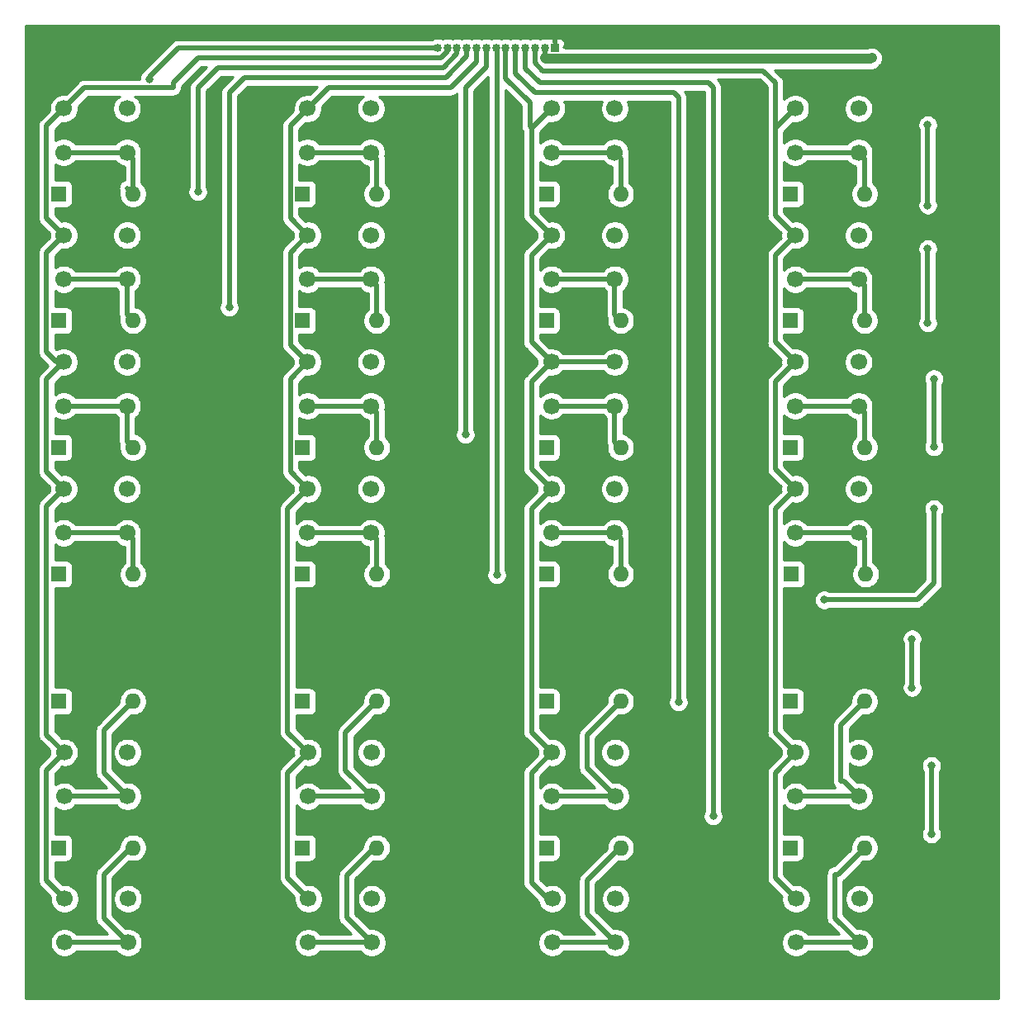
<source format=gbr>
%TF.GenerationSoftware,KiCad,Pcbnew,(5.1.6)-1*%
%TF.CreationDate,2020-06-18T14:47:13+02:00*%
%TF.ProjectId,antrieb smd,616e7472-6965-4622-9073-6d642e6b6963,rev?*%
%TF.SameCoordinates,Original*%
%TF.FileFunction,Copper,L2,Bot*%
%TF.FilePolarity,Positive*%
%FSLAX46Y46*%
G04 Gerber Fmt 4.6, Leading zero omitted, Abs format (unit mm)*
G04 Created by KiCad (PCBNEW (5.1.6)-1) date 2020-06-18 14:47:13*
%MOMM*%
%LPD*%
G01*
G04 APERTURE LIST*
%TA.AperFunction,ComponentPad*%
%ADD10O,0.850000X0.850000*%
%TD*%
%TA.AperFunction,ComponentPad*%
%ADD11R,0.850000X0.850000*%
%TD*%
%TA.AperFunction,ComponentPad*%
%ADD12R,1.600000X1.600000*%
%TD*%
%TA.AperFunction,ComponentPad*%
%ADD13O,1.600000X1.600000*%
%TD*%
%TA.AperFunction,ComponentPad*%
%ADD14C,1.700000*%
%TD*%
%TA.AperFunction,ViaPad*%
%ADD15C,0.800000*%
%TD*%
%TA.AperFunction,Conductor*%
%ADD16C,0.500000*%
%TD*%
%TA.AperFunction,Conductor*%
%ADD17C,1.000000*%
%TD*%
%TA.AperFunction,Conductor*%
%ADD18C,0.254000*%
%TD*%
G04 APERTURE END LIST*
D10*
%TO.P,J1,13*%
%TO.N,data*%
X63158600Y-45821600D03*
%TO.P,J1,12*%
%TO.N,col1*%
X64158600Y-45821600D03*
%TO.P,J1,11*%
%TO.N,row1*%
X65158600Y-45821600D03*
%TO.P,J1,10*%
%TO.N,row2*%
X66158600Y-45821600D03*
%TO.P,J1,9*%
%TO.N,col2*%
X67158600Y-45821600D03*
%TO.P,J1,8*%
%TO.N,row3*%
X68158600Y-45821600D03*
%TO.P,J1,7*%
%TO.N,row4*%
X69158600Y-45821600D03*
%TO.P,J1,6*%
%TO.N,col3*%
X70158600Y-45821600D03*
%TO.P,J1,5*%
%TO.N,row5*%
X71158600Y-45821600D03*
%TO.P,J1,4*%
%TO.N,row6*%
X72158600Y-45821600D03*
%TO.P,J1,3*%
%TO.N,col4*%
X73158600Y-45821600D03*
%TO.P,J1,2*%
%TO.N,5v*%
X74158600Y-45821600D03*
D11*
%TO.P,J1,1*%
%TO.N,gnd*%
X75158600Y-45821600D03*
%TD*%
D12*
%TO.P,D45,1*%
%TO.N,row6*%
X24312600Y-127815600D03*
D13*
%TO.P,D45,2*%
%TO.N,Net-(D45-Pad2)*%
X31932600Y-127815600D03*
%TD*%
D12*
%TO.P,D46,1*%
%TO.N,row6*%
X49312600Y-127815600D03*
D13*
%TO.P,D46,2*%
%TO.N,Net-(D46-Pad2)*%
X56932600Y-127815600D03*
%TD*%
D12*
%TO.P,D47,1*%
%TO.N,row6*%
X74312600Y-127815600D03*
D13*
%TO.P,D47,2*%
%TO.N,Net-(D47-Pad2)*%
X81932600Y-127815600D03*
%TD*%
D12*
%TO.P,D48,1*%
%TO.N,row6*%
X99312600Y-127815600D03*
D13*
%TO.P,D48,2*%
%TO.N,Net-(D48-Pad2)*%
X106932600Y-127815600D03*
%TD*%
D12*
%TO.P,D44,1*%
%TO.N,row5*%
X99312600Y-112815600D03*
D13*
%TO.P,D44,2*%
%TO.N,Net-(D44-Pad2)*%
X106932600Y-112815600D03*
%TD*%
D12*
%TO.P,D43,1*%
%TO.N,row5*%
X74312600Y-112815600D03*
D13*
%TO.P,D43,2*%
%TO.N,Net-(D43-Pad2)*%
X81932600Y-112815600D03*
%TD*%
D12*
%TO.P,D42,1*%
%TO.N,row5*%
X49312600Y-112815600D03*
D13*
%TO.P,D42,2*%
%TO.N,Net-(D42-Pad2)*%
X56932600Y-112815600D03*
%TD*%
%TO.P,D41,2*%
%TO.N,Net-(D41-Pad2)*%
X31932600Y-112815600D03*
D12*
%TO.P,D41,1*%
%TO.N,row5*%
X24312600Y-112815600D03*
%TD*%
%TO.P,D40,1*%
%TO.N,row4*%
X99447600Y-99775600D03*
D13*
%TO.P,D40,2*%
%TO.N,Net-(D40-Pad2)*%
X107067600Y-99775600D03*
%TD*%
D12*
%TO.P,D39,1*%
%TO.N,row4*%
X74312600Y-99775600D03*
D13*
%TO.P,D39,2*%
%TO.N,Net-(D39-Pad2)*%
X81932600Y-99775600D03*
%TD*%
D12*
%TO.P,D38,1*%
%TO.N,row4*%
X49312600Y-99775600D03*
D13*
%TO.P,D38,2*%
%TO.N,Net-(D38-Pad2)*%
X56932600Y-99775600D03*
%TD*%
D12*
%TO.P,D37,1*%
%TO.N,row4*%
X24312600Y-99775600D03*
D13*
%TO.P,D37,2*%
%TO.N,Net-(D37-Pad2)*%
X31932600Y-99775600D03*
%TD*%
D12*
%TO.P,D36,1*%
%TO.N,row3*%
X99312600Y-86775600D03*
D13*
%TO.P,D36,2*%
%TO.N,Net-(D36-Pad2)*%
X106932600Y-86775600D03*
%TD*%
D12*
%TO.P,D35,1*%
%TO.N,row3*%
X74312600Y-86775600D03*
D13*
%TO.P,D35,2*%
%TO.N,Net-(D35-Pad2)*%
X81932600Y-86775600D03*
%TD*%
D12*
%TO.P,D34,1*%
%TO.N,row3*%
X49312600Y-86775600D03*
D13*
%TO.P,D34,2*%
%TO.N,Net-(D34-Pad2)*%
X56932600Y-86775600D03*
%TD*%
D12*
%TO.P,D33,1*%
%TO.N,row3*%
X24312600Y-86775600D03*
D13*
%TO.P,D33,2*%
%TO.N,Net-(D33-Pad2)*%
X31932600Y-86775600D03*
%TD*%
D12*
%TO.P,D32,1*%
%TO.N,row2*%
X99312600Y-73775600D03*
D13*
%TO.P,D32,2*%
%TO.N,Net-(D32-Pad2)*%
X106932600Y-73775600D03*
%TD*%
D12*
%TO.P,D31,1*%
%TO.N,row2*%
X74312600Y-73775600D03*
D13*
%TO.P,D31,2*%
%TO.N,Net-(D31-Pad2)*%
X81932600Y-73775600D03*
%TD*%
D12*
%TO.P,D30,1*%
%TO.N,row2*%
X49312600Y-73775600D03*
D13*
%TO.P,D30,2*%
%TO.N,Net-(D30-Pad2)*%
X56932600Y-73775600D03*
%TD*%
D12*
%TO.P,D29,1*%
%TO.N,row2*%
X24312600Y-73775600D03*
D13*
%TO.P,D29,2*%
%TO.N,Net-(D29-Pad2)*%
X31932600Y-73775600D03*
%TD*%
D12*
%TO.P,D28,1*%
%TO.N,row1*%
X99312600Y-60775600D03*
D13*
%TO.P,D28,2*%
%TO.N,Net-(D28-Pad2)*%
X106932600Y-60775600D03*
%TD*%
D12*
%TO.P,D27,1*%
%TO.N,row1*%
X74312600Y-60775600D03*
D13*
%TO.P,D27,2*%
%TO.N,Net-(D27-Pad2)*%
X81932600Y-60775600D03*
%TD*%
D12*
%TO.P,D26,1*%
%TO.N,row1*%
X49312600Y-60775600D03*
D13*
%TO.P,D26,2*%
%TO.N,Net-(D26-Pad2)*%
X56932600Y-60775600D03*
%TD*%
%TO.P,D25,2*%
%TO.N,Net-(D25-Pad2)*%
X31932600Y-60775600D03*
D12*
%TO.P,D25,1*%
%TO.N,row1*%
X24312600Y-60775600D03*
%TD*%
D14*
%TO.P,SW21,1*%
%TO.N,col1*%
X24918920Y-133048300D03*
%TO.P,SW21,2*%
X31418920Y-133048300D03*
%TO.P,SW21,3*%
%TO.N,Net-(D45-Pad2)*%
X24918920Y-137548300D03*
%TO.P,SW21,4*%
X31418920Y-137548300D03*
%TD*%
%TO.P,SW23,1*%
%TO.N,col3*%
X74918920Y-133048300D03*
%TO.P,SW23,2*%
X81418920Y-133048300D03*
%TO.P,SW23,3*%
%TO.N,Net-(D47-Pad2)*%
X74918920Y-137548300D03*
%TO.P,SW23,4*%
X81418920Y-137548300D03*
%TD*%
%TO.P,SW24,1*%
%TO.N,col4*%
X99918920Y-133048300D03*
%TO.P,SW24,2*%
X106418920Y-133048300D03*
%TO.P,SW24,3*%
%TO.N,Net-(D48-Pad2)*%
X99918920Y-137548300D03*
%TO.P,SW24,4*%
X106418920Y-137548300D03*
%TD*%
%TO.P,SW22,1*%
%TO.N,col2*%
X49918920Y-133048300D03*
%TO.P,SW22,2*%
X56418920Y-133048300D03*
%TO.P,SW22,3*%
%TO.N,Net-(D46-Pad2)*%
X49918920Y-137548300D03*
%TO.P,SW22,4*%
X56418920Y-137548300D03*
%TD*%
%TO.P,SW17,1*%
%TO.N,col1*%
X24878280Y-118041980D03*
%TO.P,SW17,2*%
X31378280Y-118041980D03*
%TO.P,SW17,3*%
%TO.N,Net-(D41-Pad2)*%
X24878280Y-122541980D03*
%TO.P,SW17,4*%
X31378280Y-122541980D03*
%TD*%
%TO.P,SW19,1*%
%TO.N,col3*%
X74878280Y-118041980D03*
%TO.P,SW19,2*%
X81378280Y-118041980D03*
%TO.P,SW19,3*%
%TO.N,Net-(D43-Pad2)*%
X74878280Y-122541980D03*
%TO.P,SW19,4*%
X81378280Y-122541980D03*
%TD*%
%TO.P,SW20,1*%
%TO.N,col4*%
X99878280Y-118041980D03*
%TO.P,SW20,2*%
X106378280Y-118041980D03*
%TO.P,SW20,3*%
%TO.N,Net-(D44-Pad2)*%
X99878280Y-122541980D03*
%TO.P,SW20,4*%
X106378280Y-122541980D03*
%TD*%
%TO.P,SW18,1*%
%TO.N,col2*%
X49878280Y-118041980D03*
%TO.P,SW18,2*%
X56378280Y-118041980D03*
%TO.P,SW18,3*%
%TO.N,Net-(D42-Pad2)*%
X49878280Y-122541980D03*
%TO.P,SW18,4*%
X56378280Y-122541980D03*
%TD*%
%TO.P,SW16,4*%
%TO.N,Net-(D40-Pad2)*%
X106332560Y-95526820D03*
%TO.P,SW16,3*%
X99832560Y-95526820D03*
%TO.P,SW16,2*%
%TO.N,col4*%
X106332560Y-91026820D03*
%TO.P,SW16,1*%
X99832560Y-91026820D03*
%TD*%
%TO.P,SW15,4*%
%TO.N,Net-(D39-Pad2)*%
X81332560Y-95526820D03*
%TO.P,SW15,3*%
X74832560Y-95526820D03*
%TO.P,SW15,2*%
%TO.N,col3*%
X81332560Y-91026820D03*
%TO.P,SW15,1*%
X74832560Y-91026820D03*
%TD*%
%TO.P,SW14,4*%
%TO.N,Net-(D38-Pad2)*%
X56332560Y-95526820D03*
%TO.P,SW14,3*%
X49832560Y-95526820D03*
%TO.P,SW14,2*%
%TO.N,col2*%
X56332560Y-91026820D03*
%TO.P,SW14,1*%
X49832560Y-91026820D03*
%TD*%
%TO.P,SW13,4*%
%TO.N,Net-(D37-Pad2)*%
X31332560Y-95526820D03*
%TO.P,SW13,3*%
X24832560Y-95526820D03*
%TO.P,SW13,2*%
%TO.N,col1*%
X31332560Y-91026820D03*
%TO.P,SW13,1*%
X24832560Y-91026820D03*
%TD*%
%TO.P,SW12,4*%
%TO.N,Net-(D36-Pad2)*%
X106332560Y-82526820D03*
%TO.P,SW12,3*%
X99832560Y-82526820D03*
%TO.P,SW12,2*%
%TO.N,col4*%
X106332560Y-78026820D03*
%TO.P,SW12,1*%
X99832560Y-78026820D03*
%TD*%
%TO.P,SW11,4*%
%TO.N,Net-(D35-Pad2)*%
X81332560Y-82526820D03*
%TO.P,SW11,3*%
X74832560Y-82526820D03*
%TO.P,SW11,2*%
%TO.N,col3*%
X81332560Y-78026820D03*
%TO.P,SW11,1*%
X74832560Y-78026820D03*
%TD*%
%TO.P,SW10,4*%
%TO.N,Net-(D34-Pad2)*%
X56332560Y-82526820D03*
%TO.P,SW10,3*%
X49832560Y-82526820D03*
%TO.P,SW10,2*%
%TO.N,col2*%
X56332560Y-78026820D03*
%TO.P,SW10,1*%
X49832560Y-78026820D03*
%TD*%
%TO.P,SW9,4*%
%TO.N,Net-(D33-Pad2)*%
X31332560Y-82526820D03*
%TO.P,SW9,3*%
X24832560Y-82526820D03*
%TO.P,SW9,2*%
%TO.N,col1*%
X31332560Y-78026820D03*
%TO.P,SW9,1*%
X24832560Y-78026820D03*
%TD*%
%TO.P,SW8,4*%
%TO.N,Net-(D32-Pad2)*%
X106332560Y-69526820D03*
%TO.P,SW8,3*%
X99832560Y-69526820D03*
%TO.P,SW8,2*%
%TO.N,col4*%
X106332560Y-65026820D03*
%TO.P,SW8,1*%
X99832560Y-65026820D03*
%TD*%
%TO.P,SW7,4*%
%TO.N,Net-(D31-Pad2)*%
X81332560Y-69526820D03*
%TO.P,SW7,3*%
X74832560Y-69526820D03*
%TO.P,SW7,2*%
%TO.N,col3*%
X81332560Y-65026820D03*
%TO.P,SW7,1*%
X74832560Y-65026820D03*
%TD*%
%TO.P,SW6,4*%
%TO.N,Net-(D30-Pad2)*%
X56332560Y-69526820D03*
%TO.P,SW6,3*%
X49832560Y-69526820D03*
%TO.P,SW6,2*%
%TO.N,col2*%
X56332560Y-65026820D03*
%TO.P,SW6,1*%
X49832560Y-65026820D03*
%TD*%
%TO.P,SW5,4*%
%TO.N,Net-(D29-Pad2)*%
X31332560Y-69526820D03*
%TO.P,SW5,3*%
X24832560Y-69526820D03*
%TO.P,SW5,2*%
%TO.N,col1*%
X31332560Y-65026820D03*
%TO.P,SW5,1*%
X24832560Y-65026820D03*
%TD*%
%TO.P,SW4,4*%
%TO.N,Net-(D28-Pad2)*%
X106332560Y-56526820D03*
%TO.P,SW4,3*%
X99832560Y-56526820D03*
%TO.P,SW4,2*%
%TO.N,col4*%
X106332560Y-52026820D03*
%TO.P,SW4,1*%
X99832560Y-52026820D03*
%TD*%
%TO.P,SW3,4*%
%TO.N,Net-(D27-Pad2)*%
X81332560Y-56526820D03*
%TO.P,SW3,3*%
X74832560Y-56526820D03*
%TO.P,SW3,2*%
%TO.N,col3*%
X81332560Y-52026820D03*
%TO.P,SW3,1*%
X74832560Y-52026820D03*
%TD*%
%TO.P,SW2,4*%
%TO.N,Net-(D26-Pad2)*%
X56332560Y-56526820D03*
%TO.P,SW2,3*%
X49832560Y-56526820D03*
%TO.P,SW2,2*%
%TO.N,col2*%
X56332560Y-52026820D03*
%TO.P,SW2,1*%
X49832560Y-52026820D03*
%TD*%
%TO.P,SW1,1*%
%TO.N,col1*%
X24832560Y-52026820D03*
%TO.P,SW1,2*%
X31332560Y-52026820D03*
%TO.P,SW1,3*%
%TO.N,Net-(D25-Pad2)*%
X24832560Y-56526820D03*
%TO.P,SW1,4*%
X31332560Y-56526820D03*
%TD*%
D15*
%TO.N,gnd*%
X63728600Y-133197600D03*
X63728600Y-117957600D03*
X63728600Y-106273600D03*
X63982600Y-92557600D03*
X89636600Y-106273600D03*
X94462600Y-65125600D03*
X94462600Y-60553600D03*
X34518600Y-91033600D03*
%TO.N,data*%
X33632621Y-49035590D03*
%TO.N,5v*%
X107670600Y-46837600D03*
%TO.N,Net-(D4-Pad2)*%
X113417600Y-53695600D03*
X113417600Y-61950600D03*
%TO.N,Net-(D12-Pad2)*%
X114052600Y-79730600D03*
X114052600Y-79730600D03*
X114052600Y-86715600D03*
%TO.N,Net-(D16-Pad2)*%
X114052600Y-93065600D03*
X102802600Y-102405600D03*
%TO.N,Net-(D20-Pad2)*%
X113802600Y-119405600D03*
X113802600Y-126405600D03*
%TO.N,Net-(D8-Pad2)*%
X113417600Y-66395600D03*
X113417600Y-74015600D03*
X113417600Y-74015600D03*
%TO.N,row1*%
X38582600Y-60553600D03*
%TO.N,row2*%
X41802622Y-72405600D03*
%TO.N,row3*%
X66014600Y-85445600D03*
%TO.N,row4*%
X69230599Y-99837599D03*
X69230599Y-99837599D03*
%TO.N,row5*%
X87858600Y-112877600D03*
%TO.N,row6*%
X91414600Y-124561600D03*
%TO.N,Net-(D17-Pad4)*%
X111802600Y-111405600D03*
X111802600Y-106405616D03*
%TD*%
D16*
%TO.N,5v*%
X74158600Y-46821600D02*
X74174600Y-46837600D01*
X74158600Y-45821600D02*
X74158600Y-46837600D01*
D17*
X74283601Y-46946601D02*
X74158600Y-46821600D01*
X107670600Y-46837600D02*
X107561599Y-46946601D01*
X107561599Y-46946601D02*
X74283601Y-46946601D01*
D16*
%TO.N,Net-(D4-Pad2)*%
X113417600Y-53695600D02*
X113417600Y-61950600D01*
%TO.N,Net-(D12-Pad2)*%
X114052600Y-79730600D02*
X114052600Y-86715600D01*
%TO.N,Net-(D16-Pad2)*%
X112332600Y-102405600D02*
X102802600Y-102405600D01*
X114052600Y-100685600D02*
X112332600Y-102405600D01*
X114052600Y-93065600D02*
X114052600Y-100685600D01*
%TO.N,Net-(D20-Pad2)*%
X113802600Y-119405600D02*
X113802600Y-126405600D01*
%TO.N,Net-(D8-Pad2)*%
X113417600Y-66395600D02*
X113417600Y-74015600D01*
%TO.N,Net-(D25-Pad2)*%
X31332560Y-60175560D02*
X31932600Y-60775600D01*
X31932600Y-57126860D02*
X31332560Y-56526820D01*
X31932600Y-60775600D02*
X31932600Y-57126860D01*
X31332560Y-56526820D02*
X24832560Y-56526820D01*
%TO.N,row1*%
X65158600Y-46422640D02*
X65158600Y-45821600D01*
X40614600Y-47853600D02*
X63727640Y-47853600D01*
X38582600Y-60553600D02*
X38582600Y-49885600D01*
X63727640Y-47853600D02*
X65158600Y-46422640D01*
X38582600Y-49885600D02*
X40614600Y-47853600D01*
%TO.N,Net-(D26-Pad2)*%
X56932600Y-57126860D02*
X56332560Y-56526820D01*
X56932600Y-60775600D02*
X56932600Y-57126860D01*
X56332560Y-56526820D02*
X49832560Y-56526820D01*
%TO.N,Net-(D27-Pad2)*%
X81932600Y-57126860D02*
X81332560Y-56526820D01*
X81932600Y-60775600D02*
X81932600Y-57126860D01*
X74832560Y-56526820D02*
X81332560Y-56526820D01*
%TO.N,Net-(D28-Pad2)*%
X106932600Y-57126860D02*
X106332560Y-56526820D01*
X106932600Y-60775600D02*
X106932600Y-57126860D01*
X99832560Y-56526820D02*
X106332560Y-56526820D01*
%TO.N,row2*%
X66158600Y-46693600D02*
X66158600Y-45821600D01*
X63982600Y-48869600D02*
X66158600Y-46693600D01*
X43326622Y-48869600D02*
X63982600Y-48869600D01*
X41802622Y-72405600D02*
X41802622Y-50393600D01*
X41802622Y-50393600D02*
X43326622Y-48869600D01*
%TO.N,Net-(D29-Pad2)*%
X31332560Y-73175560D02*
X31932600Y-73775600D01*
X31332560Y-69526820D02*
X31332560Y-73175560D01*
X24832560Y-69526820D02*
X31332560Y-69526820D01*
%TO.N,Net-(D30-Pad2)*%
X56932600Y-70126860D02*
X56332560Y-69526820D01*
X56932600Y-73775600D02*
X56932600Y-70126860D01*
X49832560Y-69526820D02*
X56332560Y-69526820D01*
%TO.N,Net-(D31-Pad2)*%
X81332560Y-73175560D02*
X81932600Y-73775600D01*
X81332560Y-69526820D02*
X81332560Y-73175560D01*
X74832560Y-69526820D02*
X81332560Y-69526820D01*
%TO.N,Net-(D32-Pad2)*%
X106932600Y-70126860D02*
X106332560Y-69526820D01*
X106932600Y-73775600D02*
X106932600Y-70126860D01*
X99832560Y-69526820D02*
X106332560Y-69526820D01*
%TO.N,row3*%
X68158600Y-47741600D02*
X68158600Y-45821600D01*
X66014600Y-85445600D02*
X66014600Y-49885600D01*
X66014600Y-49885600D02*
X68158600Y-47741600D01*
%TO.N,Net-(D33-Pad2)*%
X31332560Y-86175560D02*
X31932600Y-86775600D01*
X31332560Y-82526820D02*
X31332560Y-86175560D01*
X24832560Y-82526820D02*
X31332560Y-82526820D01*
%TO.N,Net-(D34-Pad2)*%
X56932600Y-83126860D02*
X56332560Y-82526820D01*
X56932600Y-86775600D02*
X56932600Y-83126860D01*
X49832560Y-82526820D02*
X56332560Y-82526820D01*
%TO.N,Net-(D35-Pad2)*%
X81332560Y-86175560D02*
X81932600Y-86775600D01*
X81332560Y-82526820D02*
X81332560Y-86175560D01*
X74832560Y-82526820D02*
X81332560Y-82526820D01*
%TO.N,Net-(D36-Pad2)*%
X106932600Y-83126860D02*
X106332560Y-82526820D01*
X106932600Y-86775600D02*
X106932600Y-83126860D01*
X99832560Y-82526820D02*
X106332560Y-82526820D01*
%TO.N,row4*%
X24312600Y-99775600D02*
X24312600Y-99915600D01*
X69230599Y-45893599D02*
X69158600Y-45821600D01*
X69230599Y-99837599D02*
X69230599Y-45893599D01*
%TO.N,Net-(D37-Pad2)*%
X31932600Y-96126860D02*
X31332560Y-95526820D01*
X31932600Y-99775600D02*
X31932600Y-96126860D01*
X24832560Y-95526820D02*
X31332560Y-95526820D01*
%TO.N,Net-(D38-Pad2)*%
X56932600Y-96126860D02*
X56332560Y-95526820D01*
X56932600Y-99775600D02*
X56932600Y-96126860D01*
X49832560Y-95526820D02*
X56332560Y-95526820D01*
%TO.N,Net-(D39-Pad2)*%
X81932600Y-96126860D02*
X81332560Y-95526820D01*
X81932600Y-99775600D02*
X81932600Y-96126860D01*
X81332560Y-95526820D02*
X74832560Y-95526820D01*
%TO.N,Net-(D40-Pad2)*%
X106932600Y-96126860D02*
X106332560Y-95526820D01*
X106932600Y-99775600D02*
X106932600Y-96126860D01*
X106332560Y-95526820D02*
X99832560Y-95526820D01*
%TO.N,Net-(D41-Pad2)*%
X31378280Y-122541980D02*
X28962600Y-120126300D01*
X28962600Y-115785600D02*
X31932600Y-112815600D01*
X28962600Y-120126300D02*
X28962600Y-115785600D01*
X31378280Y-122541980D02*
X24878280Y-122541980D01*
%TO.N,row5*%
X87858600Y-50901600D02*
X87858600Y-112877600D01*
X87350600Y-50393600D02*
X87858600Y-50901600D01*
X71158600Y-45821600D02*
X71158600Y-48425600D01*
X73126600Y-50393600D02*
X87350600Y-50393600D01*
X71158600Y-48425600D02*
X73126600Y-50393600D01*
%TO.N,Net-(D42-Pad2)*%
X53727600Y-116020600D02*
X56932600Y-112815600D01*
X56378280Y-122541980D02*
X53727600Y-119891300D01*
X53727600Y-119891300D02*
X53727600Y-116020600D01*
X56378280Y-122541980D02*
X49878280Y-122541980D01*
%TO.N,Net-(D43-Pad2)*%
X81932600Y-112815600D02*
X78492600Y-116255600D01*
X78492600Y-119656300D02*
X81378280Y-122541980D01*
X78492600Y-116255600D02*
X78492600Y-119656300D01*
X81932600Y-112815600D02*
X82237600Y-112815600D01*
X81378280Y-122541980D02*
X74878280Y-122541980D01*
%TO.N,Net-(D44-Pad2)*%
X106932600Y-112815600D02*
X104527600Y-115220600D01*
X104527600Y-115220600D02*
X104527600Y-121005600D01*
X104841900Y-121005600D02*
X106378280Y-122541980D01*
X104527600Y-121005600D02*
X104841900Y-121005600D01*
X106378280Y-122541980D02*
X99878280Y-122541980D01*
%TO.N,row6*%
X91414600Y-49885600D02*
X91414600Y-124561600D01*
X90906600Y-49377600D02*
X91414600Y-49885600D01*
X73647617Y-49377600D02*
X90906600Y-49377600D01*
X72158600Y-45821600D02*
X72158600Y-47888583D01*
X72158600Y-47888583D02*
X73647617Y-49377600D01*
%TO.N,Net-(D45-Pad2)*%
X31677600Y-127815600D02*
X31932600Y-127815600D01*
X31418920Y-137548300D02*
X28962600Y-135091980D01*
X28962600Y-130530600D02*
X31677600Y-127815600D01*
X28962600Y-135091980D02*
X28962600Y-130530600D01*
X24918920Y-137548300D02*
X31418920Y-137548300D01*
%TO.N,Net-(D46-Pad2)*%
X56418920Y-137548300D02*
X53846220Y-134975600D01*
X53846220Y-134975600D02*
X53846220Y-130649220D01*
X56679840Y-127815600D02*
X56932600Y-127815600D01*
X53846220Y-130649220D02*
X56679840Y-127815600D01*
X49918920Y-137548300D02*
X56418920Y-137548300D01*
%TO.N,Net-(D47-Pad2)*%
X81418920Y-137548300D02*
X78492600Y-134621980D01*
X78492600Y-134621980D02*
X78492600Y-131165600D01*
X81842600Y-127815600D02*
X81932600Y-127815600D01*
X78492600Y-131165600D02*
X81842600Y-127815600D01*
X74918920Y-137548300D02*
X81418920Y-137548300D01*
%TO.N,Net-(D48-Pad2)*%
X106418920Y-137548300D02*
X103892600Y-135021980D01*
X103892600Y-135021980D02*
X103892600Y-130530600D01*
X104217600Y-130530600D02*
X106932600Y-127815600D01*
X103892600Y-130530600D02*
X104217600Y-130530600D01*
X99918920Y-137548300D02*
X106418920Y-137548300D01*
%TO.N,col1*%
X23062599Y-63256859D02*
X24832560Y-65026820D01*
X23062599Y-53796781D02*
X23062599Y-63256859D01*
X24832560Y-52026820D02*
X23062599Y-53796781D01*
X23062599Y-66796781D02*
X23062599Y-77005599D01*
X24832560Y-65026820D02*
X23062599Y-66796781D01*
X24083820Y-78026820D02*
X24832560Y-78026820D01*
X23062599Y-77005599D02*
X24083820Y-78026820D01*
X23062599Y-89256859D02*
X24832560Y-91026820D01*
X23062599Y-79796781D02*
X23062599Y-89256859D01*
X24832560Y-78026820D02*
X23062599Y-79796781D01*
X23062599Y-116226299D02*
X24878280Y-118041980D01*
X23062599Y-92796781D02*
X23062599Y-116226299D01*
X24832560Y-91026820D02*
X23062599Y-92796781D01*
X23062599Y-131191979D02*
X24918920Y-133048300D01*
X23062599Y-119857661D02*
X23062599Y-131191979D01*
X24878280Y-118041980D02*
X23062599Y-119857661D01*
X64158600Y-46153600D02*
X64158600Y-45821600D01*
X63474600Y-46837600D02*
X64158600Y-46153600D01*
X26973780Y-49885600D02*
X36042600Y-49885600D01*
X23062599Y-53796781D02*
X26973780Y-49885600D01*
X36042600Y-49885600D02*
X36042600Y-49403637D01*
X36042600Y-49403637D02*
X38608637Y-46837600D01*
X38608637Y-46837600D02*
X63474600Y-46837600D01*
%TO.N,col2*%
X48062599Y-53796781D02*
X48062599Y-63256859D01*
X48062599Y-63256859D02*
X49832560Y-65026820D01*
X49832560Y-52026820D02*
X48062599Y-53796781D01*
X48062599Y-66796781D02*
X48062599Y-76256859D01*
X48062599Y-76256859D02*
X49832560Y-78026820D01*
X49832560Y-65026820D02*
X48062599Y-66796781D01*
X48062599Y-89256859D02*
X49832560Y-91026820D01*
X48062599Y-79796781D02*
X48062599Y-89256859D01*
X49832560Y-78026820D02*
X48062599Y-79796781D01*
X47802600Y-115966300D02*
X49878280Y-118041980D01*
X49832560Y-91026820D02*
X47802600Y-93056780D01*
X47802600Y-93056780D02*
X47802600Y-115966300D01*
X49878280Y-118041980D02*
X47802600Y-120117660D01*
X47802600Y-130931980D02*
X49918920Y-133048300D01*
X47802600Y-120117660D02*
X47802600Y-130931980D01*
X64490600Y-49885600D02*
X67158600Y-47217600D01*
X67158600Y-47217600D02*
X67158600Y-45821600D01*
X48062599Y-53796781D02*
X51973780Y-49885600D01*
X51973780Y-49885600D02*
X64490600Y-49885600D01*
%TO.N,col3*%
X74832560Y-78026820D02*
X81332560Y-78026820D01*
X74445300Y-133048300D02*
X74918920Y-133048300D01*
X72802600Y-131405600D02*
X74445300Y-133048300D01*
X74878280Y-118041980D02*
X72802600Y-120117660D01*
X72802600Y-120117660D02*
X72802600Y-131405600D01*
X72802600Y-115966300D02*
X74878280Y-118041980D01*
X74832560Y-91026820D02*
X72802600Y-93056780D01*
X72802600Y-93056780D02*
X72802600Y-115966300D01*
X72802600Y-88996860D02*
X74832560Y-91026820D01*
X74832560Y-78026820D02*
X72802600Y-80056780D01*
X72802600Y-80056780D02*
X72802600Y-88996860D01*
X72802600Y-75996860D02*
X74832560Y-78026820D01*
X74832560Y-65026820D02*
X72802600Y-67056780D01*
X72802600Y-67056780D02*
X72802600Y-75996860D01*
X72802600Y-62996860D02*
X74832560Y-65026820D01*
X74832560Y-52026820D02*
X72802600Y-54056780D01*
X72802600Y-54056780D02*
X72802600Y-62996860D01*
X70158600Y-48949600D02*
X70158600Y-45821600D01*
X72618600Y-51409600D02*
X70158600Y-48949600D01*
X72802600Y-54056780D02*
X72618600Y-53872780D01*
X72618600Y-53872780D02*
X72618600Y-51409600D01*
%TO.N,col4*%
X99832560Y-52026820D02*
X97802600Y-54056780D01*
X97802600Y-62996860D02*
X99832560Y-65026820D01*
X97802600Y-54056780D02*
X97802600Y-62996860D01*
X99832560Y-65026820D02*
X97802600Y-67056780D01*
X97802600Y-75996860D02*
X99832560Y-78026820D01*
X97802600Y-67056780D02*
X97802600Y-75996860D01*
X99832560Y-78026820D02*
X97802600Y-80056780D01*
X97802600Y-88996860D02*
X99832560Y-91026820D01*
X97802600Y-80056780D02*
X97802600Y-88996860D01*
X99832560Y-91026820D02*
X97802600Y-93056780D01*
X97802600Y-115966300D02*
X99878280Y-118041980D01*
X97802600Y-93056780D02*
X97802600Y-115966300D01*
X97802600Y-130931980D02*
X99918920Y-133048300D01*
X99878280Y-118041980D02*
X97802600Y-120117660D01*
X97802600Y-120117660D02*
X97802600Y-130931980D01*
X97802600Y-49405600D02*
X97802600Y-54056780D01*
X96566590Y-48169590D02*
X97802600Y-49405600D01*
X73950590Y-48169590D02*
X96566590Y-48169590D01*
X73158600Y-47377600D02*
X73950590Y-48169590D01*
X73158600Y-45821600D02*
X73158600Y-47377600D01*
%TO.N,Net-(D17-Pad4)*%
X111802600Y-111405600D02*
X111802600Y-106405616D01*
%TO.N,data*%
X36550600Y-45821600D02*
X63158600Y-45821600D01*
X33632621Y-49035590D02*
X33632621Y-48739579D01*
X33632621Y-48739579D02*
X36550600Y-45821600D01*
%TD*%
D18*
%TO.N,gnd*%
G36*
X120675600Y-143262600D02*
G01*
X20929600Y-143262600D01*
X20929600Y-137402040D01*
X23433920Y-137402040D01*
X23433920Y-137694560D01*
X23490988Y-137981458D01*
X23602930Y-138251711D01*
X23765445Y-138494932D01*
X23972288Y-138701775D01*
X24215509Y-138864290D01*
X24485762Y-138976232D01*
X24772660Y-139033300D01*
X25065180Y-139033300D01*
X25352078Y-138976232D01*
X25622331Y-138864290D01*
X25865552Y-138701775D01*
X26072395Y-138494932D01*
X26113576Y-138433300D01*
X30224264Y-138433300D01*
X30265445Y-138494932D01*
X30472288Y-138701775D01*
X30715509Y-138864290D01*
X30985762Y-138976232D01*
X31272660Y-139033300D01*
X31565180Y-139033300D01*
X31852078Y-138976232D01*
X32122331Y-138864290D01*
X32365552Y-138701775D01*
X32572395Y-138494932D01*
X32734910Y-138251711D01*
X32846852Y-137981458D01*
X32903920Y-137694560D01*
X32903920Y-137402040D01*
X48433920Y-137402040D01*
X48433920Y-137694560D01*
X48490988Y-137981458D01*
X48602930Y-138251711D01*
X48765445Y-138494932D01*
X48972288Y-138701775D01*
X49215509Y-138864290D01*
X49485762Y-138976232D01*
X49772660Y-139033300D01*
X50065180Y-139033300D01*
X50352078Y-138976232D01*
X50622331Y-138864290D01*
X50865552Y-138701775D01*
X51072395Y-138494932D01*
X51113576Y-138433300D01*
X55224264Y-138433300D01*
X55265445Y-138494932D01*
X55472288Y-138701775D01*
X55715509Y-138864290D01*
X55985762Y-138976232D01*
X56272660Y-139033300D01*
X56565180Y-139033300D01*
X56852078Y-138976232D01*
X57122331Y-138864290D01*
X57365552Y-138701775D01*
X57572395Y-138494932D01*
X57734910Y-138251711D01*
X57846852Y-137981458D01*
X57903920Y-137694560D01*
X57903920Y-137402040D01*
X73433920Y-137402040D01*
X73433920Y-137694560D01*
X73490988Y-137981458D01*
X73602930Y-138251711D01*
X73765445Y-138494932D01*
X73972288Y-138701775D01*
X74215509Y-138864290D01*
X74485762Y-138976232D01*
X74772660Y-139033300D01*
X75065180Y-139033300D01*
X75352078Y-138976232D01*
X75622331Y-138864290D01*
X75865552Y-138701775D01*
X76072395Y-138494932D01*
X76113576Y-138433300D01*
X80224264Y-138433300D01*
X80265445Y-138494932D01*
X80472288Y-138701775D01*
X80715509Y-138864290D01*
X80985762Y-138976232D01*
X81272660Y-139033300D01*
X81565180Y-139033300D01*
X81852078Y-138976232D01*
X82122331Y-138864290D01*
X82365552Y-138701775D01*
X82572395Y-138494932D01*
X82734910Y-138251711D01*
X82846852Y-137981458D01*
X82903920Y-137694560D01*
X82903920Y-137402040D01*
X98433920Y-137402040D01*
X98433920Y-137694560D01*
X98490988Y-137981458D01*
X98602930Y-138251711D01*
X98765445Y-138494932D01*
X98972288Y-138701775D01*
X99215509Y-138864290D01*
X99485762Y-138976232D01*
X99772660Y-139033300D01*
X100065180Y-139033300D01*
X100352078Y-138976232D01*
X100622331Y-138864290D01*
X100865552Y-138701775D01*
X101072395Y-138494932D01*
X101113576Y-138433300D01*
X105224264Y-138433300D01*
X105265445Y-138494932D01*
X105472288Y-138701775D01*
X105715509Y-138864290D01*
X105985762Y-138976232D01*
X106272660Y-139033300D01*
X106565180Y-139033300D01*
X106852078Y-138976232D01*
X107122331Y-138864290D01*
X107365552Y-138701775D01*
X107572395Y-138494932D01*
X107734910Y-138251711D01*
X107846852Y-137981458D01*
X107903920Y-137694560D01*
X107903920Y-137402040D01*
X107846852Y-137115142D01*
X107734910Y-136844889D01*
X107572395Y-136601668D01*
X107365552Y-136394825D01*
X107122331Y-136232310D01*
X106852078Y-136120368D01*
X106565180Y-136063300D01*
X106272660Y-136063300D01*
X106199960Y-136077761D01*
X104777600Y-134655402D01*
X104777600Y-132902040D01*
X104933920Y-132902040D01*
X104933920Y-133194560D01*
X104990988Y-133481458D01*
X105102930Y-133751711D01*
X105265445Y-133994932D01*
X105472288Y-134201775D01*
X105715509Y-134364290D01*
X105985762Y-134476232D01*
X106272660Y-134533300D01*
X106565180Y-134533300D01*
X106852078Y-134476232D01*
X107122331Y-134364290D01*
X107365552Y-134201775D01*
X107572395Y-133994932D01*
X107734910Y-133751711D01*
X107846852Y-133481458D01*
X107903920Y-133194560D01*
X107903920Y-132902040D01*
X107846852Y-132615142D01*
X107734910Y-132344889D01*
X107572395Y-132101668D01*
X107365552Y-131894825D01*
X107122331Y-131732310D01*
X106852078Y-131620368D01*
X106565180Y-131563300D01*
X106272660Y-131563300D01*
X105985762Y-131620368D01*
X105715509Y-131732310D01*
X105472288Y-131894825D01*
X105265445Y-132101668D01*
X105102930Y-132344889D01*
X104990988Y-132615142D01*
X104933920Y-132902040D01*
X104777600Y-132902040D01*
X104777600Y-131215894D01*
X104846417Y-131159417D01*
X104874134Y-131125644D01*
X106756161Y-129243617D01*
X106791265Y-129250600D01*
X107073935Y-129250600D01*
X107351174Y-129195453D01*
X107612327Y-129087280D01*
X107847359Y-128930237D01*
X108047237Y-128730359D01*
X108204280Y-128495327D01*
X108312453Y-128234174D01*
X108367600Y-127956935D01*
X108367600Y-127674265D01*
X108312453Y-127397026D01*
X108204280Y-127135873D01*
X108047237Y-126900841D01*
X107847359Y-126700963D01*
X107612327Y-126543920D01*
X107351174Y-126435747D01*
X107073935Y-126380600D01*
X106791265Y-126380600D01*
X106514026Y-126435747D01*
X106252873Y-126543920D01*
X106017841Y-126700963D01*
X105817963Y-126900841D01*
X105660920Y-127135873D01*
X105552747Y-127397026D01*
X105497600Y-127674265D01*
X105497600Y-127956935D01*
X105504583Y-127992039D01*
X103851229Y-129645393D01*
X103849124Y-129645600D01*
X103849123Y-129645600D01*
X103719110Y-129658405D01*
X103552287Y-129709011D01*
X103398541Y-129791189D01*
X103263783Y-129901783D01*
X103153189Y-130036541D01*
X103071011Y-130190287D01*
X103020405Y-130357110D01*
X103003318Y-130530600D01*
X103007601Y-130574087D01*
X103007600Y-134978511D01*
X103003319Y-135021980D01*
X103007600Y-135065449D01*
X103007600Y-135065456D01*
X103020405Y-135195469D01*
X103071011Y-135362292D01*
X103153189Y-135516038D01*
X103263783Y-135650797D01*
X103297556Y-135678514D01*
X104282342Y-136663300D01*
X101113576Y-136663300D01*
X101072395Y-136601668D01*
X100865552Y-136394825D01*
X100622331Y-136232310D01*
X100352078Y-136120368D01*
X100065180Y-136063300D01*
X99772660Y-136063300D01*
X99485762Y-136120368D01*
X99215509Y-136232310D01*
X98972288Y-136394825D01*
X98765445Y-136601668D01*
X98602930Y-136844889D01*
X98490988Y-137115142D01*
X98433920Y-137402040D01*
X82903920Y-137402040D01*
X82846852Y-137115142D01*
X82734910Y-136844889D01*
X82572395Y-136601668D01*
X82365552Y-136394825D01*
X82122331Y-136232310D01*
X81852078Y-136120368D01*
X81565180Y-136063300D01*
X81272660Y-136063300D01*
X81199960Y-136077761D01*
X79377600Y-134255402D01*
X79377600Y-132902040D01*
X79933920Y-132902040D01*
X79933920Y-133194560D01*
X79990988Y-133481458D01*
X80102930Y-133751711D01*
X80265445Y-133994932D01*
X80472288Y-134201775D01*
X80715509Y-134364290D01*
X80985762Y-134476232D01*
X81272660Y-134533300D01*
X81565180Y-134533300D01*
X81852078Y-134476232D01*
X82122331Y-134364290D01*
X82365552Y-134201775D01*
X82572395Y-133994932D01*
X82734910Y-133751711D01*
X82846852Y-133481458D01*
X82903920Y-133194560D01*
X82903920Y-132902040D01*
X82846852Y-132615142D01*
X82734910Y-132344889D01*
X82572395Y-132101668D01*
X82365552Y-131894825D01*
X82122331Y-131732310D01*
X81852078Y-131620368D01*
X81565180Y-131563300D01*
X81272660Y-131563300D01*
X80985762Y-131620368D01*
X80715509Y-131732310D01*
X80472288Y-131894825D01*
X80265445Y-132101668D01*
X80102930Y-132344889D01*
X79990988Y-132615142D01*
X79933920Y-132902040D01*
X79377600Y-132902040D01*
X79377600Y-131532178D01*
X81681094Y-129228685D01*
X81791265Y-129250600D01*
X82073935Y-129250600D01*
X82351174Y-129195453D01*
X82612327Y-129087280D01*
X82847359Y-128930237D01*
X83047237Y-128730359D01*
X83204280Y-128495327D01*
X83312453Y-128234174D01*
X83367600Y-127956935D01*
X83367600Y-127674265D01*
X83312453Y-127397026D01*
X83204280Y-127135873D01*
X83047237Y-126900841D01*
X82847359Y-126700963D01*
X82612327Y-126543920D01*
X82351174Y-126435747D01*
X82073935Y-126380600D01*
X81791265Y-126380600D01*
X81514026Y-126435747D01*
X81252873Y-126543920D01*
X81017841Y-126700963D01*
X80817963Y-126900841D01*
X80660920Y-127135873D01*
X80552747Y-127397026D01*
X80497600Y-127674265D01*
X80497600Y-127909021D01*
X77897551Y-130509071D01*
X77863784Y-130536783D01*
X77836071Y-130570551D01*
X77836068Y-130570554D01*
X77753190Y-130671541D01*
X77671012Y-130825287D01*
X77620405Y-130992110D01*
X77603319Y-131165600D01*
X77607601Y-131209079D01*
X77607600Y-134578511D01*
X77603319Y-134621980D01*
X77607600Y-134665449D01*
X77607600Y-134665456D01*
X77609197Y-134681667D01*
X77620405Y-134795470D01*
X77635757Y-134846076D01*
X77671011Y-134962292D01*
X77753189Y-135116038D01*
X77863783Y-135250797D01*
X77897556Y-135278514D01*
X79282342Y-136663300D01*
X76113576Y-136663300D01*
X76072395Y-136601668D01*
X75865552Y-136394825D01*
X75622331Y-136232310D01*
X75352078Y-136120368D01*
X75065180Y-136063300D01*
X74772660Y-136063300D01*
X74485762Y-136120368D01*
X74215509Y-136232310D01*
X73972288Y-136394825D01*
X73765445Y-136601668D01*
X73602930Y-136844889D01*
X73490988Y-137115142D01*
X73433920Y-137402040D01*
X57903920Y-137402040D01*
X57846852Y-137115142D01*
X57734910Y-136844889D01*
X57572395Y-136601668D01*
X57365552Y-136394825D01*
X57122331Y-136232310D01*
X56852078Y-136120368D01*
X56565180Y-136063300D01*
X56272660Y-136063300D01*
X56199960Y-136077761D01*
X54731220Y-134609022D01*
X54731220Y-132902040D01*
X54933920Y-132902040D01*
X54933920Y-133194560D01*
X54990988Y-133481458D01*
X55102930Y-133751711D01*
X55265445Y-133994932D01*
X55472288Y-134201775D01*
X55715509Y-134364290D01*
X55985762Y-134476232D01*
X56272660Y-134533300D01*
X56565180Y-134533300D01*
X56852078Y-134476232D01*
X57122331Y-134364290D01*
X57365552Y-134201775D01*
X57572395Y-133994932D01*
X57734910Y-133751711D01*
X57846852Y-133481458D01*
X57903920Y-133194560D01*
X57903920Y-132902040D01*
X57846852Y-132615142D01*
X57734910Y-132344889D01*
X57572395Y-132101668D01*
X57365552Y-131894825D01*
X57122331Y-131732310D01*
X56852078Y-131620368D01*
X56565180Y-131563300D01*
X56272660Y-131563300D01*
X55985762Y-131620368D01*
X55715509Y-131732310D01*
X55472288Y-131894825D01*
X55265445Y-132101668D01*
X55102930Y-132344889D01*
X54990988Y-132615142D01*
X54933920Y-132902040D01*
X54731220Y-132902040D01*
X54731220Y-131015798D01*
X56545337Y-129201681D01*
X56791265Y-129250600D01*
X57073935Y-129250600D01*
X57351174Y-129195453D01*
X57612327Y-129087280D01*
X57847359Y-128930237D01*
X58047237Y-128730359D01*
X58204280Y-128495327D01*
X58312453Y-128234174D01*
X58367600Y-127956935D01*
X58367600Y-127674265D01*
X58312453Y-127397026D01*
X58204280Y-127135873D01*
X58047237Y-126900841D01*
X57847359Y-126700963D01*
X57612327Y-126543920D01*
X57351174Y-126435747D01*
X57073935Y-126380600D01*
X56791265Y-126380600D01*
X56514026Y-126435747D01*
X56252873Y-126543920D01*
X56017841Y-126700963D01*
X55817963Y-126900841D01*
X55660920Y-127135873D01*
X55552747Y-127397026D01*
X55497600Y-127674265D01*
X55497600Y-127746261D01*
X53251171Y-129992691D01*
X53217404Y-130020403D01*
X53189691Y-130054171D01*
X53189688Y-130054174D01*
X53106810Y-130155161D01*
X53024632Y-130308907D01*
X52974025Y-130475730D01*
X52956939Y-130649220D01*
X52961221Y-130692699D01*
X52961220Y-134932131D01*
X52956939Y-134975600D01*
X52961220Y-135019069D01*
X52961220Y-135019076D01*
X52974025Y-135149089D01*
X53024631Y-135315912D01*
X53106809Y-135469658D01*
X53217403Y-135604417D01*
X53251176Y-135632134D01*
X54282342Y-136663300D01*
X51113576Y-136663300D01*
X51072395Y-136601668D01*
X50865552Y-136394825D01*
X50622331Y-136232310D01*
X50352078Y-136120368D01*
X50065180Y-136063300D01*
X49772660Y-136063300D01*
X49485762Y-136120368D01*
X49215509Y-136232310D01*
X48972288Y-136394825D01*
X48765445Y-136601668D01*
X48602930Y-136844889D01*
X48490988Y-137115142D01*
X48433920Y-137402040D01*
X32903920Y-137402040D01*
X32846852Y-137115142D01*
X32734910Y-136844889D01*
X32572395Y-136601668D01*
X32365552Y-136394825D01*
X32122331Y-136232310D01*
X31852078Y-136120368D01*
X31565180Y-136063300D01*
X31272660Y-136063300D01*
X31199960Y-136077761D01*
X29847600Y-134725402D01*
X29847600Y-132902040D01*
X29933920Y-132902040D01*
X29933920Y-133194560D01*
X29990988Y-133481458D01*
X30102930Y-133751711D01*
X30265445Y-133994932D01*
X30472288Y-134201775D01*
X30715509Y-134364290D01*
X30985762Y-134476232D01*
X31272660Y-134533300D01*
X31565180Y-134533300D01*
X31852078Y-134476232D01*
X32122331Y-134364290D01*
X32365552Y-134201775D01*
X32572395Y-133994932D01*
X32734910Y-133751711D01*
X32846852Y-133481458D01*
X32903920Y-133194560D01*
X32903920Y-132902040D01*
X32846852Y-132615142D01*
X32734910Y-132344889D01*
X32572395Y-132101668D01*
X32365552Y-131894825D01*
X32122331Y-131732310D01*
X31852078Y-131620368D01*
X31565180Y-131563300D01*
X31272660Y-131563300D01*
X30985762Y-131620368D01*
X30715509Y-131732310D01*
X30472288Y-131894825D01*
X30265445Y-132101668D01*
X30102930Y-132344889D01*
X29990988Y-132615142D01*
X29933920Y-132902040D01*
X29847600Y-132902040D01*
X29847600Y-130897178D01*
X31543469Y-129201310D01*
X31791265Y-129250600D01*
X32073935Y-129250600D01*
X32351174Y-129195453D01*
X32612327Y-129087280D01*
X32847359Y-128930237D01*
X33047237Y-128730359D01*
X33204280Y-128495327D01*
X33312453Y-128234174D01*
X33367600Y-127956935D01*
X33367600Y-127674265D01*
X33312453Y-127397026D01*
X33204280Y-127135873D01*
X33047237Y-126900841D01*
X32847359Y-126700963D01*
X32612327Y-126543920D01*
X32351174Y-126435747D01*
X32073935Y-126380600D01*
X31791265Y-126380600D01*
X31514026Y-126435747D01*
X31252873Y-126543920D01*
X31017841Y-126700963D01*
X30817963Y-126900841D01*
X30660920Y-127135873D01*
X30552747Y-127397026D01*
X30497600Y-127674265D01*
X30497600Y-127744021D01*
X28367551Y-129874071D01*
X28333784Y-129901783D01*
X28306071Y-129935551D01*
X28306068Y-129935554D01*
X28223190Y-130036541D01*
X28141012Y-130190287D01*
X28090405Y-130357110D01*
X28073319Y-130530600D01*
X28077601Y-130574079D01*
X28077600Y-135048511D01*
X28073319Y-135091980D01*
X28077600Y-135135449D01*
X28077600Y-135135456D01*
X28090405Y-135265469D01*
X28141011Y-135432292D01*
X28223189Y-135586038D01*
X28333783Y-135720797D01*
X28367556Y-135748514D01*
X29282342Y-136663300D01*
X26113576Y-136663300D01*
X26072395Y-136601668D01*
X25865552Y-136394825D01*
X25622331Y-136232310D01*
X25352078Y-136120368D01*
X25065180Y-136063300D01*
X24772660Y-136063300D01*
X24485762Y-136120368D01*
X24215509Y-136232310D01*
X23972288Y-136394825D01*
X23765445Y-136601668D01*
X23602930Y-136844889D01*
X23490988Y-137115142D01*
X23433920Y-137402040D01*
X20929600Y-137402040D01*
X20929600Y-53796781D01*
X22173318Y-53796781D01*
X22177599Y-53840250D01*
X22177600Y-63213380D01*
X22173318Y-63256859D01*
X22190404Y-63430349D01*
X22241011Y-63597172D01*
X22323189Y-63750918D01*
X22406067Y-63851905D01*
X22406070Y-63851908D01*
X22433783Y-63885676D01*
X22467550Y-63913388D01*
X23362021Y-64807860D01*
X23347560Y-64880560D01*
X23347560Y-65173080D01*
X23362021Y-65245780D01*
X22467555Y-66140247D01*
X22433782Y-66167964D01*
X22323188Y-66302723D01*
X22241010Y-66456469D01*
X22190404Y-66623292D01*
X22177599Y-66753305D01*
X22177599Y-66753312D01*
X22173318Y-66796781D01*
X22177599Y-66840250D01*
X22177600Y-76962120D01*
X22173318Y-77005599D01*
X22190404Y-77179089D01*
X22241011Y-77345912D01*
X22323189Y-77499658D01*
X22406067Y-77600645D01*
X22406070Y-77600648D01*
X22433783Y-77634416D01*
X22467550Y-77662128D01*
X23206611Y-78401190D01*
X22467555Y-79140247D01*
X22433782Y-79167964D01*
X22323188Y-79302723D01*
X22241010Y-79456469D01*
X22190404Y-79623292D01*
X22177599Y-79753305D01*
X22177599Y-79753312D01*
X22173318Y-79796781D01*
X22177599Y-79840250D01*
X22177600Y-89213380D01*
X22173318Y-89256859D01*
X22190404Y-89430349D01*
X22241011Y-89597172D01*
X22323189Y-89750918D01*
X22406067Y-89851905D01*
X22406070Y-89851908D01*
X22433783Y-89885676D01*
X22467550Y-89913388D01*
X23362021Y-90807860D01*
X23347560Y-90880560D01*
X23347560Y-91173080D01*
X23362021Y-91245780D01*
X22467555Y-92140247D01*
X22433782Y-92167964D01*
X22323188Y-92302723D01*
X22241010Y-92456469D01*
X22190404Y-92623292D01*
X22177599Y-92753305D01*
X22177599Y-92753312D01*
X22173318Y-92796781D01*
X22177599Y-92840250D01*
X22177600Y-116182820D01*
X22173318Y-116226299D01*
X22190404Y-116399789D01*
X22241011Y-116566612D01*
X22323189Y-116720358D01*
X22406067Y-116821345D01*
X22406070Y-116821348D01*
X22433783Y-116855116D01*
X22467550Y-116882828D01*
X23407741Y-117823020D01*
X23393280Y-117895720D01*
X23393280Y-118188240D01*
X23407741Y-118260940D01*
X22467555Y-119201127D01*
X22433782Y-119228844D01*
X22323188Y-119363603D01*
X22241010Y-119517349D01*
X22190404Y-119684172D01*
X22177599Y-119814185D01*
X22177599Y-119814192D01*
X22173318Y-119857661D01*
X22177599Y-119901130D01*
X22177600Y-131148500D01*
X22173318Y-131191979D01*
X22190404Y-131365469D01*
X22241011Y-131532292D01*
X22323189Y-131686038D01*
X22406067Y-131787025D01*
X22406070Y-131787028D01*
X22433783Y-131820796D01*
X22467550Y-131848508D01*
X23448381Y-132829340D01*
X23433920Y-132902040D01*
X23433920Y-133194560D01*
X23490988Y-133481458D01*
X23602930Y-133751711D01*
X23765445Y-133994932D01*
X23972288Y-134201775D01*
X24215509Y-134364290D01*
X24485762Y-134476232D01*
X24772660Y-134533300D01*
X25065180Y-134533300D01*
X25352078Y-134476232D01*
X25622331Y-134364290D01*
X25865552Y-134201775D01*
X26072395Y-133994932D01*
X26234910Y-133751711D01*
X26346852Y-133481458D01*
X26403920Y-133194560D01*
X26403920Y-132902040D01*
X26346852Y-132615142D01*
X26234910Y-132344889D01*
X26072395Y-132101668D01*
X25865552Y-131894825D01*
X25622331Y-131732310D01*
X25352078Y-131620368D01*
X25065180Y-131563300D01*
X24772660Y-131563300D01*
X24699960Y-131577761D01*
X23947599Y-130825401D01*
X23947599Y-129253672D01*
X25112600Y-129253672D01*
X25237082Y-129241412D01*
X25356780Y-129205102D01*
X25467094Y-129146137D01*
X25563785Y-129066785D01*
X25643137Y-128970094D01*
X25702102Y-128859780D01*
X25738412Y-128740082D01*
X25750672Y-128615600D01*
X25750672Y-127015600D01*
X25738412Y-126891118D01*
X25702102Y-126771420D01*
X25643137Y-126661106D01*
X25563785Y-126564415D01*
X25467094Y-126485063D01*
X25356780Y-126426098D01*
X25237082Y-126389788D01*
X25112600Y-126377528D01*
X23947599Y-126377528D01*
X23947599Y-123706113D01*
X24174869Y-123857970D01*
X24445122Y-123969912D01*
X24732020Y-124026980D01*
X25024540Y-124026980D01*
X25311438Y-123969912D01*
X25581691Y-123857970D01*
X25824912Y-123695455D01*
X26031755Y-123488612D01*
X26072936Y-123426980D01*
X30183624Y-123426980D01*
X30224805Y-123488612D01*
X30431648Y-123695455D01*
X30674869Y-123857970D01*
X30945122Y-123969912D01*
X31232020Y-124026980D01*
X31524540Y-124026980D01*
X31811438Y-123969912D01*
X32081691Y-123857970D01*
X32324912Y-123695455D01*
X32531755Y-123488612D01*
X32694270Y-123245391D01*
X32806212Y-122975138D01*
X32863280Y-122688240D01*
X32863280Y-122395720D01*
X32806212Y-122108822D01*
X32694270Y-121838569D01*
X32531755Y-121595348D01*
X32324912Y-121388505D01*
X32081691Y-121225990D01*
X31811438Y-121114048D01*
X31524540Y-121056980D01*
X31232020Y-121056980D01*
X31159320Y-121071441D01*
X29847600Y-119759722D01*
X29847600Y-117895720D01*
X29893280Y-117895720D01*
X29893280Y-118188240D01*
X29950348Y-118475138D01*
X30062290Y-118745391D01*
X30224805Y-118988612D01*
X30431648Y-119195455D01*
X30674869Y-119357970D01*
X30945122Y-119469912D01*
X31232020Y-119526980D01*
X31524540Y-119526980D01*
X31811438Y-119469912D01*
X32081691Y-119357970D01*
X32324912Y-119195455D01*
X32531755Y-118988612D01*
X32694270Y-118745391D01*
X32806212Y-118475138D01*
X32863280Y-118188240D01*
X32863280Y-117895720D01*
X32806212Y-117608822D01*
X32694270Y-117338569D01*
X32531755Y-117095348D01*
X32324912Y-116888505D01*
X32081691Y-116725990D01*
X31811438Y-116614048D01*
X31524540Y-116556980D01*
X31232020Y-116556980D01*
X30945122Y-116614048D01*
X30674869Y-116725990D01*
X30431648Y-116888505D01*
X30224805Y-117095348D01*
X30062290Y-117338569D01*
X29950348Y-117608822D01*
X29893280Y-117895720D01*
X29847600Y-117895720D01*
X29847600Y-116152178D01*
X31756161Y-114243617D01*
X31791265Y-114250600D01*
X32073935Y-114250600D01*
X32351174Y-114195453D01*
X32612327Y-114087280D01*
X32847359Y-113930237D01*
X33047237Y-113730359D01*
X33204280Y-113495327D01*
X33312453Y-113234174D01*
X33367600Y-112956935D01*
X33367600Y-112674265D01*
X33312453Y-112397026D01*
X33204280Y-112135873D01*
X33047237Y-111900841D01*
X32847359Y-111700963D01*
X32612327Y-111543920D01*
X32351174Y-111435747D01*
X32073935Y-111380600D01*
X31791265Y-111380600D01*
X31514026Y-111435747D01*
X31252873Y-111543920D01*
X31017841Y-111700963D01*
X30817963Y-111900841D01*
X30660920Y-112135873D01*
X30552747Y-112397026D01*
X30497600Y-112674265D01*
X30497600Y-112956935D01*
X30504583Y-112992039D01*
X28367551Y-115129071D01*
X28333784Y-115156783D01*
X28306071Y-115190551D01*
X28306068Y-115190554D01*
X28223190Y-115291541D01*
X28141012Y-115445287D01*
X28090405Y-115612110D01*
X28073319Y-115785600D01*
X28077601Y-115829079D01*
X28077600Y-120082831D01*
X28073319Y-120126300D01*
X28077600Y-120169769D01*
X28077600Y-120169776D01*
X28090405Y-120299789D01*
X28141011Y-120466612D01*
X28223189Y-120620358D01*
X28333783Y-120755117D01*
X28367556Y-120782834D01*
X29241702Y-121656980D01*
X26072936Y-121656980D01*
X26031755Y-121595348D01*
X25824912Y-121388505D01*
X25581691Y-121225990D01*
X25311438Y-121114048D01*
X25024540Y-121056980D01*
X24732020Y-121056980D01*
X24445122Y-121114048D01*
X24174869Y-121225990D01*
X23947599Y-121377847D01*
X23947599Y-120224239D01*
X24659320Y-119512519D01*
X24732020Y-119526980D01*
X25024540Y-119526980D01*
X25311438Y-119469912D01*
X25581691Y-119357970D01*
X25824912Y-119195455D01*
X26031755Y-118988612D01*
X26194270Y-118745391D01*
X26306212Y-118475138D01*
X26363280Y-118188240D01*
X26363280Y-117895720D01*
X26306212Y-117608822D01*
X26194270Y-117338569D01*
X26031755Y-117095348D01*
X25824912Y-116888505D01*
X25581691Y-116725990D01*
X25311438Y-116614048D01*
X25024540Y-116556980D01*
X24732020Y-116556980D01*
X24659320Y-116571441D01*
X23947599Y-115859721D01*
X23947599Y-114253672D01*
X25112600Y-114253672D01*
X25237082Y-114241412D01*
X25356780Y-114205102D01*
X25467094Y-114146137D01*
X25563785Y-114066785D01*
X25643137Y-113970094D01*
X25702102Y-113859780D01*
X25738412Y-113740082D01*
X25750672Y-113615600D01*
X25750672Y-112015600D01*
X25738412Y-111891118D01*
X25702102Y-111771420D01*
X25643137Y-111661106D01*
X25563785Y-111564415D01*
X25467094Y-111485063D01*
X25356780Y-111426098D01*
X25237082Y-111389788D01*
X25112600Y-111377528D01*
X23947599Y-111377528D01*
X23947599Y-101213672D01*
X25112600Y-101213672D01*
X25237082Y-101201412D01*
X25356780Y-101165102D01*
X25467094Y-101106137D01*
X25563785Y-101026785D01*
X25643137Y-100930094D01*
X25702102Y-100819780D01*
X25738412Y-100700082D01*
X25750672Y-100575600D01*
X25750672Y-98975600D01*
X25738412Y-98851118D01*
X25702102Y-98731420D01*
X25643137Y-98621106D01*
X25563785Y-98524415D01*
X25467094Y-98445063D01*
X25356780Y-98386098D01*
X25237082Y-98349788D01*
X25112600Y-98337528D01*
X23947599Y-98337528D01*
X23947599Y-96721502D01*
X24129149Y-96842810D01*
X24399402Y-96954752D01*
X24686300Y-97011820D01*
X24978820Y-97011820D01*
X25265718Y-96954752D01*
X25535971Y-96842810D01*
X25779192Y-96680295D01*
X25986035Y-96473452D01*
X26027216Y-96411820D01*
X30137904Y-96411820D01*
X30179085Y-96473452D01*
X30385928Y-96680295D01*
X30629149Y-96842810D01*
X30899402Y-96954752D01*
X31047601Y-96984231D01*
X31047600Y-98641079D01*
X31017841Y-98660963D01*
X30817963Y-98860841D01*
X30660920Y-99095873D01*
X30552747Y-99357026D01*
X30497600Y-99634265D01*
X30497600Y-99916935D01*
X30552747Y-100194174D01*
X30660920Y-100455327D01*
X30817963Y-100690359D01*
X31017841Y-100890237D01*
X31252873Y-101047280D01*
X31514026Y-101155453D01*
X31791265Y-101210600D01*
X32073935Y-101210600D01*
X32351174Y-101155453D01*
X32612327Y-101047280D01*
X32847359Y-100890237D01*
X33047237Y-100690359D01*
X33204280Y-100455327D01*
X33312453Y-100194174D01*
X33367600Y-99916935D01*
X33367600Y-99634265D01*
X33312453Y-99357026D01*
X33204280Y-99095873D01*
X33047237Y-98860841D01*
X32847359Y-98660963D01*
X32817600Y-98641079D01*
X32817600Y-96170329D01*
X32821881Y-96126860D01*
X32817600Y-96083391D01*
X32817600Y-96083383D01*
X32804795Y-95953370D01*
X32778831Y-95867781D01*
X32817560Y-95673080D01*
X32817560Y-95380560D01*
X32760492Y-95093662D01*
X32648550Y-94823409D01*
X32486035Y-94580188D01*
X32279192Y-94373345D01*
X32035971Y-94210830D01*
X31765718Y-94098888D01*
X31478820Y-94041820D01*
X31186300Y-94041820D01*
X30899402Y-94098888D01*
X30629149Y-94210830D01*
X30385928Y-94373345D01*
X30179085Y-94580188D01*
X30137904Y-94641820D01*
X26027216Y-94641820D01*
X25986035Y-94580188D01*
X25779192Y-94373345D01*
X25535971Y-94210830D01*
X25265718Y-94098888D01*
X24978820Y-94041820D01*
X24686300Y-94041820D01*
X24399402Y-94098888D01*
X24129149Y-94210830D01*
X23947599Y-94332138D01*
X23947599Y-93163359D01*
X24613600Y-92497359D01*
X24686300Y-92511820D01*
X24978820Y-92511820D01*
X25265718Y-92454752D01*
X25535971Y-92342810D01*
X25779192Y-92180295D01*
X25986035Y-91973452D01*
X26148550Y-91730231D01*
X26260492Y-91459978D01*
X26317560Y-91173080D01*
X26317560Y-90880560D01*
X29847560Y-90880560D01*
X29847560Y-91173080D01*
X29904628Y-91459978D01*
X30016570Y-91730231D01*
X30179085Y-91973452D01*
X30385928Y-92180295D01*
X30629149Y-92342810D01*
X30899402Y-92454752D01*
X31186300Y-92511820D01*
X31478820Y-92511820D01*
X31765718Y-92454752D01*
X32035971Y-92342810D01*
X32279192Y-92180295D01*
X32486035Y-91973452D01*
X32648550Y-91730231D01*
X32760492Y-91459978D01*
X32817560Y-91173080D01*
X32817560Y-90880560D01*
X32760492Y-90593662D01*
X32648550Y-90323409D01*
X32486035Y-90080188D01*
X32279192Y-89873345D01*
X32035971Y-89710830D01*
X31765718Y-89598888D01*
X31478820Y-89541820D01*
X31186300Y-89541820D01*
X30899402Y-89598888D01*
X30629149Y-89710830D01*
X30385928Y-89873345D01*
X30179085Y-90080188D01*
X30016570Y-90323409D01*
X29904628Y-90593662D01*
X29847560Y-90880560D01*
X26317560Y-90880560D01*
X26260492Y-90593662D01*
X26148550Y-90323409D01*
X25986035Y-90080188D01*
X25779192Y-89873345D01*
X25535971Y-89710830D01*
X25265718Y-89598888D01*
X24978820Y-89541820D01*
X24686300Y-89541820D01*
X24613600Y-89556281D01*
X23947599Y-88890281D01*
X23947599Y-88213672D01*
X25112600Y-88213672D01*
X25237082Y-88201412D01*
X25356780Y-88165102D01*
X25467094Y-88106137D01*
X25563785Y-88026785D01*
X25643137Y-87930094D01*
X25702102Y-87819780D01*
X25738412Y-87700082D01*
X25750672Y-87575600D01*
X25750672Y-85975600D01*
X25738412Y-85851118D01*
X25702102Y-85731420D01*
X25643137Y-85621106D01*
X25563785Y-85524415D01*
X25467094Y-85445063D01*
X25356780Y-85386098D01*
X25237082Y-85349788D01*
X25112600Y-85337528D01*
X23947599Y-85337528D01*
X23947599Y-83721502D01*
X24129149Y-83842810D01*
X24399402Y-83954752D01*
X24686300Y-84011820D01*
X24978820Y-84011820D01*
X25265718Y-83954752D01*
X25535971Y-83842810D01*
X25779192Y-83680295D01*
X25986035Y-83473452D01*
X26027216Y-83411820D01*
X30137904Y-83411820D01*
X30179085Y-83473452D01*
X30385928Y-83680295D01*
X30447560Y-83721476D01*
X30447561Y-86132081D01*
X30443279Y-86175560D01*
X30460365Y-86349050D01*
X30510972Y-86515873D01*
X30518390Y-86529750D01*
X30497600Y-86634265D01*
X30497600Y-86916935D01*
X30552747Y-87194174D01*
X30660920Y-87455327D01*
X30817963Y-87690359D01*
X31017841Y-87890237D01*
X31252873Y-88047280D01*
X31514026Y-88155453D01*
X31791265Y-88210600D01*
X32073935Y-88210600D01*
X32351174Y-88155453D01*
X32612327Y-88047280D01*
X32847359Y-87890237D01*
X33047237Y-87690359D01*
X33204280Y-87455327D01*
X33312453Y-87194174D01*
X33367600Y-86916935D01*
X33367600Y-86634265D01*
X33312453Y-86357026D01*
X33204280Y-86095873D01*
X33047237Y-85860841D01*
X32847359Y-85660963D01*
X32612327Y-85503920D01*
X32351174Y-85395747D01*
X32217560Y-85369169D01*
X32217560Y-83721476D01*
X32279192Y-83680295D01*
X32486035Y-83473452D01*
X32648550Y-83230231D01*
X32760492Y-82959978D01*
X32817560Y-82673080D01*
X32817560Y-82380560D01*
X32760492Y-82093662D01*
X32648550Y-81823409D01*
X32486035Y-81580188D01*
X32279192Y-81373345D01*
X32035971Y-81210830D01*
X31765718Y-81098888D01*
X31478820Y-81041820D01*
X31186300Y-81041820D01*
X30899402Y-81098888D01*
X30629149Y-81210830D01*
X30385928Y-81373345D01*
X30179085Y-81580188D01*
X30137904Y-81641820D01*
X26027216Y-81641820D01*
X25986035Y-81580188D01*
X25779192Y-81373345D01*
X25535971Y-81210830D01*
X25265718Y-81098888D01*
X24978820Y-81041820D01*
X24686300Y-81041820D01*
X24399402Y-81098888D01*
X24129149Y-81210830D01*
X23947599Y-81332138D01*
X23947599Y-80163359D01*
X24613600Y-79497359D01*
X24686300Y-79511820D01*
X24978820Y-79511820D01*
X25265718Y-79454752D01*
X25535971Y-79342810D01*
X25779192Y-79180295D01*
X25986035Y-78973452D01*
X26148550Y-78730231D01*
X26260492Y-78459978D01*
X26317560Y-78173080D01*
X26317560Y-77880560D01*
X29847560Y-77880560D01*
X29847560Y-78173080D01*
X29904628Y-78459978D01*
X30016570Y-78730231D01*
X30179085Y-78973452D01*
X30385928Y-79180295D01*
X30629149Y-79342810D01*
X30899402Y-79454752D01*
X31186300Y-79511820D01*
X31478820Y-79511820D01*
X31765718Y-79454752D01*
X32035971Y-79342810D01*
X32279192Y-79180295D01*
X32486035Y-78973452D01*
X32648550Y-78730231D01*
X32760492Y-78459978D01*
X32817560Y-78173080D01*
X32817560Y-77880560D01*
X32760492Y-77593662D01*
X32648550Y-77323409D01*
X32486035Y-77080188D01*
X32279192Y-76873345D01*
X32035971Y-76710830D01*
X31765718Y-76598888D01*
X31478820Y-76541820D01*
X31186300Y-76541820D01*
X30899402Y-76598888D01*
X30629149Y-76710830D01*
X30385928Y-76873345D01*
X30179085Y-77080188D01*
X30016570Y-77323409D01*
X29904628Y-77593662D01*
X29847560Y-77880560D01*
X26317560Y-77880560D01*
X26260492Y-77593662D01*
X26148550Y-77323409D01*
X25986035Y-77080188D01*
X25779192Y-76873345D01*
X25535971Y-76710830D01*
X25265718Y-76598888D01*
X24978820Y-76541820D01*
X24686300Y-76541820D01*
X24399402Y-76598888D01*
X24129149Y-76710830D01*
X24063364Y-76754786D01*
X23947599Y-76639021D01*
X23947599Y-75213672D01*
X25112600Y-75213672D01*
X25237082Y-75201412D01*
X25356780Y-75165102D01*
X25467094Y-75106137D01*
X25563785Y-75026785D01*
X25643137Y-74930094D01*
X25702102Y-74819780D01*
X25738412Y-74700082D01*
X25750672Y-74575600D01*
X25750672Y-72975600D01*
X25738412Y-72851118D01*
X25702102Y-72731420D01*
X25643137Y-72621106D01*
X25563785Y-72524415D01*
X25467094Y-72445063D01*
X25356780Y-72386098D01*
X25237082Y-72349788D01*
X25112600Y-72337528D01*
X23947599Y-72337528D01*
X23947599Y-70721502D01*
X24129149Y-70842810D01*
X24399402Y-70954752D01*
X24686300Y-71011820D01*
X24978820Y-71011820D01*
X25265718Y-70954752D01*
X25535971Y-70842810D01*
X25779192Y-70680295D01*
X25986035Y-70473452D01*
X26027216Y-70411820D01*
X30137904Y-70411820D01*
X30179085Y-70473452D01*
X30385928Y-70680295D01*
X30447560Y-70721476D01*
X30447561Y-73132081D01*
X30443279Y-73175560D01*
X30460365Y-73349050D01*
X30510972Y-73515873D01*
X30518390Y-73529750D01*
X30497600Y-73634265D01*
X30497600Y-73916935D01*
X30552747Y-74194174D01*
X30660920Y-74455327D01*
X30817963Y-74690359D01*
X31017841Y-74890237D01*
X31252873Y-75047280D01*
X31514026Y-75155453D01*
X31791265Y-75210600D01*
X32073935Y-75210600D01*
X32351174Y-75155453D01*
X32612327Y-75047280D01*
X32847359Y-74890237D01*
X33047237Y-74690359D01*
X33204280Y-74455327D01*
X33312453Y-74194174D01*
X33367600Y-73916935D01*
X33367600Y-73634265D01*
X33312453Y-73357026D01*
X33204280Y-73095873D01*
X33047237Y-72860841D01*
X32847359Y-72660963D01*
X32612327Y-72503920D01*
X32351174Y-72395747D01*
X32217560Y-72369169D01*
X32217560Y-70721476D01*
X32279192Y-70680295D01*
X32486035Y-70473452D01*
X32648550Y-70230231D01*
X32760492Y-69959978D01*
X32817560Y-69673080D01*
X32817560Y-69380560D01*
X32760492Y-69093662D01*
X32648550Y-68823409D01*
X32486035Y-68580188D01*
X32279192Y-68373345D01*
X32035971Y-68210830D01*
X31765718Y-68098888D01*
X31478820Y-68041820D01*
X31186300Y-68041820D01*
X30899402Y-68098888D01*
X30629149Y-68210830D01*
X30385928Y-68373345D01*
X30179085Y-68580188D01*
X30137904Y-68641820D01*
X26027216Y-68641820D01*
X25986035Y-68580188D01*
X25779192Y-68373345D01*
X25535971Y-68210830D01*
X25265718Y-68098888D01*
X24978820Y-68041820D01*
X24686300Y-68041820D01*
X24399402Y-68098888D01*
X24129149Y-68210830D01*
X23947599Y-68332138D01*
X23947599Y-67163359D01*
X24613600Y-66497359D01*
X24686300Y-66511820D01*
X24978820Y-66511820D01*
X25265718Y-66454752D01*
X25535971Y-66342810D01*
X25779192Y-66180295D01*
X25986035Y-65973452D01*
X26148550Y-65730231D01*
X26260492Y-65459978D01*
X26317560Y-65173080D01*
X26317560Y-64880560D01*
X29847560Y-64880560D01*
X29847560Y-65173080D01*
X29904628Y-65459978D01*
X30016570Y-65730231D01*
X30179085Y-65973452D01*
X30385928Y-66180295D01*
X30629149Y-66342810D01*
X30899402Y-66454752D01*
X31186300Y-66511820D01*
X31478820Y-66511820D01*
X31765718Y-66454752D01*
X32035971Y-66342810D01*
X32279192Y-66180295D01*
X32486035Y-65973452D01*
X32648550Y-65730231D01*
X32760492Y-65459978D01*
X32817560Y-65173080D01*
X32817560Y-64880560D01*
X32760492Y-64593662D01*
X32648550Y-64323409D01*
X32486035Y-64080188D01*
X32279192Y-63873345D01*
X32035971Y-63710830D01*
X31765718Y-63598888D01*
X31478820Y-63541820D01*
X31186300Y-63541820D01*
X30899402Y-63598888D01*
X30629149Y-63710830D01*
X30385928Y-63873345D01*
X30179085Y-64080188D01*
X30016570Y-64323409D01*
X29904628Y-64593662D01*
X29847560Y-64880560D01*
X26317560Y-64880560D01*
X26260492Y-64593662D01*
X26148550Y-64323409D01*
X25986035Y-64080188D01*
X25779192Y-63873345D01*
X25535971Y-63710830D01*
X25265718Y-63598888D01*
X24978820Y-63541820D01*
X24686300Y-63541820D01*
X24613600Y-63556281D01*
X23947599Y-62890281D01*
X23947599Y-62213672D01*
X25112600Y-62213672D01*
X25237082Y-62201412D01*
X25356780Y-62165102D01*
X25467094Y-62106137D01*
X25563785Y-62026785D01*
X25643137Y-61930094D01*
X25702102Y-61819780D01*
X25738412Y-61700082D01*
X25750672Y-61575600D01*
X25750672Y-59975600D01*
X25738412Y-59851118D01*
X25702102Y-59731420D01*
X25643137Y-59621106D01*
X25563785Y-59524415D01*
X25467094Y-59445063D01*
X25356780Y-59386098D01*
X25237082Y-59349788D01*
X25112600Y-59337528D01*
X23947599Y-59337528D01*
X23947599Y-57721502D01*
X24129149Y-57842810D01*
X24399402Y-57954752D01*
X24686300Y-58011820D01*
X24978820Y-58011820D01*
X25265718Y-57954752D01*
X25535971Y-57842810D01*
X25779192Y-57680295D01*
X25986035Y-57473452D01*
X26027216Y-57411820D01*
X30137904Y-57411820D01*
X30179085Y-57473452D01*
X30385928Y-57680295D01*
X30629149Y-57842810D01*
X30899402Y-57954752D01*
X31047601Y-57984231D01*
X31047600Y-59337180D01*
X30992247Y-59353972D01*
X30838501Y-59436150D01*
X30703743Y-59546743D01*
X30593150Y-59681501D01*
X30510972Y-59835247D01*
X30460365Y-60002070D01*
X30443279Y-60175560D01*
X30460365Y-60349050D01*
X30510972Y-60515873D01*
X30518390Y-60529750D01*
X30497600Y-60634265D01*
X30497600Y-60916935D01*
X30552747Y-61194174D01*
X30660920Y-61455327D01*
X30817963Y-61690359D01*
X31017841Y-61890237D01*
X31252873Y-62047280D01*
X31514026Y-62155453D01*
X31791265Y-62210600D01*
X32073935Y-62210600D01*
X32351174Y-62155453D01*
X32612327Y-62047280D01*
X32847359Y-61890237D01*
X33047237Y-61690359D01*
X33204280Y-61455327D01*
X33312453Y-61194174D01*
X33367600Y-60916935D01*
X33367600Y-60634265D01*
X33312453Y-60357026D01*
X33204280Y-60095873D01*
X33047237Y-59860841D01*
X32847359Y-59660963D01*
X32817600Y-59641079D01*
X32817600Y-57170329D01*
X32821881Y-57126860D01*
X32817600Y-57083391D01*
X32817600Y-57083383D01*
X32804795Y-56953370D01*
X32778831Y-56867781D01*
X32817560Y-56673080D01*
X32817560Y-56380560D01*
X32760492Y-56093662D01*
X32648550Y-55823409D01*
X32486035Y-55580188D01*
X32279192Y-55373345D01*
X32035971Y-55210830D01*
X31765718Y-55098888D01*
X31478820Y-55041820D01*
X31186300Y-55041820D01*
X30899402Y-55098888D01*
X30629149Y-55210830D01*
X30385928Y-55373345D01*
X30179085Y-55580188D01*
X30137904Y-55641820D01*
X26027216Y-55641820D01*
X25986035Y-55580188D01*
X25779192Y-55373345D01*
X25535971Y-55210830D01*
X25265718Y-55098888D01*
X24978820Y-55041820D01*
X24686300Y-55041820D01*
X24399402Y-55098888D01*
X24129149Y-55210830D01*
X23947599Y-55332138D01*
X23947599Y-54163359D01*
X24613600Y-53497359D01*
X24686300Y-53511820D01*
X24978820Y-53511820D01*
X25265718Y-53454752D01*
X25535971Y-53342810D01*
X25779192Y-53180295D01*
X25986035Y-52973452D01*
X26148550Y-52730231D01*
X26260492Y-52459978D01*
X26317560Y-52173080D01*
X26317560Y-51880560D01*
X26303099Y-51807860D01*
X27340359Y-50770600D01*
X30539697Y-50770600D01*
X30385928Y-50873345D01*
X30179085Y-51080188D01*
X30016570Y-51323409D01*
X29904628Y-51593662D01*
X29847560Y-51880560D01*
X29847560Y-52173080D01*
X29904628Y-52459978D01*
X30016570Y-52730231D01*
X30179085Y-52973452D01*
X30385928Y-53180295D01*
X30629149Y-53342810D01*
X30899402Y-53454752D01*
X31186300Y-53511820D01*
X31478820Y-53511820D01*
X31765718Y-53454752D01*
X32035971Y-53342810D01*
X32279192Y-53180295D01*
X32486035Y-52973452D01*
X32648550Y-52730231D01*
X32760492Y-52459978D01*
X32817560Y-52173080D01*
X32817560Y-51880560D01*
X32760492Y-51593662D01*
X32648550Y-51323409D01*
X32486035Y-51080188D01*
X32279192Y-50873345D01*
X32125423Y-50770600D01*
X35999123Y-50770600D01*
X36042600Y-50774882D01*
X36086076Y-50770600D01*
X36086077Y-50770600D01*
X36216090Y-50757795D01*
X36382913Y-50707189D01*
X36536659Y-50625011D01*
X36671417Y-50514417D01*
X36782011Y-50379659D01*
X36864189Y-50225913D01*
X36914795Y-50059090D01*
X36931882Y-49885600D01*
X36927600Y-49842123D01*
X36927600Y-49770215D01*
X38975216Y-47722600D01*
X39494021Y-47722600D01*
X37987551Y-49229071D01*
X37953784Y-49256783D01*
X37926071Y-49290551D01*
X37926068Y-49290554D01*
X37843190Y-49391541D01*
X37761012Y-49545287D01*
X37710405Y-49712110D01*
X37693319Y-49885600D01*
X37697601Y-49929076D01*
X37697600Y-60015146D01*
X37665395Y-60063344D01*
X37587374Y-60251702D01*
X37547600Y-60451661D01*
X37547600Y-60655539D01*
X37587374Y-60855498D01*
X37665395Y-61043856D01*
X37778663Y-61213374D01*
X37922826Y-61357537D01*
X38092344Y-61470805D01*
X38280702Y-61548826D01*
X38480661Y-61588600D01*
X38684539Y-61588600D01*
X38884498Y-61548826D01*
X39072856Y-61470805D01*
X39242374Y-61357537D01*
X39386537Y-61213374D01*
X39499805Y-61043856D01*
X39577826Y-60855498D01*
X39617600Y-60655539D01*
X39617600Y-60451661D01*
X39577826Y-60251702D01*
X39499805Y-60063344D01*
X39467600Y-60015146D01*
X39467600Y-50252178D01*
X40981179Y-48738600D01*
X42206043Y-48738600D01*
X41207573Y-49737071D01*
X41173806Y-49764783D01*
X41146093Y-49798551D01*
X41146090Y-49798554D01*
X41063212Y-49899541D01*
X40981034Y-50053287D01*
X40930427Y-50220110D01*
X40913341Y-50393600D01*
X40917623Y-50437079D01*
X40917622Y-71867146D01*
X40885417Y-71915344D01*
X40807396Y-72103702D01*
X40767622Y-72303661D01*
X40767622Y-72507539D01*
X40807396Y-72707498D01*
X40885417Y-72895856D01*
X40998685Y-73065374D01*
X41142848Y-73209537D01*
X41312366Y-73322805D01*
X41500724Y-73400826D01*
X41700683Y-73440600D01*
X41904561Y-73440600D01*
X42104520Y-73400826D01*
X42292878Y-73322805D01*
X42462396Y-73209537D01*
X42606559Y-73065374D01*
X42719827Y-72895856D01*
X42797848Y-72707498D01*
X42837622Y-72507539D01*
X42837622Y-72303661D01*
X42797848Y-72103702D01*
X42719827Y-71915344D01*
X42687622Y-71867146D01*
X42687622Y-50760178D01*
X43693201Y-49754600D01*
X50853201Y-49754600D01*
X50051520Y-50556281D01*
X49978820Y-50541820D01*
X49686300Y-50541820D01*
X49399402Y-50598888D01*
X49129149Y-50710830D01*
X48885928Y-50873345D01*
X48679085Y-51080188D01*
X48516570Y-51323409D01*
X48404628Y-51593662D01*
X48347560Y-51880560D01*
X48347560Y-52173080D01*
X48362021Y-52245780D01*
X48308921Y-52298881D01*
X47467555Y-53140247D01*
X47433782Y-53167964D01*
X47323188Y-53302723D01*
X47241010Y-53456469D01*
X47217956Y-53532467D01*
X47199393Y-53593661D01*
X47190404Y-53623292D01*
X47177599Y-53753305D01*
X47177599Y-53753312D01*
X47173318Y-53796781D01*
X47177599Y-53840250D01*
X47177600Y-63213380D01*
X47173318Y-63256859D01*
X47190404Y-63430349D01*
X47241011Y-63597172D01*
X47323189Y-63750918D01*
X47406067Y-63851905D01*
X47406070Y-63851908D01*
X47433783Y-63885676D01*
X47467550Y-63913388D01*
X48362021Y-64807860D01*
X48347560Y-64880560D01*
X48347560Y-65173080D01*
X48362021Y-65245780D01*
X47467555Y-66140247D01*
X47433782Y-66167964D01*
X47323188Y-66302723D01*
X47241010Y-66456469D01*
X47190404Y-66623292D01*
X47177599Y-66753305D01*
X47177599Y-66753312D01*
X47173318Y-66796781D01*
X47177599Y-66840250D01*
X47177600Y-76213380D01*
X47173318Y-76256859D01*
X47190404Y-76430349D01*
X47241011Y-76597172D01*
X47323189Y-76750918D01*
X47406067Y-76851905D01*
X47406070Y-76851908D01*
X47433783Y-76885676D01*
X47467550Y-76913388D01*
X48362021Y-77807860D01*
X48347560Y-77880560D01*
X48347560Y-78173080D01*
X48362021Y-78245780D01*
X47467555Y-79140247D01*
X47433782Y-79167964D01*
X47323188Y-79302723D01*
X47241010Y-79456469D01*
X47190404Y-79623292D01*
X47177599Y-79753305D01*
X47177599Y-79753312D01*
X47173318Y-79796781D01*
X47177599Y-79840250D01*
X47177600Y-89213380D01*
X47173318Y-89256859D01*
X47190404Y-89430349D01*
X47241011Y-89597172D01*
X47323189Y-89750918D01*
X47406067Y-89851905D01*
X47406070Y-89851908D01*
X47433783Y-89885676D01*
X47467550Y-89913388D01*
X48362021Y-90807860D01*
X48347560Y-90880560D01*
X48347560Y-91173080D01*
X48362021Y-91245780D01*
X47207556Y-92400246D01*
X47173783Y-92427963D01*
X47063189Y-92562722D01*
X46981011Y-92716468D01*
X46930405Y-92883291D01*
X46917600Y-93013304D01*
X46917600Y-93013311D01*
X46913319Y-93056780D01*
X46917600Y-93100249D01*
X46917601Y-115922821D01*
X46913319Y-115966300D01*
X46930405Y-116139790D01*
X46981012Y-116306613D01*
X47063190Y-116460359D01*
X47146068Y-116561346D01*
X47146071Y-116561349D01*
X47173784Y-116595117D01*
X47207551Y-116622829D01*
X48407741Y-117823020D01*
X48393280Y-117895720D01*
X48393280Y-118188240D01*
X48407741Y-118260940D01*
X47207556Y-119461126D01*
X47173783Y-119488843D01*
X47063189Y-119623602D01*
X46981011Y-119777348D01*
X46945757Y-119893564D01*
X46933255Y-119934777D01*
X46930405Y-119944171D01*
X46917600Y-120074184D01*
X46917600Y-120074191D01*
X46913319Y-120117660D01*
X46917600Y-120161129D01*
X46917601Y-130888501D01*
X46913319Y-130931980D01*
X46930405Y-131105470D01*
X46981012Y-131272293D01*
X47063190Y-131426039D01*
X47146068Y-131527026D01*
X47146071Y-131527029D01*
X47173784Y-131560797D01*
X47207551Y-131588509D01*
X48448381Y-132829340D01*
X48433920Y-132902040D01*
X48433920Y-133194560D01*
X48490988Y-133481458D01*
X48602930Y-133751711D01*
X48765445Y-133994932D01*
X48972288Y-134201775D01*
X49215509Y-134364290D01*
X49485762Y-134476232D01*
X49772660Y-134533300D01*
X50065180Y-134533300D01*
X50352078Y-134476232D01*
X50622331Y-134364290D01*
X50865552Y-134201775D01*
X51072395Y-133994932D01*
X51234910Y-133751711D01*
X51346852Y-133481458D01*
X51403920Y-133194560D01*
X51403920Y-132902040D01*
X51346852Y-132615142D01*
X51234910Y-132344889D01*
X51072395Y-132101668D01*
X50865552Y-131894825D01*
X50622331Y-131732310D01*
X50352078Y-131620368D01*
X50065180Y-131563300D01*
X49772660Y-131563300D01*
X49699960Y-131577761D01*
X48687600Y-130565402D01*
X48687600Y-129253672D01*
X50112600Y-129253672D01*
X50237082Y-129241412D01*
X50356780Y-129205102D01*
X50467094Y-129146137D01*
X50563785Y-129066785D01*
X50643137Y-128970094D01*
X50702102Y-128859780D01*
X50738412Y-128740082D01*
X50750672Y-128615600D01*
X50750672Y-127015600D01*
X50738412Y-126891118D01*
X50702102Y-126771420D01*
X50643137Y-126661106D01*
X50563785Y-126564415D01*
X50467094Y-126485063D01*
X50356780Y-126426098D01*
X50237082Y-126389788D01*
X50112600Y-126377528D01*
X48687600Y-126377528D01*
X48687600Y-123432931D01*
X48724805Y-123488612D01*
X48931648Y-123695455D01*
X49174869Y-123857970D01*
X49445122Y-123969912D01*
X49732020Y-124026980D01*
X50024540Y-124026980D01*
X50311438Y-123969912D01*
X50581691Y-123857970D01*
X50824912Y-123695455D01*
X51031755Y-123488612D01*
X51072936Y-123426980D01*
X55183624Y-123426980D01*
X55224805Y-123488612D01*
X55431648Y-123695455D01*
X55674869Y-123857970D01*
X55945122Y-123969912D01*
X56232020Y-124026980D01*
X56524540Y-124026980D01*
X56811438Y-123969912D01*
X57081691Y-123857970D01*
X57324912Y-123695455D01*
X57531755Y-123488612D01*
X57694270Y-123245391D01*
X57806212Y-122975138D01*
X57863280Y-122688240D01*
X57863280Y-122395720D01*
X57806212Y-122108822D01*
X57694270Y-121838569D01*
X57531755Y-121595348D01*
X57324912Y-121388505D01*
X57081691Y-121225990D01*
X56811438Y-121114048D01*
X56524540Y-121056980D01*
X56232020Y-121056980D01*
X56159320Y-121071441D01*
X54612600Y-119524722D01*
X54612600Y-117895720D01*
X54893280Y-117895720D01*
X54893280Y-118188240D01*
X54950348Y-118475138D01*
X55062290Y-118745391D01*
X55224805Y-118988612D01*
X55431648Y-119195455D01*
X55674869Y-119357970D01*
X55945122Y-119469912D01*
X56232020Y-119526980D01*
X56524540Y-119526980D01*
X56811438Y-119469912D01*
X57081691Y-119357970D01*
X57324912Y-119195455D01*
X57531755Y-118988612D01*
X57694270Y-118745391D01*
X57806212Y-118475138D01*
X57863280Y-118188240D01*
X57863280Y-117895720D01*
X57806212Y-117608822D01*
X57694270Y-117338569D01*
X57531755Y-117095348D01*
X57324912Y-116888505D01*
X57081691Y-116725990D01*
X56811438Y-116614048D01*
X56524540Y-116556980D01*
X56232020Y-116556980D01*
X55945122Y-116614048D01*
X55674869Y-116725990D01*
X55431648Y-116888505D01*
X55224805Y-117095348D01*
X55062290Y-117338569D01*
X54950348Y-117608822D01*
X54893280Y-117895720D01*
X54612600Y-117895720D01*
X54612600Y-116387178D01*
X56756161Y-114243617D01*
X56791265Y-114250600D01*
X57073935Y-114250600D01*
X57351174Y-114195453D01*
X57612327Y-114087280D01*
X57847359Y-113930237D01*
X58047237Y-113730359D01*
X58204280Y-113495327D01*
X58312453Y-113234174D01*
X58367600Y-112956935D01*
X58367600Y-112674265D01*
X58312453Y-112397026D01*
X58204280Y-112135873D01*
X58047237Y-111900841D01*
X57847359Y-111700963D01*
X57612327Y-111543920D01*
X57351174Y-111435747D01*
X57073935Y-111380600D01*
X56791265Y-111380600D01*
X56514026Y-111435747D01*
X56252873Y-111543920D01*
X56017841Y-111700963D01*
X55817963Y-111900841D01*
X55660920Y-112135873D01*
X55552747Y-112397026D01*
X55497600Y-112674265D01*
X55497600Y-112956935D01*
X55504583Y-112992039D01*
X53132551Y-115364071D01*
X53098784Y-115391783D01*
X53071071Y-115425551D01*
X53071068Y-115425554D01*
X52988190Y-115526541D01*
X52906012Y-115680287D01*
X52855405Y-115847110D01*
X52838319Y-116020600D01*
X52842601Y-116064079D01*
X52842600Y-119847831D01*
X52838319Y-119891300D01*
X52842600Y-119934769D01*
X52842600Y-119934776D01*
X52852092Y-120031151D01*
X52855405Y-120064790D01*
X52858255Y-120074184D01*
X52906011Y-120231612D01*
X52988189Y-120385358D01*
X53098783Y-120520117D01*
X53132556Y-120547834D01*
X54241702Y-121656980D01*
X51072936Y-121656980D01*
X51031755Y-121595348D01*
X50824912Y-121388505D01*
X50581691Y-121225990D01*
X50311438Y-121114048D01*
X50024540Y-121056980D01*
X49732020Y-121056980D01*
X49445122Y-121114048D01*
X49174869Y-121225990D01*
X48931648Y-121388505D01*
X48724805Y-121595348D01*
X48687600Y-121651029D01*
X48687600Y-120484238D01*
X49659320Y-119512519D01*
X49732020Y-119526980D01*
X50024540Y-119526980D01*
X50311438Y-119469912D01*
X50581691Y-119357970D01*
X50824912Y-119195455D01*
X51031755Y-118988612D01*
X51194270Y-118745391D01*
X51306212Y-118475138D01*
X51363280Y-118188240D01*
X51363280Y-117895720D01*
X51306212Y-117608822D01*
X51194270Y-117338569D01*
X51031755Y-117095348D01*
X50824912Y-116888505D01*
X50581691Y-116725990D01*
X50311438Y-116614048D01*
X50024540Y-116556980D01*
X49732020Y-116556980D01*
X49659320Y-116571441D01*
X48687600Y-115599722D01*
X48687600Y-114253672D01*
X50112600Y-114253672D01*
X50237082Y-114241412D01*
X50356780Y-114205102D01*
X50467094Y-114146137D01*
X50563785Y-114066785D01*
X50643137Y-113970094D01*
X50702102Y-113859780D01*
X50738412Y-113740082D01*
X50750672Y-113615600D01*
X50750672Y-112015600D01*
X50738412Y-111891118D01*
X50702102Y-111771420D01*
X50643137Y-111661106D01*
X50563785Y-111564415D01*
X50467094Y-111485063D01*
X50356780Y-111426098D01*
X50237082Y-111389788D01*
X50112600Y-111377528D01*
X48687600Y-111377528D01*
X48687600Y-101213672D01*
X50112600Y-101213672D01*
X50237082Y-101201412D01*
X50356780Y-101165102D01*
X50467094Y-101106137D01*
X50563785Y-101026785D01*
X50643137Y-100930094D01*
X50702102Y-100819780D01*
X50738412Y-100700082D01*
X50750672Y-100575600D01*
X50750672Y-98975600D01*
X50738412Y-98851118D01*
X50702102Y-98731420D01*
X50643137Y-98621106D01*
X50563785Y-98524415D01*
X50467094Y-98445063D01*
X50356780Y-98386098D01*
X50237082Y-98349788D01*
X50112600Y-98337528D01*
X48687600Y-98337528D01*
X48687600Y-96481967D01*
X48885928Y-96680295D01*
X49129149Y-96842810D01*
X49399402Y-96954752D01*
X49686300Y-97011820D01*
X49978820Y-97011820D01*
X50265718Y-96954752D01*
X50535971Y-96842810D01*
X50779192Y-96680295D01*
X50986035Y-96473452D01*
X51027216Y-96411820D01*
X55137904Y-96411820D01*
X55179085Y-96473452D01*
X55385928Y-96680295D01*
X55629149Y-96842810D01*
X55899402Y-96954752D01*
X56047601Y-96984231D01*
X56047600Y-98641079D01*
X56017841Y-98660963D01*
X55817963Y-98860841D01*
X55660920Y-99095873D01*
X55552747Y-99357026D01*
X55497600Y-99634265D01*
X55497600Y-99916935D01*
X55552747Y-100194174D01*
X55660920Y-100455327D01*
X55817963Y-100690359D01*
X56017841Y-100890237D01*
X56252873Y-101047280D01*
X56514026Y-101155453D01*
X56791265Y-101210600D01*
X57073935Y-101210600D01*
X57351174Y-101155453D01*
X57612327Y-101047280D01*
X57847359Y-100890237D01*
X58047237Y-100690359D01*
X58204280Y-100455327D01*
X58312453Y-100194174D01*
X58367600Y-99916935D01*
X58367600Y-99634265D01*
X58312453Y-99357026D01*
X58204280Y-99095873D01*
X58047237Y-98860841D01*
X57847359Y-98660963D01*
X57817600Y-98641079D01*
X57817600Y-96170329D01*
X57821881Y-96126860D01*
X57817600Y-96083391D01*
X57817600Y-96083383D01*
X57804795Y-95953370D01*
X57778831Y-95867781D01*
X57817560Y-95673080D01*
X57817560Y-95380560D01*
X57760492Y-95093662D01*
X57648550Y-94823409D01*
X57486035Y-94580188D01*
X57279192Y-94373345D01*
X57035971Y-94210830D01*
X56765718Y-94098888D01*
X56478820Y-94041820D01*
X56186300Y-94041820D01*
X55899402Y-94098888D01*
X55629149Y-94210830D01*
X55385928Y-94373345D01*
X55179085Y-94580188D01*
X55137904Y-94641820D01*
X51027216Y-94641820D01*
X50986035Y-94580188D01*
X50779192Y-94373345D01*
X50535971Y-94210830D01*
X50265718Y-94098888D01*
X49978820Y-94041820D01*
X49686300Y-94041820D01*
X49399402Y-94098888D01*
X49129149Y-94210830D01*
X48885928Y-94373345D01*
X48687600Y-94571673D01*
X48687600Y-93423358D01*
X49613600Y-92497359D01*
X49686300Y-92511820D01*
X49978820Y-92511820D01*
X50265718Y-92454752D01*
X50535971Y-92342810D01*
X50779192Y-92180295D01*
X50986035Y-91973452D01*
X51148550Y-91730231D01*
X51260492Y-91459978D01*
X51317560Y-91173080D01*
X51317560Y-90880560D01*
X54847560Y-90880560D01*
X54847560Y-91173080D01*
X54904628Y-91459978D01*
X55016570Y-91730231D01*
X55179085Y-91973452D01*
X55385928Y-92180295D01*
X55629149Y-92342810D01*
X55899402Y-92454752D01*
X56186300Y-92511820D01*
X56478820Y-92511820D01*
X56765718Y-92454752D01*
X57035971Y-92342810D01*
X57279192Y-92180295D01*
X57486035Y-91973452D01*
X57648550Y-91730231D01*
X57760492Y-91459978D01*
X57817560Y-91173080D01*
X57817560Y-90880560D01*
X57760492Y-90593662D01*
X57648550Y-90323409D01*
X57486035Y-90080188D01*
X57279192Y-89873345D01*
X57035971Y-89710830D01*
X56765718Y-89598888D01*
X56478820Y-89541820D01*
X56186300Y-89541820D01*
X55899402Y-89598888D01*
X55629149Y-89710830D01*
X55385928Y-89873345D01*
X55179085Y-90080188D01*
X55016570Y-90323409D01*
X54904628Y-90593662D01*
X54847560Y-90880560D01*
X51317560Y-90880560D01*
X51260492Y-90593662D01*
X51148550Y-90323409D01*
X50986035Y-90080188D01*
X50779192Y-89873345D01*
X50535971Y-89710830D01*
X50265718Y-89598888D01*
X49978820Y-89541820D01*
X49686300Y-89541820D01*
X49613600Y-89556281D01*
X48947599Y-88890281D01*
X48947599Y-88213672D01*
X50112600Y-88213672D01*
X50237082Y-88201412D01*
X50356780Y-88165102D01*
X50467094Y-88106137D01*
X50563785Y-88026785D01*
X50643137Y-87930094D01*
X50702102Y-87819780D01*
X50738412Y-87700082D01*
X50750672Y-87575600D01*
X50750672Y-85975600D01*
X50738412Y-85851118D01*
X50702102Y-85731420D01*
X50643137Y-85621106D01*
X50563785Y-85524415D01*
X50467094Y-85445063D01*
X50356780Y-85386098D01*
X50237082Y-85349788D01*
X50112600Y-85337528D01*
X48947599Y-85337528D01*
X48947599Y-83721502D01*
X49129149Y-83842810D01*
X49399402Y-83954752D01*
X49686300Y-84011820D01*
X49978820Y-84011820D01*
X50265718Y-83954752D01*
X50535971Y-83842810D01*
X50779192Y-83680295D01*
X50986035Y-83473452D01*
X51027216Y-83411820D01*
X55137904Y-83411820D01*
X55179085Y-83473452D01*
X55385928Y-83680295D01*
X55629149Y-83842810D01*
X55899402Y-83954752D01*
X56047601Y-83984231D01*
X56047600Y-85641079D01*
X56017841Y-85660963D01*
X55817963Y-85860841D01*
X55660920Y-86095873D01*
X55552747Y-86357026D01*
X55497600Y-86634265D01*
X55497600Y-86916935D01*
X55552747Y-87194174D01*
X55660920Y-87455327D01*
X55817963Y-87690359D01*
X56017841Y-87890237D01*
X56252873Y-88047280D01*
X56514026Y-88155453D01*
X56791265Y-88210600D01*
X57073935Y-88210600D01*
X57351174Y-88155453D01*
X57612327Y-88047280D01*
X57847359Y-87890237D01*
X58047237Y-87690359D01*
X58204280Y-87455327D01*
X58312453Y-87194174D01*
X58367600Y-86916935D01*
X58367600Y-86634265D01*
X58312453Y-86357026D01*
X58204280Y-86095873D01*
X58047237Y-85860841D01*
X57847359Y-85660963D01*
X57817600Y-85641079D01*
X57817600Y-83170329D01*
X57821881Y-83126860D01*
X57817600Y-83083391D01*
X57817600Y-83083383D01*
X57804795Y-82953370D01*
X57778831Y-82867781D01*
X57817560Y-82673080D01*
X57817560Y-82380560D01*
X57760492Y-82093662D01*
X57648550Y-81823409D01*
X57486035Y-81580188D01*
X57279192Y-81373345D01*
X57035971Y-81210830D01*
X56765718Y-81098888D01*
X56478820Y-81041820D01*
X56186300Y-81041820D01*
X55899402Y-81098888D01*
X55629149Y-81210830D01*
X55385928Y-81373345D01*
X55179085Y-81580188D01*
X55137904Y-81641820D01*
X51027216Y-81641820D01*
X50986035Y-81580188D01*
X50779192Y-81373345D01*
X50535971Y-81210830D01*
X50265718Y-81098888D01*
X49978820Y-81041820D01*
X49686300Y-81041820D01*
X49399402Y-81098888D01*
X49129149Y-81210830D01*
X48947599Y-81332138D01*
X48947599Y-80163359D01*
X49613600Y-79497359D01*
X49686300Y-79511820D01*
X49978820Y-79511820D01*
X50265718Y-79454752D01*
X50535971Y-79342810D01*
X50779192Y-79180295D01*
X50986035Y-78973452D01*
X51148550Y-78730231D01*
X51260492Y-78459978D01*
X51317560Y-78173080D01*
X51317560Y-77880560D01*
X54847560Y-77880560D01*
X54847560Y-78173080D01*
X54904628Y-78459978D01*
X55016570Y-78730231D01*
X55179085Y-78973452D01*
X55385928Y-79180295D01*
X55629149Y-79342810D01*
X55899402Y-79454752D01*
X56186300Y-79511820D01*
X56478820Y-79511820D01*
X56765718Y-79454752D01*
X57035971Y-79342810D01*
X57279192Y-79180295D01*
X57486035Y-78973452D01*
X57648550Y-78730231D01*
X57760492Y-78459978D01*
X57817560Y-78173080D01*
X57817560Y-77880560D01*
X57760492Y-77593662D01*
X57648550Y-77323409D01*
X57486035Y-77080188D01*
X57279192Y-76873345D01*
X57035971Y-76710830D01*
X56765718Y-76598888D01*
X56478820Y-76541820D01*
X56186300Y-76541820D01*
X55899402Y-76598888D01*
X55629149Y-76710830D01*
X55385928Y-76873345D01*
X55179085Y-77080188D01*
X55016570Y-77323409D01*
X54904628Y-77593662D01*
X54847560Y-77880560D01*
X51317560Y-77880560D01*
X51260492Y-77593662D01*
X51148550Y-77323409D01*
X50986035Y-77080188D01*
X50779192Y-76873345D01*
X50535971Y-76710830D01*
X50265718Y-76598888D01*
X49978820Y-76541820D01*
X49686300Y-76541820D01*
X49613600Y-76556281D01*
X48947599Y-75890281D01*
X48947599Y-75213672D01*
X50112600Y-75213672D01*
X50237082Y-75201412D01*
X50356780Y-75165102D01*
X50467094Y-75106137D01*
X50563785Y-75026785D01*
X50643137Y-74930094D01*
X50702102Y-74819780D01*
X50738412Y-74700082D01*
X50750672Y-74575600D01*
X50750672Y-72975600D01*
X50738412Y-72851118D01*
X50702102Y-72731420D01*
X50643137Y-72621106D01*
X50563785Y-72524415D01*
X50467094Y-72445063D01*
X50356780Y-72386098D01*
X50237082Y-72349788D01*
X50112600Y-72337528D01*
X48947599Y-72337528D01*
X48947599Y-70721502D01*
X49129149Y-70842810D01*
X49399402Y-70954752D01*
X49686300Y-71011820D01*
X49978820Y-71011820D01*
X50265718Y-70954752D01*
X50535971Y-70842810D01*
X50779192Y-70680295D01*
X50986035Y-70473452D01*
X51027216Y-70411820D01*
X55137904Y-70411820D01*
X55179085Y-70473452D01*
X55385928Y-70680295D01*
X55629149Y-70842810D01*
X55899402Y-70954752D01*
X56047601Y-70984231D01*
X56047600Y-72641079D01*
X56017841Y-72660963D01*
X55817963Y-72860841D01*
X55660920Y-73095873D01*
X55552747Y-73357026D01*
X55497600Y-73634265D01*
X55497600Y-73916935D01*
X55552747Y-74194174D01*
X55660920Y-74455327D01*
X55817963Y-74690359D01*
X56017841Y-74890237D01*
X56252873Y-75047280D01*
X56514026Y-75155453D01*
X56791265Y-75210600D01*
X57073935Y-75210600D01*
X57351174Y-75155453D01*
X57612327Y-75047280D01*
X57847359Y-74890237D01*
X58047237Y-74690359D01*
X58204280Y-74455327D01*
X58312453Y-74194174D01*
X58367600Y-73916935D01*
X58367600Y-73634265D01*
X58312453Y-73357026D01*
X58204280Y-73095873D01*
X58047237Y-72860841D01*
X57847359Y-72660963D01*
X57817600Y-72641079D01*
X57817600Y-70170329D01*
X57821881Y-70126860D01*
X57817600Y-70083391D01*
X57817600Y-70083383D01*
X57804795Y-69953370D01*
X57778831Y-69867781D01*
X57817560Y-69673080D01*
X57817560Y-69380560D01*
X57760492Y-69093662D01*
X57648550Y-68823409D01*
X57486035Y-68580188D01*
X57279192Y-68373345D01*
X57035971Y-68210830D01*
X56765718Y-68098888D01*
X56478820Y-68041820D01*
X56186300Y-68041820D01*
X55899402Y-68098888D01*
X55629149Y-68210830D01*
X55385928Y-68373345D01*
X55179085Y-68580188D01*
X55137904Y-68641820D01*
X51027216Y-68641820D01*
X50986035Y-68580188D01*
X50779192Y-68373345D01*
X50535971Y-68210830D01*
X50265718Y-68098888D01*
X49978820Y-68041820D01*
X49686300Y-68041820D01*
X49399402Y-68098888D01*
X49129149Y-68210830D01*
X48947599Y-68332138D01*
X48947599Y-67163359D01*
X49613600Y-66497359D01*
X49686300Y-66511820D01*
X49978820Y-66511820D01*
X50265718Y-66454752D01*
X50535971Y-66342810D01*
X50779192Y-66180295D01*
X50986035Y-65973452D01*
X51148550Y-65730231D01*
X51260492Y-65459978D01*
X51317560Y-65173080D01*
X51317560Y-64880560D01*
X54847560Y-64880560D01*
X54847560Y-65173080D01*
X54904628Y-65459978D01*
X55016570Y-65730231D01*
X55179085Y-65973452D01*
X55385928Y-66180295D01*
X55629149Y-66342810D01*
X55899402Y-66454752D01*
X56186300Y-66511820D01*
X56478820Y-66511820D01*
X56765718Y-66454752D01*
X57035971Y-66342810D01*
X57279192Y-66180295D01*
X57486035Y-65973452D01*
X57648550Y-65730231D01*
X57760492Y-65459978D01*
X57817560Y-65173080D01*
X57817560Y-64880560D01*
X57760492Y-64593662D01*
X57648550Y-64323409D01*
X57486035Y-64080188D01*
X57279192Y-63873345D01*
X57035971Y-63710830D01*
X56765718Y-63598888D01*
X56478820Y-63541820D01*
X56186300Y-63541820D01*
X55899402Y-63598888D01*
X55629149Y-63710830D01*
X55385928Y-63873345D01*
X55179085Y-64080188D01*
X55016570Y-64323409D01*
X54904628Y-64593662D01*
X54847560Y-64880560D01*
X51317560Y-64880560D01*
X51260492Y-64593662D01*
X51148550Y-64323409D01*
X50986035Y-64080188D01*
X50779192Y-63873345D01*
X50535971Y-63710830D01*
X50265718Y-63598888D01*
X49978820Y-63541820D01*
X49686300Y-63541820D01*
X49613600Y-63556281D01*
X48947599Y-62890281D01*
X48947599Y-62213672D01*
X50112600Y-62213672D01*
X50237082Y-62201412D01*
X50356780Y-62165102D01*
X50467094Y-62106137D01*
X50563785Y-62026785D01*
X50643137Y-61930094D01*
X50702102Y-61819780D01*
X50738412Y-61700082D01*
X50750672Y-61575600D01*
X50750672Y-59975600D01*
X50738412Y-59851118D01*
X50702102Y-59731420D01*
X50643137Y-59621106D01*
X50563785Y-59524415D01*
X50467094Y-59445063D01*
X50356780Y-59386098D01*
X50237082Y-59349788D01*
X50112600Y-59337528D01*
X48947599Y-59337528D01*
X48947599Y-57721502D01*
X49129149Y-57842810D01*
X49399402Y-57954752D01*
X49686300Y-58011820D01*
X49978820Y-58011820D01*
X50265718Y-57954752D01*
X50535971Y-57842810D01*
X50779192Y-57680295D01*
X50986035Y-57473452D01*
X51027216Y-57411820D01*
X55137904Y-57411820D01*
X55179085Y-57473452D01*
X55385928Y-57680295D01*
X55629149Y-57842810D01*
X55899402Y-57954752D01*
X56047601Y-57984231D01*
X56047600Y-59641079D01*
X56017841Y-59660963D01*
X55817963Y-59860841D01*
X55660920Y-60095873D01*
X55552747Y-60357026D01*
X55497600Y-60634265D01*
X55497600Y-60916935D01*
X55552747Y-61194174D01*
X55660920Y-61455327D01*
X55817963Y-61690359D01*
X56017841Y-61890237D01*
X56252873Y-62047280D01*
X56514026Y-62155453D01*
X56791265Y-62210600D01*
X57073935Y-62210600D01*
X57351174Y-62155453D01*
X57612327Y-62047280D01*
X57847359Y-61890237D01*
X58047237Y-61690359D01*
X58204280Y-61455327D01*
X58312453Y-61194174D01*
X58367600Y-60916935D01*
X58367600Y-60634265D01*
X58312453Y-60357026D01*
X58204280Y-60095873D01*
X58047237Y-59860841D01*
X57847359Y-59660963D01*
X57817600Y-59641079D01*
X57817600Y-57170329D01*
X57821881Y-57126860D01*
X57817600Y-57083391D01*
X57817600Y-57083383D01*
X57804795Y-56953370D01*
X57778831Y-56867781D01*
X57817560Y-56673080D01*
X57817560Y-56380560D01*
X57760492Y-56093662D01*
X57648550Y-55823409D01*
X57486035Y-55580188D01*
X57279192Y-55373345D01*
X57035971Y-55210830D01*
X56765718Y-55098888D01*
X56478820Y-55041820D01*
X56186300Y-55041820D01*
X55899402Y-55098888D01*
X55629149Y-55210830D01*
X55385928Y-55373345D01*
X55179085Y-55580188D01*
X55137904Y-55641820D01*
X51027216Y-55641820D01*
X50986035Y-55580188D01*
X50779192Y-55373345D01*
X50535971Y-55210830D01*
X50265718Y-55098888D01*
X49978820Y-55041820D01*
X49686300Y-55041820D01*
X49399402Y-55098888D01*
X49129149Y-55210830D01*
X48947599Y-55332138D01*
X48947599Y-54163359D01*
X49613600Y-53497359D01*
X49686300Y-53511820D01*
X49978820Y-53511820D01*
X50265718Y-53454752D01*
X50535971Y-53342810D01*
X50779192Y-53180295D01*
X50986035Y-52973452D01*
X51148550Y-52730231D01*
X51260492Y-52459978D01*
X51317560Y-52173080D01*
X51317560Y-51880560D01*
X51303099Y-51807860D01*
X52340359Y-50770600D01*
X55539697Y-50770600D01*
X55385928Y-50873345D01*
X55179085Y-51080188D01*
X55016570Y-51323409D01*
X54904628Y-51593662D01*
X54847560Y-51880560D01*
X54847560Y-52173080D01*
X54904628Y-52459978D01*
X55016570Y-52730231D01*
X55179085Y-52973452D01*
X55385928Y-53180295D01*
X55629149Y-53342810D01*
X55899402Y-53454752D01*
X56186300Y-53511820D01*
X56478820Y-53511820D01*
X56765718Y-53454752D01*
X57035971Y-53342810D01*
X57279192Y-53180295D01*
X57486035Y-52973452D01*
X57648550Y-52730231D01*
X57760492Y-52459978D01*
X57817560Y-52173080D01*
X57817560Y-51880560D01*
X57760492Y-51593662D01*
X57648550Y-51323409D01*
X57486035Y-51080188D01*
X57279192Y-50873345D01*
X57125423Y-50770600D01*
X64447131Y-50770600D01*
X64490600Y-50774881D01*
X64534069Y-50770600D01*
X64534077Y-50770600D01*
X64664090Y-50757795D01*
X64830913Y-50707189D01*
X64984659Y-50625011D01*
X65119417Y-50514417D01*
X65129601Y-50502008D01*
X65129600Y-84907146D01*
X65097395Y-84955344D01*
X65019374Y-85143702D01*
X64979600Y-85343661D01*
X64979600Y-85547539D01*
X65019374Y-85747498D01*
X65097395Y-85935856D01*
X65210663Y-86105374D01*
X65354826Y-86249537D01*
X65524344Y-86362805D01*
X65712702Y-86440826D01*
X65912661Y-86480600D01*
X66116539Y-86480600D01*
X66316498Y-86440826D01*
X66504856Y-86362805D01*
X66674374Y-86249537D01*
X66818537Y-86105374D01*
X66931805Y-85935856D01*
X67009826Y-85747498D01*
X67049600Y-85547539D01*
X67049600Y-85343661D01*
X67009826Y-85143702D01*
X66931805Y-84955344D01*
X66899600Y-84907146D01*
X66899600Y-50252178D01*
X68345600Y-48806179D01*
X68345599Y-99299145D01*
X68313394Y-99347343D01*
X68235373Y-99535701D01*
X68195599Y-99735660D01*
X68195599Y-99939538D01*
X68235373Y-100139497D01*
X68313394Y-100327855D01*
X68426662Y-100497373D01*
X68570825Y-100641536D01*
X68740343Y-100754804D01*
X68928701Y-100832825D01*
X69128660Y-100872599D01*
X69332538Y-100872599D01*
X69532497Y-100832825D01*
X69720855Y-100754804D01*
X69890373Y-100641536D01*
X70034536Y-100497373D01*
X70147804Y-100327855D01*
X70225825Y-100139497D01*
X70265599Y-99939538D01*
X70265599Y-99735660D01*
X70225825Y-99535701D01*
X70147804Y-99347343D01*
X70115599Y-99299145D01*
X70115599Y-50158177D01*
X71733601Y-51776180D01*
X71733600Y-53829311D01*
X71729319Y-53872780D01*
X71733600Y-53916249D01*
X71733600Y-53916256D01*
X71738920Y-53970271D01*
X71746405Y-54046270D01*
X71761757Y-54096876D01*
X71797011Y-54213092D01*
X71879189Y-54366838D01*
X71917600Y-54413642D01*
X71917601Y-62953381D01*
X71913319Y-62996860D01*
X71930405Y-63170350D01*
X71981012Y-63337173D01*
X72063190Y-63490919D01*
X72146068Y-63591906D01*
X72146071Y-63591909D01*
X72173784Y-63625677D01*
X72207551Y-63653389D01*
X73362021Y-64807860D01*
X73347560Y-64880560D01*
X73347560Y-65173080D01*
X73362021Y-65245780D01*
X72207556Y-66400246D01*
X72173783Y-66427963D01*
X72063189Y-66562722D01*
X71981011Y-66716468D01*
X71930405Y-66883291D01*
X71917600Y-67013304D01*
X71917600Y-67013311D01*
X71913319Y-67056780D01*
X71917600Y-67100249D01*
X71917601Y-75953381D01*
X71913319Y-75996860D01*
X71930405Y-76170350D01*
X71981012Y-76337173D01*
X72063190Y-76490919D01*
X72146068Y-76591906D01*
X72146071Y-76591909D01*
X72173784Y-76625677D01*
X72207551Y-76653389D01*
X73362021Y-77807860D01*
X73347560Y-77880560D01*
X73347560Y-78173080D01*
X73362021Y-78245780D01*
X72207556Y-79400246D01*
X72173783Y-79427963D01*
X72063189Y-79562722D01*
X71981011Y-79716468D01*
X71930405Y-79883291D01*
X71917600Y-80013304D01*
X71917600Y-80013311D01*
X71913319Y-80056780D01*
X71917600Y-80100249D01*
X71917601Y-88953381D01*
X71913319Y-88996860D01*
X71930405Y-89170350D01*
X71981012Y-89337173D01*
X72063190Y-89490919D01*
X72146068Y-89591906D01*
X72146071Y-89591909D01*
X72173784Y-89625677D01*
X72207551Y-89653389D01*
X73362021Y-90807860D01*
X73347560Y-90880560D01*
X73347560Y-91173080D01*
X73362021Y-91245780D01*
X72207556Y-92400246D01*
X72173783Y-92427963D01*
X72063189Y-92562722D01*
X71981011Y-92716468D01*
X71930405Y-92883291D01*
X71917600Y-93013304D01*
X71917600Y-93013311D01*
X71913319Y-93056780D01*
X71917600Y-93100249D01*
X71917601Y-115922821D01*
X71913319Y-115966300D01*
X71930405Y-116139790D01*
X71981012Y-116306613D01*
X72063190Y-116460359D01*
X72146068Y-116561346D01*
X72146071Y-116561349D01*
X72173784Y-116595117D01*
X72207551Y-116622829D01*
X73407741Y-117823020D01*
X73393280Y-117895720D01*
X73393280Y-118188240D01*
X73407741Y-118260940D01*
X72207556Y-119461126D01*
X72173783Y-119488843D01*
X72063189Y-119623602D01*
X71981011Y-119777348D01*
X71945757Y-119893564D01*
X71933255Y-119934777D01*
X71930405Y-119944171D01*
X71917600Y-120074184D01*
X71917600Y-120074191D01*
X71913319Y-120117660D01*
X71917600Y-120161129D01*
X71917601Y-131362121D01*
X71913319Y-131405600D01*
X71930405Y-131579090D01*
X71981012Y-131745913D01*
X72063190Y-131899659D01*
X72146068Y-132000646D01*
X72146071Y-132000649D01*
X72173784Y-132034417D01*
X72207551Y-132062129D01*
X73457245Y-133311824D01*
X73490988Y-133481458D01*
X73602930Y-133751711D01*
X73765445Y-133994932D01*
X73972288Y-134201775D01*
X74215509Y-134364290D01*
X74485762Y-134476232D01*
X74772660Y-134533300D01*
X75065180Y-134533300D01*
X75352078Y-134476232D01*
X75622331Y-134364290D01*
X75865552Y-134201775D01*
X76072395Y-133994932D01*
X76234910Y-133751711D01*
X76346852Y-133481458D01*
X76403920Y-133194560D01*
X76403920Y-132902040D01*
X76346852Y-132615142D01*
X76234910Y-132344889D01*
X76072395Y-132101668D01*
X75865552Y-131894825D01*
X75622331Y-131732310D01*
X75352078Y-131620368D01*
X75065180Y-131563300D01*
X74772660Y-131563300D01*
X74485762Y-131620368D01*
X74332450Y-131683872D01*
X73687600Y-131039022D01*
X73687600Y-129253672D01*
X75112600Y-129253672D01*
X75237082Y-129241412D01*
X75356780Y-129205102D01*
X75467094Y-129146137D01*
X75563785Y-129066785D01*
X75643137Y-128970094D01*
X75702102Y-128859780D01*
X75738412Y-128740082D01*
X75750672Y-128615600D01*
X75750672Y-127015600D01*
X75738412Y-126891118D01*
X75702102Y-126771420D01*
X75643137Y-126661106D01*
X75563785Y-126564415D01*
X75467094Y-126485063D01*
X75356780Y-126426098D01*
X75237082Y-126389788D01*
X75112600Y-126377528D01*
X73687600Y-126377528D01*
X73687600Y-123432931D01*
X73724805Y-123488612D01*
X73931648Y-123695455D01*
X74174869Y-123857970D01*
X74445122Y-123969912D01*
X74732020Y-124026980D01*
X75024540Y-124026980D01*
X75311438Y-123969912D01*
X75581691Y-123857970D01*
X75824912Y-123695455D01*
X76031755Y-123488612D01*
X76072936Y-123426980D01*
X80183624Y-123426980D01*
X80224805Y-123488612D01*
X80431648Y-123695455D01*
X80674869Y-123857970D01*
X80945122Y-123969912D01*
X81232020Y-124026980D01*
X81524540Y-124026980D01*
X81811438Y-123969912D01*
X82081691Y-123857970D01*
X82324912Y-123695455D01*
X82531755Y-123488612D01*
X82694270Y-123245391D01*
X82806212Y-122975138D01*
X82863280Y-122688240D01*
X82863280Y-122395720D01*
X82806212Y-122108822D01*
X82694270Y-121838569D01*
X82531755Y-121595348D01*
X82324912Y-121388505D01*
X82081691Y-121225990D01*
X81811438Y-121114048D01*
X81524540Y-121056980D01*
X81232020Y-121056980D01*
X81159320Y-121071441D01*
X79377600Y-119289722D01*
X79377600Y-117895720D01*
X79893280Y-117895720D01*
X79893280Y-118188240D01*
X79950348Y-118475138D01*
X80062290Y-118745391D01*
X80224805Y-118988612D01*
X80431648Y-119195455D01*
X80674869Y-119357970D01*
X80945122Y-119469912D01*
X81232020Y-119526980D01*
X81524540Y-119526980D01*
X81811438Y-119469912D01*
X82081691Y-119357970D01*
X82324912Y-119195455D01*
X82531755Y-118988612D01*
X82694270Y-118745391D01*
X82806212Y-118475138D01*
X82863280Y-118188240D01*
X82863280Y-117895720D01*
X82806212Y-117608822D01*
X82694270Y-117338569D01*
X82531755Y-117095348D01*
X82324912Y-116888505D01*
X82081691Y-116725990D01*
X81811438Y-116614048D01*
X81524540Y-116556980D01*
X81232020Y-116556980D01*
X80945122Y-116614048D01*
X80674869Y-116725990D01*
X80431648Y-116888505D01*
X80224805Y-117095348D01*
X80062290Y-117338569D01*
X79950348Y-117608822D01*
X79893280Y-117895720D01*
X79377600Y-117895720D01*
X79377600Y-116622178D01*
X81756161Y-114243617D01*
X81791265Y-114250600D01*
X82073935Y-114250600D01*
X82351174Y-114195453D01*
X82612327Y-114087280D01*
X82847359Y-113930237D01*
X83047237Y-113730359D01*
X83204280Y-113495327D01*
X83312453Y-113234174D01*
X83367600Y-112956935D01*
X83367600Y-112674265D01*
X83312453Y-112397026D01*
X83204280Y-112135873D01*
X83047237Y-111900841D01*
X82847359Y-111700963D01*
X82612327Y-111543920D01*
X82351174Y-111435747D01*
X82073935Y-111380600D01*
X81791265Y-111380600D01*
X81514026Y-111435747D01*
X81252873Y-111543920D01*
X81017841Y-111700963D01*
X80817963Y-111900841D01*
X80660920Y-112135873D01*
X80552747Y-112397026D01*
X80497600Y-112674265D01*
X80497600Y-112956935D01*
X80504583Y-112992039D01*
X77897556Y-115599066D01*
X77863783Y-115626783D01*
X77753189Y-115761542D01*
X77671011Y-115915288D01*
X77620405Y-116082111D01*
X77607600Y-116212124D01*
X77607600Y-116212131D01*
X77603319Y-116255600D01*
X77607600Y-116299069D01*
X77607601Y-119612821D01*
X77603319Y-119656300D01*
X77620405Y-119829790D01*
X77671012Y-119996613D01*
X77753190Y-120150359D01*
X77836068Y-120251346D01*
X77836071Y-120251349D01*
X77863784Y-120285117D01*
X77897551Y-120312829D01*
X79241702Y-121656980D01*
X76072936Y-121656980D01*
X76031755Y-121595348D01*
X75824912Y-121388505D01*
X75581691Y-121225990D01*
X75311438Y-121114048D01*
X75024540Y-121056980D01*
X74732020Y-121056980D01*
X74445122Y-121114048D01*
X74174869Y-121225990D01*
X73931648Y-121388505D01*
X73724805Y-121595348D01*
X73687600Y-121651029D01*
X73687600Y-120484238D01*
X74659320Y-119512519D01*
X74732020Y-119526980D01*
X75024540Y-119526980D01*
X75311438Y-119469912D01*
X75581691Y-119357970D01*
X75824912Y-119195455D01*
X76031755Y-118988612D01*
X76194270Y-118745391D01*
X76306212Y-118475138D01*
X76363280Y-118188240D01*
X76363280Y-117895720D01*
X76306212Y-117608822D01*
X76194270Y-117338569D01*
X76031755Y-117095348D01*
X75824912Y-116888505D01*
X75581691Y-116725990D01*
X75311438Y-116614048D01*
X75024540Y-116556980D01*
X74732020Y-116556980D01*
X74659320Y-116571441D01*
X73687600Y-115599722D01*
X73687600Y-114253672D01*
X75112600Y-114253672D01*
X75237082Y-114241412D01*
X75356780Y-114205102D01*
X75467094Y-114146137D01*
X75563785Y-114066785D01*
X75643137Y-113970094D01*
X75702102Y-113859780D01*
X75738412Y-113740082D01*
X75750672Y-113615600D01*
X75750672Y-112015600D01*
X75738412Y-111891118D01*
X75702102Y-111771420D01*
X75643137Y-111661106D01*
X75563785Y-111564415D01*
X75467094Y-111485063D01*
X75356780Y-111426098D01*
X75237082Y-111389788D01*
X75112600Y-111377528D01*
X73687600Y-111377528D01*
X73687600Y-101213672D01*
X75112600Y-101213672D01*
X75237082Y-101201412D01*
X75356780Y-101165102D01*
X75467094Y-101106137D01*
X75563785Y-101026785D01*
X75643137Y-100930094D01*
X75702102Y-100819780D01*
X75738412Y-100700082D01*
X75750672Y-100575600D01*
X75750672Y-98975600D01*
X75738412Y-98851118D01*
X75702102Y-98731420D01*
X75643137Y-98621106D01*
X75563785Y-98524415D01*
X75467094Y-98445063D01*
X75356780Y-98386098D01*
X75237082Y-98349788D01*
X75112600Y-98337528D01*
X73687600Y-98337528D01*
X73687600Y-96481967D01*
X73885928Y-96680295D01*
X74129149Y-96842810D01*
X74399402Y-96954752D01*
X74686300Y-97011820D01*
X74978820Y-97011820D01*
X75265718Y-96954752D01*
X75535971Y-96842810D01*
X75779192Y-96680295D01*
X75986035Y-96473452D01*
X76027216Y-96411820D01*
X80137904Y-96411820D01*
X80179085Y-96473452D01*
X80385928Y-96680295D01*
X80629149Y-96842810D01*
X80899402Y-96954752D01*
X81047601Y-96984231D01*
X81047600Y-98641079D01*
X81017841Y-98660963D01*
X80817963Y-98860841D01*
X80660920Y-99095873D01*
X80552747Y-99357026D01*
X80497600Y-99634265D01*
X80497600Y-99916935D01*
X80552747Y-100194174D01*
X80660920Y-100455327D01*
X80817963Y-100690359D01*
X81017841Y-100890237D01*
X81252873Y-101047280D01*
X81514026Y-101155453D01*
X81791265Y-101210600D01*
X82073935Y-101210600D01*
X82351174Y-101155453D01*
X82612327Y-101047280D01*
X82847359Y-100890237D01*
X83047237Y-100690359D01*
X83204280Y-100455327D01*
X83312453Y-100194174D01*
X83367600Y-99916935D01*
X83367600Y-99634265D01*
X83312453Y-99357026D01*
X83204280Y-99095873D01*
X83047237Y-98860841D01*
X82847359Y-98660963D01*
X82817600Y-98641079D01*
X82817600Y-96170329D01*
X82821881Y-96126860D01*
X82817600Y-96083391D01*
X82817600Y-96083383D01*
X82804795Y-95953370D01*
X82778831Y-95867781D01*
X82817560Y-95673080D01*
X82817560Y-95380560D01*
X82760492Y-95093662D01*
X82648550Y-94823409D01*
X82486035Y-94580188D01*
X82279192Y-94373345D01*
X82035971Y-94210830D01*
X81765718Y-94098888D01*
X81478820Y-94041820D01*
X81186300Y-94041820D01*
X80899402Y-94098888D01*
X80629149Y-94210830D01*
X80385928Y-94373345D01*
X80179085Y-94580188D01*
X80137904Y-94641820D01*
X76027216Y-94641820D01*
X75986035Y-94580188D01*
X75779192Y-94373345D01*
X75535971Y-94210830D01*
X75265718Y-94098888D01*
X74978820Y-94041820D01*
X74686300Y-94041820D01*
X74399402Y-94098888D01*
X74129149Y-94210830D01*
X73885928Y-94373345D01*
X73687600Y-94571673D01*
X73687600Y-93423358D01*
X74613600Y-92497359D01*
X74686300Y-92511820D01*
X74978820Y-92511820D01*
X75265718Y-92454752D01*
X75535971Y-92342810D01*
X75779192Y-92180295D01*
X75986035Y-91973452D01*
X76148550Y-91730231D01*
X76260492Y-91459978D01*
X76317560Y-91173080D01*
X76317560Y-90880560D01*
X79847560Y-90880560D01*
X79847560Y-91173080D01*
X79904628Y-91459978D01*
X80016570Y-91730231D01*
X80179085Y-91973452D01*
X80385928Y-92180295D01*
X80629149Y-92342810D01*
X80899402Y-92454752D01*
X81186300Y-92511820D01*
X81478820Y-92511820D01*
X81765718Y-92454752D01*
X82035971Y-92342810D01*
X82279192Y-92180295D01*
X82486035Y-91973452D01*
X82648550Y-91730231D01*
X82760492Y-91459978D01*
X82817560Y-91173080D01*
X82817560Y-90880560D01*
X82760492Y-90593662D01*
X82648550Y-90323409D01*
X82486035Y-90080188D01*
X82279192Y-89873345D01*
X82035971Y-89710830D01*
X81765718Y-89598888D01*
X81478820Y-89541820D01*
X81186300Y-89541820D01*
X80899402Y-89598888D01*
X80629149Y-89710830D01*
X80385928Y-89873345D01*
X80179085Y-90080188D01*
X80016570Y-90323409D01*
X79904628Y-90593662D01*
X79847560Y-90880560D01*
X76317560Y-90880560D01*
X76260492Y-90593662D01*
X76148550Y-90323409D01*
X75986035Y-90080188D01*
X75779192Y-89873345D01*
X75535971Y-89710830D01*
X75265718Y-89598888D01*
X74978820Y-89541820D01*
X74686300Y-89541820D01*
X74613600Y-89556281D01*
X73687600Y-88630282D01*
X73687600Y-88213672D01*
X75112600Y-88213672D01*
X75237082Y-88201412D01*
X75356780Y-88165102D01*
X75467094Y-88106137D01*
X75563785Y-88026785D01*
X75643137Y-87930094D01*
X75702102Y-87819780D01*
X75738412Y-87700082D01*
X75750672Y-87575600D01*
X75750672Y-85975600D01*
X75738412Y-85851118D01*
X75702102Y-85731420D01*
X75643137Y-85621106D01*
X75563785Y-85524415D01*
X75467094Y-85445063D01*
X75356780Y-85386098D01*
X75237082Y-85349788D01*
X75112600Y-85337528D01*
X73687600Y-85337528D01*
X73687600Y-83481967D01*
X73885928Y-83680295D01*
X74129149Y-83842810D01*
X74399402Y-83954752D01*
X74686300Y-84011820D01*
X74978820Y-84011820D01*
X75265718Y-83954752D01*
X75535971Y-83842810D01*
X75779192Y-83680295D01*
X75986035Y-83473452D01*
X76027216Y-83411820D01*
X80137904Y-83411820D01*
X80179085Y-83473452D01*
X80385928Y-83680295D01*
X80447560Y-83721476D01*
X80447561Y-86132081D01*
X80443279Y-86175560D01*
X80460365Y-86349050D01*
X80510972Y-86515873D01*
X80518390Y-86529750D01*
X80497600Y-86634265D01*
X80497600Y-86916935D01*
X80552747Y-87194174D01*
X80660920Y-87455327D01*
X80817963Y-87690359D01*
X81017841Y-87890237D01*
X81252873Y-88047280D01*
X81514026Y-88155453D01*
X81791265Y-88210600D01*
X82073935Y-88210600D01*
X82351174Y-88155453D01*
X82612327Y-88047280D01*
X82847359Y-87890237D01*
X83047237Y-87690359D01*
X83204280Y-87455327D01*
X83312453Y-87194174D01*
X83367600Y-86916935D01*
X83367600Y-86634265D01*
X83312453Y-86357026D01*
X83204280Y-86095873D01*
X83047237Y-85860841D01*
X82847359Y-85660963D01*
X82612327Y-85503920D01*
X82351174Y-85395747D01*
X82217560Y-85369169D01*
X82217560Y-83721476D01*
X82279192Y-83680295D01*
X82486035Y-83473452D01*
X82648550Y-83230231D01*
X82760492Y-82959978D01*
X82817560Y-82673080D01*
X82817560Y-82380560D01*
X82760492Y-82093662D01*
X82648550Y-81823409D01*
X82486035Y-81580188D01*
X82279192Y-81373345D01*
X82035971Y-81210830D01*
X81765718Y-81098888D01*
X81478820Y-81041820D01*
X81186300Y-81041820D01*
X80899402Y-81098888D01*
X80629149Y-81210830D01*
X80385928Y-81373345D01*
X80179085Y-81580188D01*
X80137904Y-81641820D01*
X76027216Y-81641820D01*
X75986035Y-81580188D01*
X75779192Y-81373345D01*
X75535971Y-81210830D01*
X75265718Y-81098888D01*
X74978820Y-81041820D01*
X74686300Y-81041820D01*
X74399402Y-81098888D01*
X74129149Y-81210830D01*
X73885928Y-81373345D01*
X73687600Y-81571673D01*
X73687600Y-80423358D01*
X74613600Y-79497359D01*
X74686300Y-79511820D01*
X74978820Y-79511820D01*
X75265718Y-79454752D01*
X75535971Y-79342810D01*
X75779192Y-79180295D01*
X75986035Y-78973452D01*
X76027216Y-78911820D01*
X80137904Y-78911820D01*
X80179085Y-78973452D01*
X80385928Y-79180295D01*
X80629149Y-79342810D01*
X80899402Y-79454752D01*
X81186300Y-79511820D01*
X81478820Y-79511820D01*
X81765718Y-79454752D01*
X82035971Y-79342810D01*
X82279192Y-79180295D01*
X82486035Y-78973452D01*
X82648550Y-78730231D01*
X82760492Y-78459978D01*
X82817560Y-78173080D01*
X82817560Y-77880560D01*
X82760492Y-77593662D01*
X82648550Y-77323409D01*
X82486035Y-77080188D01*
X82279192Y-76873345D01*
X82035971Y-76710830D01*
X81765718Y-76598888D01*
X81478820Y-76541820D01*
X81186300Y-76541820D01*
X80899402Y-76598888D01*
X80629149Y-76710830D01*
X80385928Y-76873345D01*
X80179085Y-77080188D01*
X80137904Y-77141820D01*
X76027216Y-77141820D01*
X75986035Y-77080188D01*
X75779192Y-76873345D01*
X75535971Y-76710830D01*
X75265718Y-76598888D01*
X74978820Y-76541820D01*
X74686300Y-76541820D01*
X74613600Y-76556281D01*
X73687600Y-75630282D01*
X73687600Y-75213672D01*
X75112600Y-75213672D01*
X75237082Y-75201412D01*
X75356780Y-75165102D01*
X75467094Y-75106137D01*
X75563785Y-75026785D01*
X75643137Y-74930094D01*
X75702102Y-74819780D01*
X75738412Y-74700082D01*
X75750672Y-74575600D01*
X75750672Y-72975600D01*
X75738412Y-72851118D01*
X75702102Y-72731420D01*
X75643137Y-72621106D01*
X75563785Y-72524415D01*
X75467094Y-72445063D01*
X75356780Y-72386098D01*
X75237082Y-72349788D01*
X75112600Y-72337528D01*
X73687600Y-72337528D01*
X73687600Y-70481967D01*
X73885928Y-70680295D01*
X74129149Y-70842810D01*
X74399402Y-70954752D01*
X74686300Y-71011820D01*
X74978820Y-71011820D01*
X75265718Y-70954752D01*
X75535971Y-70842810D01*
X75779192Y-70680295D01*
X75986035Y-70473452D01*
X76027216Y-70411820D01*
X80137904Y-70411820D01*
X80179085Y-70473452D01*
X80385928Y-70680295D01*
X80447560Y-70721476D01*
X80447561Y-73132081D01*
X80443279Y-73175560D01*
X80460365Y-73349050D01*
X80510972Y-73515873D01*
X80518390Y-73529750D01*
X80497600Y-73634265D01*
X80497600Y-73916935D01*
X80552747Y-74194174D01*
X80660920Y-74455327D01*
X80817963Y-74690359D01*
X81017841Y-74890237D01*
X81252873Y-75047280D01*
X81514026Y-75155453D01*
X81791265Y-75210600D01*
X82073935Y-75210600D01*
X82351174Y-75155453D01*
X82612327Y-75047280D01*
X82847359Y-74890237D01*
X83047237Y-74690359D01*
X83204280Y-74455327D01*
X83312453Y-74194174D01*
X83367600Y-73916935D01*
X83367600Y-73634265D01*
X83312453Y-73357026D01*
X83204280Y-73095873D01*
X83047237Y-72860841D01*
X82847359Y-72660963D01*
X82612327Y-72503920D01*
X82351174Y-72395747D01*
X82217560Y-72369169D01*
X82217560Y-70721476D01*
X82279192Y-70680295D01*
X82486035Y-70473452D01*
X82648550Y-70230231D01*
X82760492Y-69959978D01*
X82817560Y-69673080D01*
X82817560Y-69380560D01*
X82760492Y-69093662D01*
X82648550Y-68823409D01*
X82486035Y-68580188D01*
X82279192Y-68373345D01*
X82035971Y-68210830D01*
X81765718Y-68098888D01*
X81478820Y-68041820D01*
X81186300Y-68041820D01*
X80899402Y-68098888D01*
X80629149Y-68210830D01*
X80385928Y-68373345D01*
X80179085Y-68580188D01*
X80137904Y-68641820D01*
X76027216Y-68641820D01*
X75986035Y-68580188D01*
X75779192Y-68373345D01*
X75535971Y-68210830D01*
X75265718Y-68098888D01*
X74978820Y-68041820D01*
X74686300Y-68041820D01*
X74399402Y-68098888D01*
X74129149Y-68210830D01*
X73885928Y-68373345D01*
X73687600Y-68571673D01*
X73687600Y-67423358D01*
X74613600Y-66497359D01*
X74686300Y-66511820D01*
X74978820Y-66511820D01*
X75265718Y-66454752D01*
X75535971Y-66342810D01*
X75779192Y-66180295D01*
X75986035Y-65973452D01*
X76148550Y-65730231D01*
X76260492Y-65459978D01*
X76317560Y-65173080D01*
X76317560Y-64880560D01*
X79847560Y-64880560D01*
X79847560Y-65173080D01*
X79904628Y-65459978D01*
X80016570Y-65730231D01*
X80179085Y-65973452D01*
X80385928Y-66180295D01*
X80629149Y-66342810D01*
X80899402Y-66454752D01*
X81186300Y-66511820D01*
X81478820Y-66511820D01*
X81765718Y-66454752D01*
X82035971Y-66342810D01*
X82279192Y-66180295D01*
X82486035Y-65973452D01*
X82648550Y-65730231D01*
X82760492Y-65459978D01*
X82817560Y-65173080D01*
X82817560Y-64880560D01*
X82760492Y-64593662D01*
X82648550Y-64323409D01*
X82486035Y-64080188D01*
X82279192Y-63873345D01*
X82035971Y-63710830D01*
X81765718Y-63598888D01*
X81478820Y-63541820D01*
X81186300Y-63541820D01*
X80899402Y-63598888D01*
X80629149Y-63710830D01*
X80385928Y-63873345D01*
X80179085Y-64080188D01*
X80016570Y-64323409D01*
X79904628Y-64593662D01*
X79847560Y-64880560D01*
X76317560Y-64880560D01*
X76260492Y-64593662D01*
X76148550Y-64323409D01*
X75986035Y-64080188D01*
X75779192Y-63873345D01*
X75535971Y-63710830D01*
X75265718Y-63598888D01*
X74978820Y-63541820D01*
X74686300Y-63541820D01*
X74613600Y-63556281D01*
X73687600Y-62630282D01*
X73687600Y-62213672D01*
X75112600Y-62213672D01*
X75237082Y-62201412D01*
X75356780Y-62165102D01*
X75467094Y-62106137D01*
X75563785Y-62026785D01*
X75643137Y-61930094D01*
X75702102Y-61819780D01*
X75738412Y-61700082D01*
X75750672Y-61575600D01*
X75750672Y-59975600D01*
X75738412Y-59851118D01*
X75702102Y-59731420D01*
X75643137Y-59621106D01*
X75563785Y-59524415D01*
X75467094Y-59445063D01*
X75356780Y-59386098D01*
X75237082Y-59349788D01*
X75112600Y-59337528D01*
X73687600Y-59337528D01*
X73687600Y-57481967D01*
X73885928Y-57680295D01*
X74129149Y-57842810D01*
X74399402Y-57954752D01*
X74686300Y-58011820D01*
X74978820Y-58011820D01*
X75265718Y-57954752D01*
X75535971Y-57842810D01*
X75779192Y-57680295D01*
X75986035Y-57473452D01*
X76027216Y-57411820D01*
X80137904Y-57411820D01*
X80179085Y-57473452D01*
X80385928Y-57680295D01*
X80629149Y-57842810D01*
X80899402Y-57954752D01*
X81047601Y-57984231D01*
X81047600Y-59641079D01*
X81017841Y-59660963D01*
X80817963Y-59860841D01*
X80660920Y-60095873D01*
X80552747Y-60357026D01*
X80497600Y-60634265D01*
X80497600Y-60916935D01*
X80552747Y-61194174D01*
X80660920Y-61455327D01*
X80817963Y-61690359D01*
X81017841Y-61890237D01*
X81252873Y-62047280D01*
X81514026Y-62155453D01*
X81791265Y-62210600D01*
X82073935Y-62210600D01*
X82351174Y-62155453D01*
X82612327Y-62047280D01*
X82847359Y-61890237D01*
X83047237Y-61690359D01*
X83204280Y-61455327D01*
X83312453Y-61194174D01*
X83367600Y-60916935D01*
X83367600Y-60634265D01*
X83312453Y-60357026D01*
X83204280Y-60095873D01*
X83047237Y-59860841D01*
X82847359Y-59660963D01*
X82817600Y-59641079D01*
X82817600Y-57170329D01*
X82821881Y-57126860D01*
X82817600Y-57083391D01*
X82817600Y-57083383D01*
X82804795Y-56953370D01*
X82778831Y-56867781D01*
X82817560Y-56673080D01*
X82817560Y-56380560D01*
X82760492Y-56093662D01*
X82648550Y-55823409D01*
X82486035Y-55580188D01*
X82279192Y-55373345D01*
X82035971Y-55210830D01*
X81765718Y-55098888D01*
X81478820Y-55041820D01*
X81186300Y-55041820D01*
X80899402Y-55098888D01*
X80629149Y-55210830D01*
X80385928Y-55373345D01*
X80179085Y-55580188D01*
X80137904Y-55641820D01*
X76027216Y-55641820D01*
X75986035Y-55580188D01*
X75779192Y-55373345D01*
X75535971Y-55210830D01*
X75265718Y-55098888D01*
X74978820Y-55041820D01*
X74686300Y-55041820D01*
X74399402Y-55098888D01*
X74129149Y-55210830D01*
X73885928Y-55373345D01*
X73687600Y-55571673D01*
X73687600Y-54423358D01*
X74613600Y-53497359D01*
X74686300Y-53511820D01*
X74978820Y-53511820D01*
X75265718Y-53454752D01*
X75535971Y-53342810D01*
X75779192Y-53180295D01*
X75986035Y-52973452D01*
X76148550Y-52730231D01*
X76260492Y-52459978D01*
X76317560Y-52173080D01*
X76317560Y-51880560D01*
X76260492Y-51593662D01*
X76148550Y-51323409D01*
X76118610Y-51278600D01*
X80046510Y-51278600D01*
X80016570Y-51323409D01*
X79904628Y-51593662D01*
X79847560Y-51880560D01*
X79847560Y-52173080D01*
X79904628Y-52459978D01*
X80016570Y-52730231D01*
X80179085Y-52973452D01*
X80385928Y-53180295D01*
X80629149Y-53342810D01*
X80899402Y-53454752D01*
X81186300Y-53511820D01*
X81478820Y-53511820D01*
X81765718Y-53454752D01*
X82035971Y-53342810D01*
X82279192Y-53180295D01*
X82486035Y-52973452D01*
X82648550Y-52730231D01*
X82760492Y-52459978D01*
X82817560Y-52173080D01*
X82817560Y-51880560D01*
X82760492Y-51593662D01*
X82648550Y-51323409D01*
X82618610Y-51278600D01*
X86973600Y-51278600D01*
X86973601Y-112339144D01*
X86941395Y-112387344D01*
X86863374Y-112575702D01*
X86823600Y-112775661D01*
X86823600Y-112979539D01*
X86863374Y-113179498D01*
X86941395Y-113367856D01*
X87054663Y-113537374D01*
X87198826Y-113681537D01*
X87368344Y-113794805D01*
X87556702Y-113872826D01*
X87756661Y-113912600D01*
X87960539Y-113912600D01*
X88160498Y-113872826D01*
X88348856Y-113794805D01*
X88518374Y-113681537D01*
X88662537Y-113537374D01*
X88775805Y-113367856D01*
X88853826Y-113179498D01*
X88893600Y-112979539D01*
X88893600Y-112775661D01*
X88853826Y-112575702D01*
X88775805Y-112387344D01*
X88743600Y-112339146D01*
X88743600Y-50945065D01*
X88747881Y-50901599D01*
X88743600Y-50858133D01*
X88743600Y-50858123D01*
X88730795Y-50728110D01*
X88680189Y-50561287D01*
X88598011Y-50407541D01*
X88487417Y-50272783D01*
X88475009Y-50262600D01*
X90529600Y-50262600D01*
X90529601Y-124023144D01*
X90497395Y-124071344D01*
X90419374Y-124259702D01*
X90379600Y-124459661D01*
X90379600Y-124663539D01*
X90419374Y-124863498D01*
X90497395Y-125051856D01*
X90610663Y-125221374D01*
X90754826Y-125365537D01*
X90924344Y-125478805D01*
X91112702Y-125556826D01*
X91312661Y-125596600D01*
X91516539Y-125596600D01*
X91716498Y-125556826D01*
X91904856Y-125478805D01*
X92074374Y-125365537D01*
X92218537Y-125221374D01*
X92331805Y-125051856D01*
X92409826Y-124863498D01*
X92449600Y-124663539D01*
X92449600Y-124459661D01*
X92409826Y-124259702D01*
X92331805Y-124071344D01*
X92299600Y-124023146D01*
X92299600Y-49929065D01*
X92303881Y-49885599D01*
X92299600Y-49842133D01*
X92299600Y-49842123D01*
X92286795Y-49712110D01*
X92236189Y-49545287D01*
X92154011Y-49391541D01*
X92043417Y-49256783D01*
X92009645Y-49229067D01*
X91835168Y-49054590D01*
X96200012Y-49054590D01*
X96917600Y-49772179D01*
X96917601Y-54013294D01*
X96917600Y-54013304D01*
X96917600Y-54013311D01*
X96913319Y-54056780D01*
X96917600Y-54100249D01*
X96917601Y-62953381D01*
X96913319Y-62996860D01*
X96930405Y-63170350D01*
X96981012Y-63337173D01*
X97063190Y-63490919D01*
X97146068Y-63591906D01*
X97146071Y-63591909D01*
X97173784Y-63625677D01*
X97207551Y-63653389D01*
X98362021Y-64807860D01*
X98347560Y-64880560D01*
X98347560Y-65173080D01*
X98362021Y-65245780D01*
X97207556Y-66400246D01*
X97173783Y-66427963D01*
X97063189Y-66562722D01*
X96981011Y-66716468D01*
X96930405Y-66883291D01*
X96917600Y-67013304D01*
X96917600Y-67013311D01*
X96913319Y-67056780D01*
X96917600Y-67100249D01*
X96917601Y-75953381D01*
X96913319Y-75996860D01*
X96930405Y-76170350D01*
X96981012Y-76337173D01*
X97063190Y-76490919D01*
X97146068Y-76591906D01*
X97146071Y-76591909D01*
X97173784Y-76625677D01*
X97207551Y-76653389D01*
X98362021Y-77807860D01*
X98347560Y-77880560D01*
X98347560Y-78173080D01*
X98362021Y-78245780D01*
X97207556Y-79400246D01*
X97173783Y-79427963D01*
X97063189Y-79562722D01*
X96981011Y-79716468D01*
X96930405Y-79883291D01*
X96917600Y-80013304D01*
X96917600Y-80013311D01*
X96913319Y-80056780D01*
X96917600Y-80100249D01*
X96917601Y-88953381D01*
X96913319Y-88996860D01*
X96930405Y-89170350D01*
X96981012Y-89337173D01*
X97063190Y-89490919D01*
X97146068Y-89591906D01*
X97146071Y-89591909D01*
X97173784Y-89625677D01*
X97207551Y-89653389D01*
X98362021Y-90807860D01*
X98347560Y-90880560D01*
X98347560Y-91173080D01*
X98362021Y-91245780D01*
X97207556Y-92400246D01*
X97173783Y-92427963D01*
X97063189Y-92562722D01*
X96981011Y-92716468D01*
X96930405Y-92883291D01*
X96917600Y-93013304D01*
X96917600Y-93013311D01*
X96913319Y-93056780D01*
X96917600Y-93100249D01*
X96917601Y-115922821D01*
X96913319Y-115966300D01*
X96930405Y-116139790D01*
X96981012Y-116306613D01*
X97063190Y-116460359D01*
X97146068Y-116561346D01*
X97146071Y-116561349D01*
X97173784Y-116595117D01*
X97207551Y-116622829D01*
X98407741Y-117823020D01*
X98393280Y-117895720D01*
X98393280Y-118188240D01*
X98407741Y-118260940D01*
X97207556Y-119461126D01*
X97173783Y-119488843D01*
X97063189Y-119623602D01*
X96981011Y-119777348D01*
X96945757Y-119893564D01*
X96933255Y-119934777D01*
X96930405Y-119944171D01*
X96917600Y-120074184D01*
X96917600Y-120074191D01*
X96913319Y-120117660D01*
X96917600Y-120161129D01*
X96917601Y-130888501D01*
X96913319Y-130931980D01*
X96930405Y-131105470D01*
X96981012Y-131272293D01*
X97063190Y-131426039D01*
X97146068Y-131527026D01*
X97146071Y-131527029D01*
X97173784Y-131560797D01*
X97207551Y-131588509D01*
X98448381Y-132829340D01*
X98433920Y-132902040D01*
X98433920Y-133194560D01*
X98490988Y-133481458D01*
X98602930Y-133751711D01*
X98765445Y-133994932D01*
X98972288Y-134201775D01*
X99215509Y-134364290D01*
X99485762Y-134476232D01*
X99772660Y-134533300D01*
X100065180Y-134533300D01*
X100352078Y-134476232D01*
X100622331Y-134364290D01*
X100865552Y-134201775D01*
X101072395Y-133994932D01*
X101234910Y-133751711D01*
X101346852Y-133481458D01*
X101403920Y-133194560D01*
X101403920Y-132902040D01*
X101346852Y-132615142D01*
X101234910Y-132344889D01*
X101072395Y-132101668D01*
X100865552Y-131894825D01*
X100622331Y-131732310D01*
X100352078Y-131620368D01*
X100065180Y-131563300D01*
X99772660Y-131563300D01*
X99699960Y-131577761D01*
X98687600Y-130565402D01*
X98687600Y-129253672D01*
X100112600Y-129253672D01*
X100237082Y-129241412D01*
X100356780Y-129205102D01*
X100467094Y-129146137D01*
X100563785Y-129066785D01*
X100643137Y-128970094D01*
X100702102Y-128859780D01*
X100738412Y-128740082D01*
X100750672Y-128615600D01*
X100750672Y-127015600D01*
X100738412Y-126891118D01*
X100702102Y-126771420D01*
X100643137Y-126661106D01*
X100563785Y-126564415D01*
X100467094Y-126485063D01*
X100356780Y-126426098D01*
X100237082Y-126389788D01*
X100112600Y-126377528D01*
X98687600Y-126377528D01*
X98687600Y-123432931D01*
X98724805Y-123488612D01*
X98931648Y-123695455D01*
X99174869Y-123857970D01*
X99445122Y-123969912D01*
X99732020Y-124026980D01*
X100024540Y-124026980D01*
X100311438Y-123969912D01*
X100581691Y-123857970D01*
X100824912Y-123695455D01*
X101031755Y-123488612D01*
X101072936Y-123426980D01*
X105183624Y-123426980D01*
X105224805Y-123488612D01*
X105431648Y-123695455D01*
X105674869Y-123857970D01*
X105945122Y-123969912D01*
X106232020Y-124026980D01*
X106524540Y-124026980D01*
X106811438Y-123969912D01*
X107081691Y-123857970D01*
X107324912Y-123695455D01*
X107531755Y-123488612D01*
X107694270Y-123245391D01*
X107806212Y-122975138D01*
X107863280Y-122688240D01*
X107863280Y-122395720D01*
X107806212Y-122108822D01*
X107694270Y-121838569D01*
X107531755Y-121595348D01*
X107324912Y-121388505D01*
X107081691Y-121225990D01*
X106811438Y-121114048D01*
X106524540Y-121056980D01*
X106232020Y-121056980D01*
X106159320Y-121071441D01*
X105498434Y-120410556D01*
X105470717Y-120376783D01*
X105412600Y-120329087D01*
X105412600Y-119176407D01*
X105431648Y-119195455D01*
X105674869Y-119357970D01*
X105945122Y-119469912D01*
X106232020Y-119526980D01*
X106524540Y-119526980D01*
X106811438Y-119469912D01*
X107081691Y-119357970D01*
X107162970Y-119303661D01*
X112767600Y-119303661D01*
X112767600Y-119507539D01*
X112807374Y-119707498D01*
X112885395Y-119895856D01*
X112917600Y-119944054D01*
X112917601Y-125867144D01*
X112885395Y-125915344D01*
X112807374Y-126103702D01*
X112767600Y-126303661D01*
X112767600Y-126507539D01*
X112807374Y-126707498D01*
X112885395Y-126895856D01*
X112998663Y-127065374D01*
X113142826Y-127209537D01*
X113312344Y-127322805D01*
X113500702Y-127400826D01*
X113700661Y-127440600D01*
X113904539Y-127440600D01*
X114104498Y-127400826D01*
X114292856Y-127322805D01*
X114462374Y-127209537D01*
X114606537Y-127065374D01*
X114719805Y-126895856D01*
X114797826Y-126707498D01*
X114837600Y-126507539D01*
X114837600Y-126303661D01*
X114797826Y-126103702D01*
X114719805Y-125915344D01*
X114687600Y-125867146D01*
X114687600Y-119944054D01*
X114719805Y-119895856D01*
X114797826Y-119707498D01*
X114837600Y-119507539D01*
X114837600Y-119303661D01*
X114797826Y-119103702D01*
X114719805Y-118915344D01*
X114606537Y-118745826D01*
X114462374Y-118601663D01*
X114292856Y-118488395D01*
X114104498Y-118410374D01*
X113904539Y-118370600D01*
X113700661Y-118370600D01*
X113500702Y-118410374D01*
X113312344Y-118488395D01*
X113142826Y-118601663D01*
X112998663Y-118745826D01*
X112885395Y-118915344D01*
X112807374Y-119103702D01*
X112767600Y-119303661D01*
X107162970Y-119303661D01*
X107324912Y-119195455D01*
X107531755Y-118988612D01*
X107694270Y-118745391D01*
X107806212Y-118475138D01*
X107863280Y-118188240D01*
X107863280Y-117895720D01*
X107806212Y-117608822D01*
X107694270Y-117338569D01*
X107531755Y-117095348D01*
X107324912Y-116888505D01*
X107081691Y-116725990D01*
X106811438Y-116614048D01*
X106524540Y-116556980D01*
X106232020Y-116556980D01*
X105945122Y-116614048D01*
X105674869Y-116725990D01*
X105431648Y-116888505D01*
X105412600Y-116907553D01*
X105412600Y-115587178D01*
X106756161Y-114243617D01*
X106791265Y-114250600D01*
X107073935Y-114250600D01*
X107351174Y-114195453D01*
X107612327Y-114087280D01*
X107847359Y-113930237D01*
X108047237Y-113730359D01*
X108204280Y-113495327D01*
X108312453Y-113234174D01*
X108367600Y-112956935D01*
X108367600Y-112674265D01*
X108312453Y-112397026D01*
X108204280Y-112135873D01*
X108047237Y-111900841D01*
X107847359Y-111700963D01*
X107612327Y-111543920D01*
X107351174Y-111435747D01*
X107073935Y-111380600D01*
X106791265Y-111380600D01*
X106514026Y-111435747D01*
X106252873Y-111543920D01*
X106017841Y-111700963D01*
X105817963Y-111900841D01*
X105660920Y-112135873D01*
X105552747Y-112397026D01*
X105497600Y-112674265D01*
X105497600Y-112956935D01*
X105504583Y-112992039D01*
X103932556Y-114564066D01*
X103898783Y-114591783D01*
X103788189Y-114726542D01*
X103706011Y-114880288D01*
X103695965Y-114913405D01*
X103655685Y-115046189D01*
X103655405Y-115047111D01*
X103642600Y-115177124D01*
X103642600Y-115177131D01*
X103638319Y-115220600D01*
X103642600Y-115264069D01*
X103642601Y-120962113D01*
X103638318Y-121005600D01*
X103655405Y-121179090D01*
X103706011Y-121345913D01*
X103788189Y-121499659D01*
X103898783Y-121634417D01*
X103926276Y-121656980D01*
X101072936Y-121656980D01*
X101031755Y-121595348D01*
X100824912Y-121388505D01*
X100581691Y-121225990D01*
X100311438Y-121114048D01*
X100024540Y-121056980D01*
X99732020Y-121056980D01*
X99445122Y-121114048D01*
X99174869Y-121225990D01*
X98931648Y-121388505D01*
X98724805Y-121595348D01*
X98687600Y-121651029D01*
X98687600Y-120484238D01*
X99659320Y-119512519D01*
X99732020Y-119526980D01*
X100024540Y-119526980D01*
X100311438Y-119469912D01*
X100581691Y-119357970D01*
X100824912Y-119195455D01*
X101031755Y-118988612D01*
X101194270Y-118745391D01*
X101306212Y-118475138D01*
X101363280Y-118188240D01*
X101363280Y-117895720D01*
X101306212Y-117608822D01*
X101194270Y-117338569D01*
X101031755Y-117095348D01*
X100824912Y-116888505D01*
X100581691Y-116725990D01*
X100311438Y-116614048D01*
X100024540Y-116556980D01*
X99732020Y-116556980D01*
X99659320Y-116571441D01*
X98687600Y-115599722D01*
X98687600Y-114253672D01*
X100112600Y-114253672D01*
X100237082Y-114241412D01*
X100356780Y-114205102D01*
X100467094Y-114146137D01*
X100563785Y-114066785D01*
X100643137Y-113970094D01*
X100702102Y-113859780D01*
X100738412Y-113740082D01*
X100750672Y-113615600D01*
X100750672Y-112015600D01*
X100738412Y-111891118D01*
X100702102Y-111771420D01*
X100643137Y-111661106D01*
X100563785Y-111564415D01*
X100467094Y-111485063D01*
X100356780Y-111426098D01*
X100237082Y-111389788D01*
X100112600Y-111377528D01*
X98687600Y-111377528D01*
X98687600Y-106303677D01*
X110767600Y-106303677D01*
X110767600Y-106507555D01*
X110807374Y-106707514D01*
X110885395Y-106895872D01*
X110917601Y-106944072D01*
X110917600Y-110867146D01*
X110885395Y-110915344D01*
X110807374Y-111103702D01*
X110767600Y-111303661D01*
X110767600Y-111507539D01*
X110807374Y-111707498D01*
X110885395Y-111895856D01*
X110998663Y-112065374D01*
X111142826Y-112209537D01*
X111312344Y-112322805D01*
X111500702Y-112400826D01*
X111700661Y-112440600D01*
X111904539Y-112440600D01*
X112104498Y-112400826D01*
X112292856Y-112322805D01*
X112462374Y-112209537D01*
X112606537Y-112065374D01*
X112719805Y-111895856D01*
X112797826Y-111707498D01*
X112837600Y-111507539D01*
X112837600Y-111303661D01*
X112797826Y-111103702D01*
X112719805Y-110915344D01*
X112687600Y-110867146D01*
X112687600Y-106944070D01*
X112719805Y-106895872D01*
X112797826Y-106707514D01*
X112837600Y-106507555D01*
X112837600Y-106303677D01*
X112797826Y-106103718D01*
X112719805Y-105915360D01*
X112606537Y-105745842D01*
X112462374Y-105601679D01*
X112292856Y-105488411D01*
X112104498Y-105410390D01*
X111904539Y-105370616D01*
X111700661Y-105370616D01*
X111500702Y-105410390D01*
X111312344Y-105488411D01*
X111142826Y-105601679D01*
X110998663Y-105745842D01*
X110885395Y-105915360D01*
X110807374Y-106103718D01*
X110767600Y-106303677D01*
X98687600Y-106303677D01*
X98687600Y-102303661D01*
X101767600Y-102303661D01*
X101767600Y-102507539D01*
X101807374Y-102707498D01*
X101885395Y-102895856D01*
X101998663Y-103065374D01*
X102142826Y-103209537D01*
X102312344Y-103322805D01*
X102500702Y-103400826D01*
X102700661Y-103440600D01*
X102904539Y-103440600D01*
X103104498Y-103400826D01*
X103292856Y-103322805D01*
X103341054Y-103290600D01*
X112289131Y-103290600D01*
X112332600Y-103294881D01*
X112376069Y-103290600D01*
X112376077Y-103290600D01*
X112506090Y-103277795D01*
X112672913Y-103227189D01*
X112826659Y-103145011D01*
X112961417Y-103034417D01*
X112989134Y-103000644D01*
X114647649Y-101342130D01*
X114681417Y-101314417D01*
X114792011Y-101179659D01*
X114874189Y-101025913D01*
X114924795Y-100859090D01*
X114937600Y-100729077D01*
X114937600Y-100729067D01*
X114941881Y-100685601D01*
X114937600Y-100642135D01*
X114937600Y-93604054D01*
X114969805Y-93555856D01*
X115047826Y-93367498D01*
X115087600Y-93167539D01*
X115087600Y-92963661D01*
X115047826Y-92763702D01*
X114969805Y-92575344D01*
X114856537Y-92405826D01*
X114712374Y-92261663D01*
X114542856Y-92148395D01*
X114354498Y-92070374D01*
X114154539Y-92030600D01*
X113950661Y-92030600D01*
X113750702Y-92070374D01*
X113562344Y-92148395D01*
X113392826Y-92261663D01*
X113248663Y-92405826D01*
X113135395Y-92575344D01*
X113057374Y-92763702D01*
X113017600Y-92963661D01*
X113017600Y-93167539D01*
X113057374Y-93367498D01*
X113135395Y-93555856D01*
X113167600Y-93604054D01*
X113167601Y-100319020D01*
X111966022Y-101520600D01*
X103341054Y-101520600D01*
X103292856Y-101488395D01*
X103104498Y-101410374D01*
X102904539Y-101370600D01*
X102700661Y-101370600D01*
X102500702Y-101410374D01*
X102312344Y-101488395D01*
X102142826Y-101601663D01*
X101998663Y-101745826D01*
X101885395Y-101915344D01*
X101807374Y-102103702D01*
X101767600Y-102303661D01*
X98687600Y-102303661D01*
X98687600Y-101213672D01*
X100247600Y-101213672D01*
X100372082Y-101201412D01*
X100491780Y-101165102D01*
X100602094Y-101106137D01*
X100698785Y-101026785D01*
X100778137Y-100930094D01*
X100837102Y-100819780D01*
X100873412Y-100700082D01*
X100885672Y-100575600D01*
X100885672Y-98975600D01*
X100873412Y-98851118D01*
X100837102Y-98731420D01*
X100778137Y-98621106D01*
X100698785Y-98524415D01*
X100602094Y-98445063D01*
X100491780Y-98386098D01*
X100372082Y-98349788D01*
X100247600Y-98337528D01*
X98687600Y-98337528D01*
X98687600Y-96481967D01*
X98885928Y-96680295D01*
X99129149Y-96842810D01*
X99399402Y-96954752D01*
X99686300Y-97011820D01*
X99978820Y-97011820D01*
X100265718Y-96954752D01*
X100535971Y-96842810D01*
X100779192Y-96680295D01*
X100986035Y-96473452D01*
X101027216Y-96411820D01*
X105137904Y-96411820D01*
X105179085Y-96473452D01*
X105385928Y-96680295D01*
X105629149Y-96842810D01*
X105899402Y-96954752D01*
X106047601Y-96984231D01*
X106047600Y-98766204D01*
X105952963Y-98860841D01*
X105795920Y-99095873D01*
X105687747Y-99357026D01*
X105632600Y-99634265D01*
X105632600Y-99916935D01*
X105687747Y-100194174D01*
X105795920Y-100455327D01*
X105952963Y-100690359D01*
X106152841Y-100890237D01*
X106387873Y-101047280D01*
X106649026Y-101155453D01*
X106926265Y-101210600D01*
X107208935Y-101210600D01*
X107486174Y-101155453D01*
X107747327Y-101047280D01*
X107982359Y-100890237D01*
X108182237Y-100690359D01*
X108339280Y-100455327D01*
X108447453Y-100194174D01*
X108502600Y-99916935D01*
X108502600Y-99634265D01*
X108447453Y-99357026D01*
X108339280Y-99095873D01*
X108182237Y-98860841D01*
X107982359Y-98660963D01*
X107817600Y-98550875D01*
X107817600Y-96170329D01*
X107821881Y-96126860D01*
X107817600Y-96083391D01*
X107817600Y-96083383D01*
X107804795Y-95953370D01*
X107778831Y-95867781D01*
X107817560Y-95673080D01*
X107817560Y-95380560D01*
X107760492Y-95093662D01*
X107648550Y-94823409D01*
X107486035Y-94580188D01*
X107279192Y-94373345D01*
X107035971Y-94210830D01*
X106765718Y-94098888D01*
X106478820Y-94041820D01*
X106186300Y-94041820D01*
X105899402Y-94098888D01*
X105629149Y-94210830D01*
X105385928Y-94373345D01*
X105179085Y-94580188D01*
X105137904Y-94641820D01*
X101027216Y-94641820D01*
X100986035Y-94580188D01*
X100779192Y-94373345D01*
X100535971Y-94210830D01*
X100265718Y-94098888D01*
X99978820Y-94041820D01*
X99686300Y-94041820D01*
X99399402Y-94098888D01*
X99129149Y-94210830D01*
X98885928Y-94373345D01*
X98687600Y-94571673D01*
X98687600Y-93423358D01*
X99613600Y-92497359D01*
X99686300Y-92511820D01*
X99978820Y-92511820D01*
X100265718Y-92454752D01*
X100535971Y-92342810D01*
X100779192Y-92180295D01*
X100986035Y-91973452D01*
X101148550Y-91730231D01*
X101260492Y-91459978D01*
X101317560Y-91173080D01*
X101317560Y-90880560D01*
X104847560Y-90880560D01*
X104847560Y-91173080D01*
X104904628Y-91459978D01*
X105016570Y-91730231D01*
X105179085Y-91973452D01*
X105385928Y-92180295D01*
X105629149Y-92342810D01*
X105899402Y-92454752D01*
X106186300Y-92511820D01*
X106478820Y-92511820D01*
X106765718Y-92454752D01*
X107035971Y-92342810D01*
X107279192Y-92180295D01*
X107486035Y-91973452D01*
X107648550Y-91730231D01*
X107760492Y-91459978D01*
X107817560Y-91173080D01*
X107817560Y-90880560D01*
X107760492Y-90593662D01*
X107648550Y-90323409D01*
X107486035Y-90080188D01*
X107279192Y-89873345D01*
X107035971Y-89710830D01*
X106765718Y-89598888D01*
X106478820Y-89541820D01*
X106186300Y-89541820D01*
X105899402Y-89598888D01*
X105629149Y-89710830D01*
X105385928Y-89873345D01*
X105179085Y-90080188D01*
X105016570Y-90323409D01*
X104904628Y-90593662D01*
X104847560Y-90880560D01*
X101317560Y-90880560D01*
X101260492Y-90593662D01*
X101148550Y-90323409D01*
X100986035Y-90080188D01*
X100779192Y-89873345D01*
X100535971Y-89710830D01*
X100265718Y-89598888D01*
X99978820Y-89541820D01*
X99686300Y-89541820D01*
X99613600Y-89556281D01*
X98687600Y-88630282D01*
X98687600Y-88213672D01*
X100112600Y-88213672D01*
X100237082Y-88201412D01*
X100356780Y-88165102D01*
X100467094Y-88106137D01*
X100563785Y-88026785D01*
X100643137Y-87930094D01*
X100702102Y-87819780D01*
X100738412Y-87700082D01*
X100750672Y-87575600D01*
X100750672Y-85975600D01*
X100738412Y-85851118D01*
X100702102Y-85731420D01*
X100643137Y-85621106D01*
X100563785Y-85524415D01*
X100467094Y-85445063D01*
X100356780Y-85386098D01*
X100237082Y-85349788D01*
X100112600Y-85337528D01*
X98687600Y-85337528D01*
X98687600Y-83481967D01*
X98885928Y-83680295D01*
X99129149Y-83842810D01*
X99399402Y-83954752D01*
X99686300Y-84011820D01*
X99978820Y-84011820D01*
X100265718Y-83954752D01*
X100535971Y-83842810D01*
X100779192Y-83680295D01*
X100986035Y-83473452D01*
X101027216Y-83411820D01*
X105137904Y-83411820D01*
X105179085Y-83473452D01*
X105385928Y-83680295D01*
X105629149Y-83842810D01*
X105899402Y-83954752D01*
X106047601Y-83984231D01*
X106047600Y-85641079D01*
X106017841Y-85660963D01*
X105817963Y-85860841D01*
X105660920Y-86095873D01*
X105552747Y-86357026D01*
X105497600Y-86634265D01*
X105497600Y-86916935D01*
X105552747Y-87194174D01*
X105660920Y-87455327D01*
X105817963Y-87690359D01*
X106017841Y-87890237D01*
X106252873Y-88047280D01*
X106514026Y-88155453D01*
X106791265Y-88210600D01*
X107073935Y-88210600D01*
X107351174Y-88155453D01*
X107612327Y-88047280D01*
X107847359Y-87890237D01*
X108047237Y-87690359D01*
X108204280Y-87455327D01*
X108312453Y-87194174D01*
X108367600Y-86916935D01*
X108367600Y-86634265D01*
X108312453Y-86357026D01*
X108204280Y-86095873D01*
X108047237Y-85860841D01*
X107847359Y-85660963D01*
X107817600Y-85641079D01*
X107817600Y-83170329D01*
X107821881Y-83126860D01*
X107817600Y-83083391D01*
X107817600Y-83083383D01*
X107804795Y-82953370D01*
X107778831Y-82867781D01*
X107817560Y-82673080D01*
X107817560Y-82380560D01*
X107760492Y-82093662D01*
X107648550Y-81823409D01*
X107486035Y-81580188D01*
X107279192Y-81373345D01*
X107035971Y-81210830D01*
X106765718Y-81098888D01*
X106478820Y-81041820D01*
X106186300Y-81041820D01*
X105899402Y-81098888D01*
X105629149Y-81210830D01*
X105385928Y-81373345D01*
X105179085Y-81580188D01*
X105137904Y-81641820D01*
X101027216Y-81641820D01*
X100986035Y-81580188D01*
X100779192Y-81373345D01*
X100535971Y-81210830D01*
X100265718Y-81098888D01*
X99978820Y-81041820D01*
X99686300Y-81041820D01*
X99399402Y-81098888D01*
X99129149Y-81210830D01*
X98885928Y-81373345D01*
X98687600Y-81571673D01*
X98687600Y-80423358D01*
X99482297Y-79628661D01*
X113017600Y-79628661D01*
X113017600Y-79832539D01*
X113057374Y-80032498D01*
X113135395Y-80220856D01*
X113167600Y-80269054D01*
X113167601Y-86177144D01*
X113135395Y-86225344D01*
X113057374Y-86413702D01*
X113017600Y-86613661D01*
X113017600Y-86817539D01*
X113057374Y-87017498D01*
X113135395Y-87205856D01*
X113248663Y-87375374D01*
X113392826Y-87519537D01*
X113562344Y-87632805D01*
X113750702Y-87710826D01*
X113950661Y-87750600D01*
X114154539Y-87750600D01*
X114354498Y-87710826D01*
X114542856Y-87632805D01*
X114712374Y-87519537D01*
X114856537Y-87375374D01*
X114969805Y-87205856D01*
X115047826Y-87017498D01*
X115087600Y-86817539D01*
X115087600Y-86613661D01*
X115047826Y-86413702D01*
X114969805Y-86225344D01*
X114937600Y-86177146D01*
X114937600Y-80269054D01*
X114969805Y-80220856D01*
X115047826Y-80032498D01*
X115087600Y-79832539D01*
X115087600Y-79628661D01*
X115047826Y-79428702D01*
X114969805Y-79240344D01*
X114856537Y-79070826D01*
X114712374Y-78926663D01*
X114542856Y-78813395D01*
X114354498Y-78735374D01*
X114154539Y-78695600D01*
X113950661Y-78695600D01*
X113750702Y-78735374D01*
X113562344Y-78813395D01*
X113392826Y-78926663D01*
X113248663Y-79070826D01*
X113135395Y-79240344D01*
X113057374Y-79428702D01*
X113017600Y-79628661D01*
X99482297Y-79628661D01*
X99613600Y-79497359D01*
X99686300Y-79511820D01*
X99978820Y-79511820D01*
X100265718Y-79454752D01*
X100535971Y-79342810D01*
X100779192Y-79180295D01*
X100986035Y-78973452D01*
X101148550Y-78730231D01*
X101260492Y-78459978D01*
X101317560Y-78173080D01*
X101317560Y-77880560D01*
X104847560Y-77880560D01*
X104847560Y-78173080D01*
X104904628Y-78459978D01*
X105016570Y-78730231D01*
X105179085Y-78973452D01*
X105385928Y-79180295D01*
X105629149Y-79342810D01*
X105899402Y-79454752D01*
X106186300Y-79511820D01*
X106478820Y-79511820D01*
X106765718Y-79454752D01*
X107035971Y-79342810D01*
X107279192Y-79180295D01*
X107486035Y-78973452D01*
X107648550Y-78730231D01*
X107760492Y-78459978D01*
X107817560Y-78173080D01*
X107817560Y-77880560D01*
X107760492Y-77593662D01*
X107648550Y-77323409D01*
X107486035Y-77080188D01*
X107279192Y-76873345D01*
X107035971Y-76710830D01*
X106765718Y-76598888D01*
X106478820Y-76541820D01*
X106186300Y-76541820D01*
X105899402Y-76598888D01*
X105629149Y-76710830D01*
X105385928Y-76873345D01*
X105179085Y-77080188D01*
X105016570Y-77323409D01*
X104904628Y-77593662D01*
X104847560Y-77880560D01*
X101317560Y-77880560D01*
X101260492Y-77593662D01*
X101148550Y-77323409D01*
X100986035Y-77080188D01*
X100779192Y-76873345D01*
X100535971Y-76710830D01*
X100265718Y-76598888D01*
X99978820Y-76541820D01*
X99686300Y-76541820D01*
X99613600Y-76556281D01*
X98687600Y-75630282D01*
X98687600Y-75213672D01*
X100112600Y-75213672D01*
X100237082Y-75201412D01*
X100356780Y-75165102D01*
X100467094Y-75106137D01*
X100563785Y-75026785D01*
X100643137Y-74930094D01*
X100702102Y-74819780D01*
X100738412Y-74700082D01*
X100750672Y-74575600D01*
X100750672Y-72975600D01*
X100738412Y-72851118D01*
X100702102Y-72731420D01*
X100643137Y-72621106D01*
X100563785Y-72524415D01*
X100467094Y-72445063D01*
X100356780Y-72386098D01*
X100237082Y-72349788D01*
X100112600Y-72337528D01*
X98687600Y-72337528D01*
X98687600Y-70481967D01*
X98885928Y-70680295D01*
X99129149Y-70842810D01*
X99399402Y-70954752D01*
X99686300Y-71011820D01*
X99978820Y-71011820D01*
X100265718Y-70954752D01*
X100535971Y-70842810D01*
X100779192Y-70680295D01*
X100986035Y-70473452D01*
X101027216Y-70411820D01*
X105137904Y-70411820D01*
X105179085Y-70473452D01*
X105385928Y-70680295D01*
X105629149Y-70842810D01*
X105899402Y-70954752D01*
X106047601Y-70984231D01*
X106047600Y-72641079D01*
X106017841Y-72660963D01*
X105817963Y-72860841D01*
X105660920Y-73095873D01*
X105552747Y-73357026D01*
X105497600Y-73634265D01*
X105497600Y-73916935D01*
X105552747Y-74194174D01*
X105660920Y-74455327D01*
X105817963Y-74690359D01*
X106017841Y-74890237D01*
X106252873Y-75047280D01*
X106514026Y-75155453D01*
X106791265Y-75210600D01*
X107073935Y-75210600D01*
X107351174Y-75155453D01*
X107612327Y-75047280D01*
X107847359Y-74890237D01*
X108047237Y-74690359D01*
X108204280Y-74455327D01*
X108312453Y-74194174D01*
X108367600Y-73916935D01*
X108367600Y-73634265D01*
X108312453Y-73357026D01*
X108204280Y-73095873D01*
X108047237Y-72860841D01*
X107847359Y-72660963D01*
X107817600Y-72641079D01*
X107817600Y-70170329D01*
X107821881Y-70126860D01*
X107817600Y-70083391D01*
X107817600Y-70083383D01*
X107804795Y-69953370D01*
X107778831Y-69867781D01*
X107817560Y-69673080D01*
X107817560Y-69380560D01*
X107760492Y-69093662D01*
X107648550Y-68823409D01*
X107486035Y-68580188D01*
X107279192Y-68373345D01*
X107035971Y-68210830D01*
X106765718Y-68098888D01*
X106478820Y-68041820D01*
X106186300Y-68041820D01*
X105899402Y-68098888D01*
X105629149Y-68210830D01*
X105385928Y-68373345D01*
X105179085Y-68580188D01*
X105137904Y-68641820D01*
X101027216Y-68641820D01*
X100986035Y-68580188D01*
X100779192Y-68373345D01*
X100535971Y-68210830D01*
X100265718Y-68098888D01*
X99978820Y-68041820D01*
X99686300Y-68041820D01*
X99399402Y-68098888D01*
X99129149Y-68210830D01*
X98885928Y-68373345D01*
X98687600Y-68571673D01*
X98687600Y-67423358D01*
X99613600Y-66497359D01*
X99686300Y-66511820D01*
X99978820Y-66511820D01*
X100265718Y-66454752D01*
X100535971Y-66342810D01*
X100779192Y-66180295D01*
X100986035Y-65973452D01*
X101148550Y-65730231D01*
X101260492Y-65459978D01*
X101317560Y-65173080D01*
X101317560Y-64880560D01*
X104847560Y-64880560D01*
X104847560Y-65173080D01*
X104904628Y-65459978D01*
X105016570Y-65730231D01*
X105179085Y-65973452D01*
X105385928Y-66180295D01*
X105629149Y-66342810D01*
X105899402Y-66454752D01*
X106186300Y-66511820D01*
X106478820Y-66511820D01*
X106765718Y-66454752D01*
X107035971Y-66342810D01*
X107109527Y-66293661D01*
X112382600Y-66293661D01*
X112382600Y-66497539D01*
X112422374Y-66697498D01*
X112500395Y-66885856D01*
X112532600Y-66934054D01*
X112532601Y-73477144D01*
X112500395Y-73525344D01*
X112422374Y-73713702D01*
X112382600Y-73913661D01*
X112382600Y-74117539D01*
X112422374Y-74317498D01*
X112500395Y-74505856D01*
X112613663Y-74675374D01*
X112757826Y-74819537D01*
X112927344Y-74932805D01*
X113115702Y-75010826D01*
X113315661Y-75050600D01*
X113519539Y-75050600D01*
X113719498Y-75010826D01*
X113907856Y-74932805D01*
X114077374Y-74819537D01*
X114221537Y-74675374D01*
X114334805Y-74505856D01*
X114412826Y-74317498D01*
X114452600Y-74117539D01*
X114452600Y-73913661D01*
X114412826Y-73713702D01*
X114334805Y-73525344D01*
X114302600Y-73477146D01*
X114302600Y-66934054D01*
X114334805Y-66885856D01*
X114412826Y-66697498D01*
X114452600Y-66497539D01*
X114452600Y-66293661D01*
X114412826Y-66093702D01*
X114334805Y-65905344D01*
X114221537Y-65735826D01*
X114077374Y-65591663D01*
X113907856Y-65478395D01*
X113719498Y-65400374D01*
X113519539Y-65360600D01*
X113315661Y-65360600D01*
X113115702Y-65400374D01*
X112927344Y-65478395D01*
X112757826Y-65591663D01*
X112613663Y-65735826D01*
X112500395Y-65905344D01*
X112422374Y-66093702D01*
X112382600Y-66293661D01*
X107109527Y-66293661D01*
X107279192Y-66180295D01*
X107486035Y-65973452D01*
X107648550Y-65730231D01*
X107760492Y-65459978D01*
X107817560Y-65173080D01*
X107817560Y-64880560D01*
X107760492Y-64593662D01*
X107648550Y-64323409D01*
X107486035Y-64080188D01*
X107279192Y-63873345D01*
X107035971Y-63710830D01*
X106765718Y-63598888D01*
X106478820Y-63541820D01*
X106186300Y-63541820D01*
X105899402Y-63598888D01*
X105629149Y-63710830D01*
X105385928Y-63873345D01*
X105179085Y-64080188D01*
X105016570Y-64323409D01*
X104904628Y-64593662D01*
X104847560Y-64880560D01*
X101317560Y-64880560D01*
X101260492Y-64593662D01*
X101148550Y-64323409D01*
X100986035Y-64080188D01*
X100779192Y-63873345D01*
X100535971Y-63710830D01*
X100265718Y-63598888D01*
X99978820Y-63541820D01*
X99686300Y-63541820D01*
X99613600Y-63556281D01*
X98687600Y-62630282D01*
X98687600Y-62213672D01*
X100112600Y-62213672D01*
X100237082Y-62201412D01*
X100356780Y-62165102D01*
X100467094Y-62106137D01*
X100563785Y-62026785D01*
X100643137Y-61930094D01*
X100702102Y-61819780D01*
X100738412Y-61700082D01*
X100750672Y-61575600D01*
X100750672Y-59975600D01*
X100738412Y-59851118D01*
X100702102Y-59731420D01*
X100643137Y-59621106D01*
X100563785Y-59524415D01*
X100467094Y-59445063D01*
X100356780Y-59386098D01*
X100237082Y-59349788D01*
X100112600Y-59337528D01*
X98687600Y-59337528D01*
X98687600Y-57481967D01*
X98885928Y-57680295D01*
X99129149Y-57842810D01*
X99399402Y-57954752D01*
X99686300Y-58011820D01*
X99978820Y-58011820D01*
X100265718Y-57954752D01*
X100535971Y-57842810D01*
X100779192Y-57680295D01*
X100986035Y-57473452D01*
X101027216Y-57411820D01*
X105137904Y-57411820D01*
X105179085Y-57473452D01*
X105385928Y-57680295D01*
X105629149Y-57842810D01*
X105899402Y-57954752D01*
X106047601Y-57984231D01*
X106047600Y-59641079D01*
X106017841Y-59660963D01*
X105817963Y-59860841D01*
X105660920Y-60095873D01*
X105552747Y-60357026D01*
X105497600Y-60634265D01*
X105497600Y-60916935D01*
X105552747Y-61194174D01*
X105660920Y-61455327D01*
X105817963Y-61690359D01*
X106017841Y-61890237D01*
X106252873Y-62047280D01*
X106514026Y-62155453D01*
X106791265Y-62210600D01*
X107073935Y-62210600D01*
X107351174Y-62155453D01*
X107612327Y-62047280D01*
X107847359Y-61890237D01*
X108047237Y-61690359D01*
X108204280Y-61455327D01*
X108312453Y-61194174D01*
X108367600Y-60916935D01*
X108367600Y-60634265D01*
X108312453Y-60357026D01*
X108204280Y-60095873D01*
X108047237Y-59860841D01*
X107847359Y-59660963D01*
X107817600Y-59641079D01*
X107817600Y-57170329D01*
X107821881Y-57126860D01*
X107817600Y-57083391D01*
X107817600Y-57083383D01*
X107804795Y-56953370D01*
X107778831Y-56867781D01*
X107817560Y-56673080D01*
X107817560Y-56380560D01*
X107760492Y-56093662D01*
X107648550Y-55823409D01*
X107486035Y-55580188D01*
X107279192Y-55373345D01*
X107035971Y-55210830D01*
X106765718Y-55098888D01*
X106478820Y-55041820D01*
X106186300Y-55041820D01*
X105899402Y-55098888D01*
X105629149Y-55210830D01*
X105385928Y-55373345D01*
X105179085Y-55580188D01*
X105137904Y-55641820D01*
X101027216Y-55641820D01*
X100986035Y-55580188D01*
X100779192Y-55373345D01*
X100535971Y-55210830D01*
X100265718Y-55098888D01*
X99978820Y-55041820D01*
X99686300Y-55041820D01*
X99399402Y-55098888D01*
X99129149Y-55210830D01*
X98885928Y-55373345D01*
X98687600Y-55571673D01*
X98687600Y-54423358D01*
X99517297Y-53593661D01*
X112382600Y-53593661D01*
X112382600Y-53797539D01*
X112422374Y-53997498D01*
X112500395Y-54185856D01*
X112532600Y-54234054D01*
X112532601Y-61412144D01*
X112500395Y-61460344D01*
X112422374Y-61648702D01*
X112382600Y-61848661D01*
X112382600Y-62052539D01*
X112422374Y-62252498D01*
X112500395Y-62440856D01*
X112613663Y-62610374D01*
X112757826Y-62754537D01*
X112927344Y-62867805D01*
X113115702Y-62945826D01*
X113315661Y-62985600D01*
X113519539Y-62985600D01*
X113719498Y-62945826D01*
X113907856Y-62867805D01*
X114077374Y-62754537D01*
X114221537Y-62610374D01*
X114334805Y-62440856D01*
X114412826Y-62252498D01*
X114452600Y-62052539D01*
X114452600Y-61848661D01*
X114412826Y-61648702D01*
X114334805Y-61460344D01*
X114302600Y-61412146D01*
X114302600Y-54234054D01*
X114334805Y-54185856D01*
X114412826Y-53997498D01*
X114452600Y-53797539D01*
X114452600Y-53593661D01*
X114412826Y-53393702D01*
X114334805Y-53205344D01*
X114221537Y-53035826D01*
X114077374Y-52891663D01*
X113907856Y-52778395D01*
X113719498Y-52700374D01*
X113519539Y-52660600D01*
X113315661Y-52660600D01*
X113115702Y-52700374D01*
X112927344Y-52778395D01*
X112757826Y-52891663D01*
X112613663Y-53035826D01*
X112500395Y-53205344D01*
X112422374Y-53393702D01*
X112382600Y-53593661D01*
X99517297Y-53593661D01*
X99613600Y-53497359D01*
X99686300Y-53511820D01*
X99978820Y-53511820D01*
X100265718Y-53454752D01*
X100535971Y-53342810D01*
X100779192Y-53180295D01*
X100986035Y-52973452D01*
X101148550Y-52730231D01*
X101260492Y-52459978D01*
X101317560Y-52173080D01*
X101317560Y-51880560D01*
X104847560Y-51880560D01*
X104847560Y-52173080D01*
X104904628Y-52459978D01*
X105016570Y-52730231D01*
X105179085Y-52973452D01*
X105385928Y-53180295D01*
X105629149Y-53342810D01*
X105899402Y-53454752D01*
X106186300Y-53511820D01*
X106478820Y-53511820D01*
X106765718Y-53454752D01*
X107035971Y-53342810D01*
X107279192Y-53180295D01*
X107486035Y-52973452D01*
X107648550Y-52730231D01*
X107760492Y-52459978D01*
X107817560Y-52173080D01*
X107817560Y-51880560D01*
X107760492Y-51593662D01*
X107648550Y-51323409D01*
X107486035Y-51080188D01*
X107279192Y-50873345D01*
X107035971Y-50710830D01*
X106765718Y-50598888D01*
X106478820Y-50541820D01*
X106186300Y-50541820D01*
X105899402Y-50598888D01*
X105629149Y-50710830D01*
X105385928Y-50873345D01*
X105179085Y-51080188D01*
X105016570Y-51323409D01*
X104904628Y-51593662D01*
X104847560Y-51880560D01*
X101317560Y-51880560D01*
X101260492Y-51593662D01*
X101148550Y-51323409D01*
X100986035Y-51080188D01*
X100779192Y-50873345D01*
X100535971Y-50710830D01*
X100265718Y-50598888D01*
X99978820Y-50541820D01*
X99686300Y-50541820D01*
X99399402Y-50598888D01*
X99129149Y-50710830D01*
X98885928Y-50873345D01*
X98687600Y-51071673D01*
X98687600Y-49449065D01*
X98691881Y-49405599D01*
X98687600Y-49362133D01*
X98687600Y-49362123D01*
X98674795Y-49232110D01*
X98624189Y-49065287D01*
X98542011Y-48911541D01*
X98517810Y-48882052D01*
X98459132Y-48810553D01*
X98459130Y-48810551D01*
X98431417Y-48776783D01*
X98397650Y-48749071D01*
X97730179Y-48081601D01*
X107505848Y-48081601D01*
X107561599Y-48087092D01*
X107617350Y-48081601D01*
X107617351Y-48081601D01*
X107784098Y-48065178D01*
X107998046Y-48000277D01*
X108195222Y-47894885D01*
X108368048Y-47753050D01*
X108403593Y-47709738D01*
X108512589Y-47600743D01*
X108618884Y-47471222D01*
X108724276Y-47274046D01*
X108789177Y-47060098D01*
X108811091Y-46837600D01*
X108789177Y-46615101D01*
X108724276Y-46401153D01*
X108618884Y-46203977D01*
X108477049Y-46031151D01*
X108304223Y-45889316D01*
X108107047Y-45783924D01*
X107893099Y-45719023D01*
X107670600Y-45697109D01*
X107448102Y-45719023D01*
X107234154Y-45783924D01*
X107182374Y-45811601D01*
X76218600Y-45811601D01*
X76218600Y-45694598D01*
X76059852Y-45694598D01*
X76218600Y-45535850D01*
X76221672Y-45396600D01*
X76209412Y-45272118D01*
X76173102Y-45152420D01*
X76114137Y-45042106D01*
X76034785Y-44945415D01*
X75938094Y-44866063D01*
X75827780Y-44807098D01*
X75708082Y-44770788D01*
X75583600Y-44758528D01*
X75444350Y-44761600D01*
X75285600Y-44920350D01*
X75285600Y-45694600D01*
X75305600Y-45694600D01*
X75305600Y-45811601D01*
X75218600Y-45811601D01*
X75218600Y-45717199D01*
X75177865Y-45512409D01*
X75097960Y-45319502D01*
X75031600Y-45220187D01*
X75031600Y-44920350D01*
X74872850Y-44761600D01*
X74733600Y-44758528D01*
X74609118Y-44770788D01*
X74489420Y-44807098D01*
X74484997Y-44809462D01*
X74467791Y-44802335D01*
X74263001Y-44761600D01*
X74054199Y-44761600D01*
X73849409Y-44802335D01*
X73658600Y-44881371D01*
X73467791Y-44802335D01*
X73263001Y-44761600D01*
X73054199Y-44761600D01*
X72849409Y-44802335D01*
X72658600Y-44881371D01*
X72467791Y-44802335D01*
X72263001Y-44761600D01*
X72054199Y-44761600D01*
X71849409Y-44802335D01*
X71658600Y-44881371D01*
X71467791Y-44802335D01*
X71263001Y-44761600D01*
X71054199Y-44761600D01*
X70849409Y-44802335D01*
X70658600Y-44881371D01*
X70467791Y-44802335D01*
X70263001Y-44761600D01*
X70054199Y-44761600D01*
X69849409Y-44802335D01*
X69658600Y-44881371D01*
X69467791Y-44802335D01*
X69263001Y-44761600D01*
X69054199Y-44761600D01*
X68849409Y-44802335D01*
X68658600Y-44881371D01*
X68467791Y-44802335D01*
X68263001Y-44761600D01*
X68054199Y-44761600D01*
X67849409Y-44802335D01*
X67658600Y-44881371D01*
X67467791Y-44802335D01*
X67263001Y-44761600D01*
X67054199Y-44761600D01*
X66849409Y-44802335D01*
X66658600Y-44881371D01*
X66467791Y-44802335D01*
X66263001Y-44761600D01*
X66054199Y-44761600D01*
X65849409Y-44802335D01*
X65658600Y-44881371D01*
X65467791Y-44802335D01*
X65263001Y-44761600D01*
X65054199Y-44761600D01*
X64849409Y-44802335D01*
X64658600Y-44881371D01*
X64467791Y-44802335D01*
X64263001Y-44761600D01*
X64054199Y-44761600D01*
X63849409Y-44802335D01*
X63658600Y-44881371D01*
X63467791Y-44802335D01*
X63263001Y-44761600D01*
X63054199Y-44761600D01*
X62849409Y-44802335D01*
X62656502Y-44882240D01*
X62575146Y-44936600D01*
X36594065Y-44936600D01*
X36550599Y-44932319D01*
X36507133Y-44936600D01*
X36507123Y-44936600D01*
X36377110Y-44949405D01*
X36210287Y-45000011D01*
X36056541Y-45082189D01*
X36056539Y-45082190D01*
X36056540Y-45082190D01*
X35955553Y-45165068D01*
X35955551Y-45165070D01*
X35921783Y-45192783D01*
X35894070Y-45226551D01*
X33037576Y-48083046D01*
X33003804Y-48110762D01*
X32893210Y-48245520D01*
X32811032Y-48399266D01*
X32809383Y-48404702D01*
X32715416Y-48545334D01*
X32637395Y-48733692D01*
X32597621Y-48933651D01*
X32597621Y-49000600D01*
X27017245Y-49000600D01*
X26973779Y-48996319D01*
X26930313Y-49000600D01*
X26930303Y-49000600D01*
X26800290Y-49013405D01*
X26633467Y-49064011D01*
X26479721Y-49146189D01*
X26479719Y-49146190D01*
X26479720Y-49146190D01*
X26378733Y-49229068D01*
X26378731Y-49229070D01*
X26344963Y-49256783D01*
X26317250Y-49290551D01*
X25051520Y-50556281D01*
X24978820Y-50541820D01*
X24686300Y-50541820D01*
X24399402Y-50598888D01*
X24129149Y-50710830D01*
X23885928Y-50873345D01*
X23679085Y-51080188D01*
X23516570Y-51323409D01*
X23404628Y-51593662D01*
X23347560Y-51880560D01*
X23347560Y-52173080D01*
X23362021Y-52245780D01*
X23308921Y-52298881D01*
X22467555Y-53140247D01*
X22433782Y-53167964D01*
X22323188Y-53302723D01*
X22241010Y-53456469D01*
X22217956Y-53532467D01*
X22199393Y-53593661D01*
X22190404Y-53623292D01*
X22177599Y-53753305D01*
X22177599Y-53753312D01*
X22173318Y-53796781D01*
X20929600Y-53796781D01*
X20929600Y-43516600D01*
X120675600Y-43516600D01*
X120675600Y-143262600D01*
G37*
X120675600Y-143262600D02*
X20929600Y-143262600D01*
X20929600Y-137402040D01*
X23433920Y-137402040D01*
X23433920Y-137694560D01*
X23490988Y-137981458D01*
X23602930Y-138251711D01*
X23765445Y-138494932D01*
X23972288Y-138701775D01*
X24215509Y-138864290D01*
X24485762Y-138976232D01*
X24772660Y-139033300D01*
X25065180Y-139033300D01*
X25352078Y-138976232D01*
X25622331Y-138864290D01*
X25865552Y-138701775D01*
X26072395Y-138494932D01*
X26113576Y-138433300D01*
X30224264Y-138433300D01*
X30265445Y-138494932D01*
X30472288Y-138701775D01*
X30715509Y-138864290D01*
X30985762Y-138976232D01*
X31272660Y-139033300D01*
X31565180Y-139033300D01*
X31852078Y-138976232D01*
X32122331Y-138864290D01*
X32365552Y-138701775D01*
X32572395Y-138494932D01*
X32734910Y-138251711D01*
X32846852Y-137981458D01*
X32903920Y-137694560D01*
X32903920Y-137402040D01*
X48433920Y-137402040D01*
X48433920Y-137694560D01*
X48490988Y-137981458D01*
X48602930Y-138251711D01*
X48765445Y-138494932D01*
X48972288Y-138701775D01*
X49215509Y-138864290D01*
X49485762Y-138976232D01*
X49772660Y-139033300D01*
X50065180Y-139033300D01*
X50352078Y-138976232D01*
X50622331Y-138864290D01*
X50865552Y-138701775D01*
X51072395Y-138494932D01*
X51113576Y-138433300D01*
X55224264Y-138433300D01*
X55265445Y-138494932D01*
X55472288Y-138701775D01*
X55715509Y-138864290D01*
X55985762Y-138976232D01*
X56272660Y-139033300D01*
X56565180Y-139033300D01*
X56852078Y-138976232D01*
X57122331Y-138864290D01*
X57365552Y-138701775D01*
X57572395Y-138494932D01*
X57734910Y-138251711D01*
X57846852Y-137981458D01*
X57903920Y-137694560D01*
X57903920Y-137402040D01*
X73433920Y-137402040D01*
X73433920Y-137694560D01*
X73490988Y-137981458D01*
X73602930Y-138251711D01*
X73765445Y-138494932D01*
X73972288Y-138701775D01*
X74215509Y-138864290D01*
X74485762Y-138976232D01*
X74772660Y-139033300D01*
X75065180Y-139033300D01*
X75352078Y-138976232D01*
X75622331Y-138864290D01*
X75865552Y-138701775D01*
X76072395Y-138494932D01*
X76113576Y-138433300D01*
X80224264Y-138433300D01*
X80265445Y-138494932D01*
X80472288Y-138701775D01*
X80715509Y-138864290D01*
X80985762Y-138976232D01*
X81272660Y-139033300D01*
X81565180Y-139033300D01*
X81852078Y-138976232D01*
X82122331Y-138864290D01*
X82365552Y-138701775D01*
X82572395Y-138494932D01*
X82734910Y-138251711D01*
X82846852Y-137981458D01*
X82903920Y-137694560D01*
X82903920Y-137402040D01*
X98433920Y-137402040D01*
X98433920Y-137694560D01*
X98490988Y-137981458D01*
X98602930Y-138251711D01*
X98765445Y-138494932D01*
X98972288Y-138701775D01*
X99215509Y-138864290D01*
X99485762Y-138976232D01*
X99772660Y-139033300D01*
X100065180Y-139033300D01*
X100352078Y-138976232D01*
X100622331Y-138864290D01*
X100865552Y-138701775D01*
X101072395Y-138494932D01*
X101113576Y-138433300D01*
X105224264Y-138433300D01*
X105265445Y-138494932D01*
X105472288Y-138701775D01*
X105715509Y-138864290D01*
X105985762Y-138976232D01*
X106272660Y-139033300D01*
X106565180Y-139033300D01*
X106852078Y-138976232D01*
X107122331Y-138864290D01*
X107365552Y-138701775D01*
X107572395Y-138494932D01*
X107734910Y-138251711D01*
X107846852Y-137981458D01*
X107903920Y-137694560D01*
X107903920Y-137402040D01*
X107846852Y-137115142D01*
X107734910Y-136844889D01*
X107572395Y-136601668D01*
X107365552Y-136394825D01*
X107122331Y-136232310D01*
X106852078Y-136120368D01*
X106565180Y-136063300D01*
X106272660Y-136063300D01*
X106199960Y-136077761D01*
X104777600Y-134655402D01*
X104777600Y-132902040D01*
X104933920Y-132902040D01*
X104933920Y-133194560D01*
X104990988Y-133481458D01*
X105102930Y-133751711D01*
X105265445Y-133994932D01*
X105472288Y-134201775D01*
X105715509Y-134364290D01*
X105985762Y-134476232D01*
X106272660Y-134533300D01*
X106565180Y-134533300D01*
X106852078Y-134476232D01*
X107122331Y-134364290D01*
X107365552Y-134201775D01*
X107572395Y-133994932D01*
X107734910Y-133751711D01*
X107846852Y-133481458D01*
X107903920Y-133194560D01*
X107903920Y-132902040D01*
X107846852Y-132615142D01*
X107734910Y-132344889D01*
X107572395Y-132101668D01*
X107365552Y-131894825D01*
X107122331Y-131732310D01*
X106852078Y-131620368D01*
X106565180Y-131563300D01*
X106272660Y-131563300D01*
X105985762Y-131620368D01*
X105715509Y-131732310D01*
X105472288Y-131894825D01*
X105265445Y-132101668D01*
X105102930Y-132344889D01*
X104990988Y-132615142D01*
X104933920Y-132902040D01*
X104777600Y-132902040D01*
X104777600Y-131215894D01*
X104846417Y-131159417D01*
X104874134Y-131125644D01*
X106756161Y-129243617D01*
X106791265Y-129250600D01*
X107073935Y-129250600D01*
X107351174Y-129195453D01*
X107612327Y-129087280D01*
X107847359Y-128930237D01*
X108047237Y-128730359D01*
X108204280Y-128495327D01*
X108312453Y-128234174D01*
X108367600Y-127956935D01*
X108367600Y-127674265D01*
X108312453Y-127397026D01*
X108204280Y-127135873D01*
X108047237Y-126900841D01*
X107847359Y-126700963D01*
X107612327Y-126543920D01*
X107351174Y-126435747D01*
X107073935Y-126380600D01*
X106791265Y-126380600D01*
X106514026Y-126435747D01*
X106252873Y-126543920D01*
X106017841Y-126700963D01*
X105817963Y-126900841D01*
X105660920Y-127135873D01*
X105552747Y-127397026D01*
X105497600Y-127674265D01*
X105497600Y-127956935D01*
X105504583Y-127992039D01*
X103851229Y-129645393D01*
X103849124Y-129645600D01*
X103849123Y-129645600D01*
X103719110Y-129658405D01*
X103552287Y-129709011D01*
X103398541Y-129791189D01*
X103263783Y-129901783D01*
X103153189Y-130036541D01*
X103071011Y-130190287D01*
X103020405Y-130357110D01*
X103003318Y-130530600D01*
X103007601Y-130574087D01*
X103007600Y-134978511D01*
X103003319Y-135021980D01*
X103007600Y-135065449D01*
X103007600Y-135065456D01*
X103020405Y-135195469D01*
X103071011Y-135362292D01*
X103153189Y-135516038D01*
X103263783Y-135650797D01*
X103297556Y-135678514D01*
X104282342Y-136663300D01*
X101113576Y-136663300D01*
X101072395Y-136601668D01*
X100865552Y-136394825D01*
X100622331Y-136232310D01*
X100352078Y-136120368D01*
X100065180Y-136063300D01*
X99772660Y-136063300D01*
X99485762Y-136120368D01*
X99215509Y-136232310D01*
X98972288Y-136394825D01*
X98765445Y-136601668D01*
X98602930Y-136844889D01*
X98490988Y-137115142D01*
X98433920Y-137402040D01*
X82903920Y-137402040D01*
X82846852Y-137115142D01*
X82734910Y-136844889D01*
X82572395Y-136601668D01*
X82365552Y-136394825D01*
X82122331Y-136232310D01*
X81852078Y-136120368D01*
X81565180Y-136063300D01*
X81272660Y-136063300D01*
X81199960Y-136077761D01*
X79377600Y-134255402D01*
X79377600Y-132902040D01*
X79933920Y-132902040D01*
X79933920Y-133194560D01*
X79990988Y-133481458D01*
X80102930Y-133751711D01*
X80265445Y-133994932D01*
X80472288Y-134201775D01*
X80715509Y-134364290D01*
X80985762Y-134476232D01*
X81272660Y-134533300D01*
X81565180Y-134533300D01*
X81852078Y-134476232D01*
X82122331Y-134364290D01*
X82365552Y-134201775D01*
X82572395Y-133994932D01*
X82734910Y-133751711D01*
X82846852Y-133481458D01*
X82903920Y-133194560D01*
X82903920Y-132902040D01*
X82846852Y-132615142D01*
X82734910Y-132344889D01*
X82572395Y-132101668D01*
X82365552Y-131894825D01*
X82122331Y-131732310D01*
X81852078Y-131620368D01*
X81565180Y-131563300D01*
X81272660Y-131563300D01*
X80985762Y-131620368D01*
X80715509Y-131732310D01*
X80472288Y-131894825D01*
X80265445Y-132101668D01*
X80102930Y-132344889D01*
X79990988Y-132615142D01*
X79933920Y-132902040D01*
X79377600Y-132902040D01*
X79377600Y-131532178D01*
X81681094Y-129228685D01*
X81791265Y-129250600D01*
X82073935Y-129250600D01*
X82351174Y-129195453D01*
X82612327Y-129087280D01*
X82847359Y-128930237D01*
X83047237Y-128730359D01*
X83204280Y-128495327D01*
X83312453Y-128234174D01*
X83367600Y-127956935D01*
X83367600Y-127674265D01*
X83312453Y-127397026D01*
X83204280Y-127135873D01*
X83047237Y-126900841D01*
X82847359Y-126700963D01*
X82612327Y-126543920D01*
X82351174Y-126435747D01*
X82073935Y-126380600D01*
X81791265Y-126380600D01*
X81514026Y-126435747D01*
X81252873Y-126543920D01*
X81017841Y-126700963D01*
X80817963Y-126900841D01*
X80660920Y-127135873D01*
X80552747Y-127397026D01*
X80497600Y-127674265D01*
X80497600Y-127909021D01*
X77897551Y-130509071D01*
X77863784Y-130536783D01*
X77836071Y-130570551D01*
X77836068Y-130570554D01*
X77753190Y-130671541D01*
X77671012Y-130825287D01*
X77620405Y-130992110D01*
X77603319Y-131165600D01*
X77607601Y-131209079D01*
X77607600Y-134578511D01*
X77603319Y-134621980D01*
X77607600Y-134665449D01*
X77607600Y-134665456D01*
X77609197Y-134681667D01*
X77620405Y-134795470D01*
X77635757Y-134846076D01*
X77671011Y-134962292D01*
X77753189Y-135116038D01*
X77863783Y-135250797D01*
X77897556Y-135278514D01*
X79282342Y-136663300D01*
X76113576Y-136663300D01*
X76072395Y-136601668D01*
X75865552Y-136394825D01*
X75622331Y-136232310D01*
X75352078Y-136120368D01*
X75065180Y-136063300D01*
X74772660Y-136063300D01*
X74485762Y-136120368D01*
X74215509Y-136232310D01*
X73972288Y-136394825D01*
X73765445Y-136601668D01*
X73602930Y-136844889D01*
X73490988Y-137115142D01*
X73433920Y-137402040D01*
X57903920Y-137402040D01*
X57846852Y-137115142D01*
X57734910Y-136844889D01*
X57572395Y-136601668D01*
X57365552Y-136394825D01*
X57122331Y-136232310D01*
X56852078Y-136120368D01*
X56565180Y-136063300D01*
X56272660Y-136063300D01*
X56199960Y-136077761D01*
X54731220Y-134609022D01*
X54731220Y-132902040D01*
X54933920Y-132902040D01*
X54933920Y-133194560D01*
X54990988Y-133481458D01*
X55102930Y-133751711D01*
X55265445Y-133994932D01*
X55472288Y-134201775D01*
X55715509Y-134364290D01*
X55985762Y-134476232D01*
X56272660Y-134533300D01*
X56565180Y-134533300D01*
X56852078Y-134476232D01*
X57122331Y-134364290D01*
X57365552Y-134201775D01*
X57572395Y-133994932D01*
X57734910Y-133751711D01*
X57846852Y-133481458D01*
X57903920Y-133194560D01*
X57903920Y-132902040D01*
X57846852Y-132615142D01*
X57734910Y-132344889D01*
X57572395Y-132101668D01*
X57365552Y-131894825D01*
X57122331Y-131732310D01*
X56852078Y-131620368D01*
X56565180Y-131563300D01*
X56272660Y-131563300D01*
X55985762Y-131620368D01*
X55715509Y-131732310D01*
X55472288Y-131894825D01*
X55265445Y-132101668D01*
X55102930Y-132344889D01*
X54990988Y-132615142D01*
X54933920Y-132902040D01*
X54731220Y-132902040D01*
X54731220Y-131015798D01*
X56545337Y-129201681D01*
X56791265Y-129250600D01*
X57073935Y-129250600D01*
X57351174Y-129195453D01*
X57612327Y-129087280D01*
X57847359Y-128930237D01*
X58047237Y-128730359D01*
X58204280Y-128495327D01*
X58312453Y-128234174D01*
X58367600Y-127956935D01*
X58367600Y-127674265D01*
X58312453Y-127397026D01*
X58204280Y-127135873D01*
X58047237Y-126900841D01*
X57847359Y-126700963D01*
X57612327Y-126543920D01*
X57351174Y-126435747D01*
X57073935Y-126380600D01*
X56791265Y-126380600D01*
X56514026Y-126435747D01*
X56252873Y-126543920D01*
X56017841Y-126700963D01*
X55817963Y-126900841D01*
X55660920Y-127135873D01*
X55552747Y-127397026D01*
X55497600Y-127674265D01*
X55497600Y-127746261D01*
X53251171Y-129992691D01*
X53217404Y-130020403D01*
X53189691Y-130054171D01*
X53189688Y-130054174D01*
X53106810Y-130155161D01*
X53024632Y-130308907D01*
X52974025Y-130475730D01*
X52956939Y-130649220D01*
X52961221Y-130692699D01*
X52961220Y-134932131D01*
X52956939Y-134975600D01*
X52961220Y-135019069D01*
X52961220Y-135019076D01*
X52974025Y-135149089D01*
X53024631Y-135315912D01*
X53106809Y-135469658D01*
X53217403Y-135604417D01*
X53251176Y-135632134D01*
X54282342Y-136663300D01*
X51113576Y-136663300D01*
X51072395Y-136601668D01*
X50865552Y-136394825D01*
X50622331Y-136232310D01*
X50352078Y-136120368D01*
X50065180Y-136063300D01*
X49772660Y-136063300D01*
X49485762Y-136120368D01*
X49215509Y-136232310D01*
X48972288Y-136394825D01*
X48765445Y-136601668D01*
X48602930Y-136844889D01*
X48490988Y-137115142D01*
X48433920Y-137402040D01*
X32903920Y-137402040D01*
X32846852Y-137115142D01*
X32734910Y-136844889D01*
X32572395Y-136601668D01*
X32365552Y-136394825D01*
X32122331Y-136232310D01*
X31852078Y-136120368D01*
X31565180Y-136063300D01*
X31272660Y-136063300D01*
X31199960Y-136077761D01*
X29847600Y-134725402D01*
X29847600Y-132902040D01*
X29933920Y-132902040D01*
X29933920Y-133194560D01*
X29990988Y-133481458D01*
X30102930Y-133751711D01*
X30265445Y-133994932D01*
X30472288Y-134201775D01*
X30715509Y-134364290D01*
X30985762Y-134476232D01*
X31272660Y-134533300D01*
X31565180Y-134533300D01*
X31852078Y-134476232D01*
X32122331Y-134364290D01*
X32365552Y-134201775D01*
X32572395Y-133994932D01*
X32734910Y-133751711D01*
X32846852Y-133481458D01*
X32903920Y-133194560D01*
X32903920Y-132902040D01*
X32846852Y-132615142D01*
X32734910Y-132344889D01*
X32572395Y-132101668D01*
X32365552Y-131894825D01*
X32122331Y-131732310D01*
X31852078Y-131620368D01*
X31565180Y-131563300D01*
X31272660Y-131563300D01*
X30985762Y-131620368D01*
X30715509Y-131732310D01*
X30472288Y-131894825D01*
X30265445Y-132101668D01*
X30102930Y-132344889D01*
X29990988Y-132615142D01*
X29933920Y-132902040D01*
X29847600Y-132902040D01*
X29847600Y-130897178D01*
X31543469Y-129201310D01*
X31791265Y-129250600D01*
X32073935Y-129250600D01*
X32351174Y-129195453D01*
X32612327Y-129087280D01*
X32847359Y-128930237D01*
X33047237Y-128730359D01*
X33204280Y-128495327D01*
X33312453Y-128234174D01*
X33367600Y-127956935D01*
X33367600Y-127674265D01*
X33312453Y-127397026D01*
X33204280Y-127135873D01*
X33047237Y-126900841D01*
X32847359Y-126700963D01*
X32612327Y-126543920D01*
X32351174Y-126435747D01*
X32073935Y-126380600D01*
X31791265Y-126380600D01*
X31514026Y-126435747D01*
X31252873Y-126543920D01*
X31017841Y-126700963D01*
X30817963Y-126900841D01*
X30660920Y-127135873D01*
X30552747Y-127397026D01*
X30497600Y-127674265D01*
X30497600Y-127744021D01*
X28367551Y-129874071D01*
X28333784Y-129901783D01*
X28306071Y-129935551D01*
X28306068Y-129935554D01*
X28223190Y-130036541D01*
X28141012Y-130190287D01*
X28090405Y-130357110D01*
X28073319Y-130530600D01*
X28077601Y-130574079D01*
X28077600Y-135048511D01*
X28073319Y-135091980D01*
X28077600Y-135135449D01*
X28077600Y-135135456D01*
X28090405Y-135265469D01*
X28141011Y-135432292D01*
X28223189Y-135586038D01*
X28333783Y-135720797D01*
X28367556Y-135748514D01*
X29282342Y-136663300D01*
X26113576Y-136663300D01*
X26072395Y-136601668D01*
X25865552Y-136394825D01*
X25622331Y-136232310D01*
X25352078Y-136120368D01*
X25065180Y-136063300D01*
X24772660Y-136063300D01*
X24485762Y-136120368D01*
X24215509Y-136232310D01*
X23972288Y-136394825D01*
X23765445Y-136601668D01*
X23602930Y-136844889D01*
X23490988Y-137115142D01*
X23433920Y-137402040D01*
X20929600Y-137402040D01*
X20929600Y-53796781D01*
X22173318Y-53796781D01*
X22177599Y-53840250D01*
X22177600Y-63213380D01*
X22173318Y-63256859D01*
X22190404Y-63430349D01*
X22241011Y-63597172D01*
X22323189Y-63750918D01*
X22406067Y-63851905D01*
X22406070Y-63851908D01*
X22433783Y-63885676D01*
X22467550Y-63913388D01*
X23362021Y-64807860D01*
X23347560Y-64880560D01*
X23347560Y-65173080D01*
X23362021Y-65245780D01*
X22467555Y-66140247D01*
X22433782Y-66167964D01*
X22323188Y-66302723D01*
X22241010Y-66456469D01*
X22190404Y-66623292D01*
X22177599Y-66753305D01*
X22177599Y-66753312D01*
X22173318Y-66796781D01*
X22177599Y-66840250D01*
X22177600Y-76962120D01*
X22173318Y-77005599D01*
X22190404Y-77179089D01*
X22241011Y-77345912D01*
X22323189Y-77499658D01*
X22406067Y-77600645D01*
X22406070Y-77600648D01*
X22433783Y-77634416D01*
X22467550Y-77662128D01*
X23206611Y-78401190D01*
X22467555Y-79140247D01*
X22433782Y-79167964D01*
X22323188Y-79302723D01*
X22241010Y-79456469D01*
X22190404Y-79623292D01*
X22177599Y-79753305D01*
X22177599Y-79753312D01*
X22173318Y-79796781D01*
X22177599Y-79840250D01*
X22177600Y-89213380D01*
X22173318Y-89256859D01*
X22190404Y-89430349D01*
X22241011Y-89597172D01*
X22323189Y-89750918D01*
X22406067Y-89851905D01*
X22406070Y-89851908D01*
X22433783Y-89885676D01*
X22467550Y-89913388D01*
X23362021Y-90807860D01*
X23347560Y-90880560D01*
X23347560Y-91173080D01*
X23362021Y-91245780D01*
X22467555Y-92140247D01*
X22433782Y-92167964D01*
X22323188Y-92302723D01*
X22241010Y-92456469D01*
X22190404Y-92623292D01*
X22177599Y-92753305D01*
X22177599Y-92753312D01*
X22173318Y-92796781D01*
X22177599Y-92840250D01*
X22177600Y-116182820D01*
X22173318Y-116226299D01*
X22190404Y-116399789D01*
X22241011Y-116566612D01*
X22323189Y-116720358D01*
X22406067Y-116821345D01*
X22406070Y-116821348D01*
X22433783Y-116855116D01*
X22467550Y-116882828D01*
X23407741Y-117823020D01*
X23393280Y-117895720D01*
X23393280Y-118188240D01*
X23407741Y-118260940D01*
X22467555Y-119201127D01*
X22433782Y-119228844D01*
X22323188Y-119363603D01*
X22241010Y-119517349D01*
X22190404Y-119684172D01*
X22177599Y-119814185D01*
X22177599Y-119814192D01*
X22173318Y-119857661D01*
X22177599Y-119901130D01*
X22177600Y-131148500D01*
X22173318Y-131191979D01*
X22190404Y-131365469D01*
X22241011Y-131532292D01*
X22323189Y-131686038D01*
X22406067Y-131787025D01*
X22406070Y-131787028D01*
X22433783Y-131820796D01*
X22467550Y-131848508D01*
X23448381Y-132829340D01*
X23433920Y-132902040D01*
X23433920Y-133194560D01*
X23490988Y-133481458D01*
X23602930Y-133751711D01*
X23765445Y-133994932D01*
X23972288Y-134201775D01*
X24215509Y-134364290D01*
X24485762Y-134476232D01*
X24772660Y-134533300D01*
X25065180Y-134533300D01*
X25352078Y-134476232D01*
X25622331Y-134364290D01*
X25865552Y-134201775D01*
X26072395Y-133994932D01*
X26234910Y-133751711D01*
X26346852Y-133481458D01*
X26403920Y-133194560D01*
X26403920Y-132902040D01*
X26346852Y-132615142D01*
X26234910Y-132344889D01*
X26072395Y-132101668D01*
X25865552Y-131894825D01*
X25622331Y-131732310D01*
X25352078Y-131620368D01*
X25065180Y-131563300D01*
X24772660Y-131563300D01*
X24699960Y-131577761D01*
X23947599Y-130825401D01*
X23947599Y-129253672D01*
X25112600Y-129253672D01*
X25237082Y-129241412D01*
X25356780Y-129205102D01*
X25467094Y-129146137D01*
X25563785Y-129066785D01*
X25643137Y-128970094D01*
X25702102Y-128859780D01*
X25738412Y-128740082D01*
X25750672Y-128615600D01*
X25750672Y-127015600D01*
X25738412Y-126891118D01*
X25702102Y-126771420D01*
X25643137Y-126661106D01*
X25563785Y-126564415D01*
X25467094Y-126485063D01*
X25356780Y-126426098D01*
X25237082Y-126389788D01*
X25112600Y-126377528D01*
X23947599Y-126377528D01*
X23947599Y-123706113D01*
X24174869Y-123857970D01*
X24445122Y-123969912D01*
X24732020Y-124026980D01*
X25024540Y-124026980D01*
X25311438Y-123969912D01*
X25581691Y-123857970D01*
X25824912Y-123695455D01*
X26031755Y-123488612D01*
X26072936Y-123426980D01*
X30183624Y-123426980D01*
X30224805Y-123488612D01*
X30431648Y-123695455D01*
X30674869Y-123857970D01*
X30945122Y-123969912D01*
X31232020Y-124026980D01*
X31524540Y-124026980D01*
X31811438Y-123969912D01*
X32081691Y-123857970D01*
X32324912Y-123695455D01*
X32531755Y-123488612D01*
X32694270Y-123245391D01*
X32806212Y-122975138D01*
X32863280Y-122688240D01*
X32863280Y-122395720D01*
X32806212Y-122108822D01*
X32694270Y-121838569D01*
X32531755Y-121595348D01*
X32324912Y-121388505D01*
X32081691Y-121225990D01*
X31811438Y-121114048D01*
X31524540Y-121056980D01*
X31232020Y-121056980D01*
X31159320Y-121071441D01*
X29847600Y-119759722D01*
X29847600Y-117895720D01*
X29893280Y-117895720D01*
X29893280Y-118188240D01*
X29950348Y-118475138D01*
X30062290Y-118745391D01*
X30224805Y-118988612D01*
X30431648Y-119195455D01*
X30674869Y-119357970D01*
X30945122Y-119469912D01*
X31232020Y-119526980D01*
X31524540Y-119526980D01*
X31811438Y-119469912D01*
X32081691Y-119357970D01*
X32324912Y-119195455D01*
X32531755Y-118988612D01*
X32694270Y-118745391D01*
X32806212Y-118475138D01*
X32863280Y-118188240D01*
X32863280Y-117895720D01*
X32806212Y-117608822D01*
X32694270Y-117338569D01*
X32531755Y-117095348D01*
X32324912Y-116888505D01*
X32081691Y-116725990D01*
X31811438Y-116614048D01*
X31524540Y-116556980D01*
X31232020Y-116556980D01*
X30945122Y-116614048D01*
X30674869Y-116725990D01*
X30431648Y-116888505D01*
X30224805Y-117095348D01*
X30062290Y-117338569D01*
X29950348Y-117608822D01*
X29893280Y-117895720D01*
X29847600Y-117895720D01*
X29847600Y-116152178D01*
X31756161Y-114243617D01*
X31791265Y-114250600D01*
X32073935Y-114250600D01*
X32351174Y-114195453D01*
X32612327Y-114087280D01*
X32847359Y-113930237D01*
X33047237Y-113730359D01*
X33204280Y-113495327D01*
X33312453Y-113234174D01*
X33367600Y-112956935D01*
X33367600Y-112674265D01*
X33312453Y-112397026D01*
X33204280Y-112135873D01*
X33047237Y-111900841D01*
X32847359Y-111700963D01*
X32612327Y-111543920D01*
X32351174Y-111435747D01*
X32073935Y-111380600D01*
X31791265Y-111380600D01*
X31514026Y-111435747D01*
X31252873Y-111543920D01*
X31017841Y-111700963D01*
X30817963Y-111900841D01*
X30660920Y-112135873D01*
X30552747Y-112397026D01*
X30497600Y-112674265D01*
X30497600Y-112956935D01*
X30504583Y-112992039D01*
X28367551Y-115129071D01*
X28333784Y-115156783D01*
X28306071Y-115190551D01*
X28306068Y-115190554D01*
X28223190Y-115291541D01*
X28141012Y-115445287D01*
X28090405Y-115612110D01*
X28073319Y-115785600D01*
X28077601Y-115829079D01*
X28077600Y-120082831D01*
X28073319Y-120126300D01*
X28077600Y-120169769D01*
X28077600Y-120169776D01*
X28090405Y-120299789D01*
X28141011Y-120466612D01*
X28223189Y-120620358D01*
X28333783Y-120755117D01*
X28367556Y-120782834D01*
X29241702Y-121656980D01*
X26072936Y-121656980D01*
X26031755Y-121595348D01*
X25824912Y-121388505D01*
X25581691Y-121225990D01*
X25311438Y-121114048D01*
X25024540Y-121056980D01*
X24732020Y-121056980D01*
X24445122Y-121114048D01*
X24174869Y-121225990D01*
X23947599Y-121377847D01*
X23947599Y-120224239D01*
X24659320Y-119512519D01*
X24732020Y-119526980D01*
X25024540Y-119526980D01*
X25311438Y-119469912D01*
X25581691Y-119357970D01*
X25824912Y-119195455D01*
X26031755Y-118988612D01*
X26194270Y-118745391D01*
X26306212Y-118475138D01*
X26363280Y-118188240D01*
X26363280Y-117895720D01*
X26306212Y-117608822D01*
X26194270Y-117338569D01*
X26031755Y-117095348D01*
X25824912Y-116888505D01*
X25581691Y-116725990D01*
X25311438Y-116614048D01*
X25024540Y-116556980D01*
X24732020Y-116556980D01*
X24659320Y-116571441D01*
X23947599Y-115859721D01*
X23947599Y-114253672D01*
X25112600Y-114253672D01*
X25237082Y-114241412D01*
X25356780Y-114205102D01*
X25467094Y-114146137D01*
X25563785Y-114066785D01*
X25643137Y-113970094D01*
X25702102Y-113859780D01*
X25738412Y-113740082D01*
X25750672Y-113615600D01*
X25750672Y-112015600D01*
X25738412Y-111891118D01*
X25702102Y-111771420D01*
X25643137Y-111661106D01*
X25563785Y-111564415D01*
X25467094Y-111485063D01*
X25356780Y-111426098D01*
X25237082Y-111389788D01*
X25112600Y-111377528D01*
X23947599Y-111377528D01*
X23947599Y-101213672D01*
X25112600Y-101213672D01*
X25237082Y-101201412D01*
X25356780Y-101165102D01*
X25467094Y-101106137D01*
X25563785Y-101026785D01*
X25643137Y-100930094D01*
X25702102Y-100819780D01*
X25738412Y-100700082D01*
X25750672Y-100575600D01*
X25750672Y-98975600D01*
X25738412Y-98851118D01*
X25702102Y-98731420D01*
X25643137Y-98621106D01*
X25563785Y-98524415D01*
X25467094Y-98445063D01*
X25356780Y-98386098D01*
X25237082Y-98349788D01*
X25112600Y-98337528D01*
X23947599Y-98337528D01*
X23947599Y-96721502D01*
X24129149Y-96842810D01*
X24399402Y-96954752D01*
X24686300Y-97011820D01*
X24978820Y-97011820D01*
X25265718Y-96954752D01*
X25535971Y-96842810D01*
X25779192Y-96680295D01*
X25986035Y-96473452D01*
X26027216Y-96411820D01*
X30137904Y-96411820D01*
X30179085Y-96473452D01*
X30385928Y-96680295D01*
X30629149Y-96842810D01*
X30899402Y-96954752D01*
X31047601Y-96984231D01*
X31047600Y-98641079D01*
X31017841Y-98660963D01*
X30817963Y-98860841D01*
X30660920Y-99095873D01*
X30552747Y-99357026D01*
X30497600Y-99634265D01*
X30497600Y-99916935D01*
X30552747Y-100194174D01*
X30660920Y-100455327D01*
X30817963Y-100690359D01*
X31017841Y-100890237D01*
X31252873Y-101047280D01*
X31514026Y-101155453D01*
X31791265Y-101210600D01*
X32073935Y-101210600D01*
X32351174Y-101155453D01*
X32612327Y-101047280D01*
X32847359Y-100890237D01*
X33047237Y-100690359D01*
X33204280Y-100455327D01*
X33312453Y-100194174D01*
X33367600Y-99916935D01*
X33367600Y-99634265D01*
X33312453Y-99357026D01*
X33204280Y-99095873D01*
X33047237Y-98860841D01*
X32847359Y-98660963D01*
X32817600Y-98641079D01*
X32817600Y-96170329D01*
X32821881Y-96126860D01*
X32817600Y-96083391D01*
X32817600Y-96083383D01*
X32804795Y-95953370D01*
X32778831Y-95867781D01*
X32817560Y-95673080D01*
X32817560Y-95380560D01*
X32760492Y-95093662D01*
X32648550Y-94823409D01*
X32486035Y-94580188D01*
X32279192Y-94373345D01*
X32035971Y-94210830D01*
X31765718Y-94098888D01*
X31478820Y-94041820D01*
X31186300Y-94041820D01*
X30899402Y-94098888D01*
X30629149Y-94210830D01*
X30385928Y-94373345D01*
X30179085Y-94580188D01*
X30137904Y-94641820D01*
X26027216Y-94641820D01*
X25986035Y-94580188D01*
X25779192Y-94373345D01*
X25535971Y-94210830D01*
X25265718Y-94098888D01*
X24978820Y-94041820D01*
X24686300Y-94041820D01*
X24399402Y-94098888D01*
X24129149Y-94210830D01*
X23947599Y-94332138D01*
X23947599Y-93163359D01*
X24613600Y-92497359D01*
X24686300Y-92511820D01*
X24978820Y-92511820D01*
X25265718Y-92454752D01*
X25535971Y-92342810D01*
X25779192Y-92180295D01*
X25986035Y-91973452D01*
X26148550Y-91730231D01*
X26260492Y-91459978D01*
X26317560Y-91173080D01*
X26317560Y-90880560D01*
X29847560Y-90880560D01*
X29847560Y-91173080D01*
X29904628Y-91459978D01*
X30016570Y-91730231D01*
X30179085Y-91973452D01*
X30385928Y-92180295D01*
X30629149Y-92342810D01*
X30899402Y-92454752D01*
X31186300Y-92511820D01*
X31478820Y-92511820D01*
X31765718Y-92454752D01*
X32035971Y-92342810D01*
X32279192Y-92180295D01*
X32486035Y-91973452D01*
X32648550Y-91730231D01*
X32760492Y-91459978D01*
X32817560Y-91173080D01*
X32817560Y-90880560D01*
X32760492Y-90593662D01*
X32648550Y-90323409D01*
X32486035Y-90080188D01*
X32279192Y-89873345D01*
X32035971Y-89710830D01*
X31765718Y-89598888D01*
X31478820Y-89541820D01*
X31186300Y-89541820D01*
X30899402Y-89598888D01*
X30629149Y-89710830D01*
X30385928Y-89873345D01*
X30179085Y-90080188D01*
X30016570Y-90323409D01*
X29904628Y-90593662D01*
X29847560Y-90880560D01*
X26317560Y-90880560D01*
X26260492Y-90593662D01*
X26148550Y-90323409D01*
X25986035Y-90080188D01*
X25779192Y-89873345D01*
X25535971Y-89710830D01*
X25265718Y-89598888D01*
X24978820Y-89541820D01*
X24686300Y-89541820D01*
X24613600Y-89556281D01*
X23947599Y-88890281D01*
X23947599Y-88213672D01*
X25112600Y-88213672D01*
X25237082Y-88201412D01*
X25356780Y-88165102D01*
X25467094Y-88106137D01*
X25563785Y-88026785D01*
X25643137Y-87930094D01*
X25702102Y-87819780D01*
X25738412Y-87700082D01*
X25750672Y-87575600D01*
X25750672Y-85975600D01*
X25738412Y-85851118D01*
X25702102Y-85731420D01*
X25643137Y-85621106D01*
X25563785Y-85524415D01*
X25467094Y-85445063D01*
X25356780Y-85386098D01*
X25237082Y-85349788D01*
X25112600Y-85337528D01*
X23947599Y-85337528D01*
X23947599Y-83721502D01*
X24129149Y-83842810D01*
X24399402Y-83954752D01*
X24686300Y-84011820D01*
X24978820Y-84011820D01*
X25265718Y-83954752D01*
X25535971Y-83842810D01*
X25779192Y-83680295D01*
X25986035Y-83473452D01*
X26027216Y-83411820D01*
X30137904Y-83411820D01*
X30179085Y-83473452D01*
X30385928Y-83680295D01*
X30447560Y-83721476D01*
X30447561Y-86132081D01*
X30443279Y-86175560D01*
X30460365Y-86349050D01*
X30510972Y-86515873D01*
X30518390Y-86529750D01*
X30497600Y-86634265D01*
X30497600Y-86916935D01*
X30552747Y-87194174D01*
X30660920Y-87455327D01*
X30817963Y-87690359D01*
X31017841Y-87890237D01*
X31252873Y-88047280D01*
X31514026Y-88155453D01*
X31791265Y-88210600D01*
X32073935Y-88210600D01*
X32351174Y-88155453D01*
X32612327Y-88047280D01*
X32847359Y-87890237D01*
X33047237Y-87690359D01*
X33204280Y-87455327D01*
X33312453Y-87194174D01*
X33367600Y-86916935D01*
X33367600Y-86634265D01*
X33312453Y-86357026D01*
X33204280Y-86095873D01*
X33047237Y-85860841D01*
X32847359Y-85660963D01*
X32612327Y-85503920D01*
X32351174Y-85395747D01*
X32217560Y-85369169D01*
X32217560Y-83721476D01*
X32279192Y-83680295D01*
X32486035Y-83473452D01*
X32648550Y-83230231D01*
X32760492Y-82959978D01*
X32817560Y-82673080D01*
X32817560Y-82380560D01*
X32760492Y-82093662D01*
X32648550Y-81823409D01*
X32486035Y-81580188D01*
X32279192Y-81373345D01*
X32035971Y-81210830D01*
X31765718Y-81098888D01*
X31478820Y-81041820D01*
X31186300Y-81041820D01*
X30899402Y-81098888D01*
X30629149Y-81210830D01*
X30385928Y-81373345D01*
X30179085Y-81580188D01*
X30137904Y-81641820D01*
X26027216Y-81641820D01*
X25986035Y-81580188D01*
X25779192Y-81373345D01*
X25535971Y-81210830D01*
X25265718Y-81098888D01*
X24978820Y-81041820D01*
X24686300Y-81041820D01*
X24399402Y-81098888D01*
X24129149Y-81210830D01*
X23947599Y-81332138D01*
X23947599Y-80163359D01*
X24613600Y-79497359D01*
X24686300Y-79511820D01*
X24978820Y-79511820D01*
X25265718Y-79454752D01*
X25535971Y-79342810D01*
X25779192Y-79180295D01*
X25986035Y-78973452D01*
X26148550Y-78730231D01*
X26260492Y-78459978D01*
X26317560Y-78173080D01*
X26317560Y-77880560D01*
X29847560Y-77880560D01*
X29847560Y-78173080D01*
X29904628Y-78459978D01*
X30016570Y-78730231D01*
X30179085Y-78973452D01*
X30385928Y-79180295D01*
X30629149Y-79342810D01*
X30899402Y-79454752D01*
X31186300Y-79511820D01*
X31478820Y-79511820D01*
X31765718Y-79454752D01*
X32035971Y-79342810D01*
X32279192Y-79180295D01*
X32486035Y-78973452D01*
X32648550Y-78730231D01*
X32760492Y-78459978D01*
X32817560Y-78173080D01*
X32817560Y-77880560D01*
X32760492Y-77593662D01*
X32648550Y-77323409D01*
X32486035Y-77080188D01*
X32279192Y-76873345D01*
X32035971Y-76710830D01*
X31765718Y-76598888D01*
X31478820Y-76541820D01*
X31186300Y-76541820D01*
X30899402Y-76598888D01*
X30629149Y-76710830D01*
X30385928Y-76873345D01*
X30179085Y-77080188D01*
X30016570Y-77323409D01*
X29904628Y-77593662D01*
X29847560Y-77880560D01*
X26317560Y-77880560D01*
X26260492Y-77593662D01*
X26148550Y-77323409D01*
X25986035Y-77080188D01*
X25779192Y-76873345D01*
X25535971Y-76710830D01*
X25265718Y-76598888D01*
X24978820Y-76541820D01*
X24686300Y-76541820D01*
X24399402Y-76598888D01*
X24129149Y-76710830D01*
X24063364Y-76754786D01*
X23947599Y-76639021D01*
X23947599Y-75213672D01*
X25112600Y-75213672D01*
X25237082Y-75201412D01*
X25356780Y-75165102D01*
X25467094Y-75106137D01*
X25563785Y-75026785D01*
X25643137Y-74930094D01*
X25702102Y-74819780D01*
X25738412Y-74700082D01*
X25750672Y-74575600D01*
X25750672Y-72975600D01*
X25738412Y-72851118D01*
X25702102Y-72731420D01*
X25643137Y-72621106D01*
X25563785Y-72524415D01*
X25467094Y-72445063D01*
X25356780Y-72386098D01*
X25237082Y-72349788D01*
X25112600Y-72337528D01*
X23947599Y-72337528D01*
X23947599Y-70721502D01*
X24129149Y-70842810D01*
X24399402Y-70954752D01*
X24686300Y-71011820D01*
X24978820Y-71011820D01*
X25265718Y-70954752D01*
X25535971Y-70842810D01*
X25779192Y-70680295D01*
X25986035Y-70473452D01*
X26027216Y-70411820D01*
X30137904Y-70411820D01*
X30179085Y-70473452D01*
X30385928Y-70680295D01*
X30447560Y-70721476D01*
X30447561Y-73132081D01*
X30443279Y-73175560D01*
X30460365Y-73349050D01*
X30510972Y-73515873D01*
X30518390Y-73529750D01*
X30497600Y-73634265D01*
X30497600Y-73916935D01*
X30552747Y-74194174D01*
X30660920Y-74455327D01*
X30817963Y-74690359D01*
X31017841Y-74890237D01*
X31252873Y-75047280D01*
X31514026Y-75155453D01*
X31791265Y-75210600D01*
X32073935Y-75210600D01*
X32351174Y-75155453D01*
X32612327Y-75047280D01*
X32847359Y-74890237D01*
X33047237Y-74690359D01*
X33204280Y-74455327D01*
X33312453Y-74194174D01*
X33367600Y-73916935D01*
X33367600Y-73634265D01*
X33312453Y-73357026D01*
X33204280Y-73095873D01*
X33047237Y-72860841D01*
X32847359Y-72660963D01*
X32612327Y-72503920D01*
X32351174Y-72395747D01*
X32217560Y-72369169D01*
X32217560Y-70721476D01*
X32279192Y-70680295D01*
X32486035Y-70473452D01*
X32648550Y-70230231D01*
X32760492Y-69959978D01*
X32817560Y-69673080D01*
X32817560Y-69380560D01*
X32760492Y-69093662D01*
X32648550Y-68823409D01*
X32486035Y-68580188D01*
X32279192Y-68373345D01*
X32035971Y-68210830D01*
X31765718Y-68098888D01*
X31478820Y-68041820D01*
X31186300Y-68041820D01*
X30899402Y-68098888D01*
X30629149Y-68210830D01*
X30385928Y-68373345D01*
X30179085Y-68580188D01*
X30137904Y-68641820D01*
X26027216Y-68641820D01*
X25986035Y-68580188D01*
X25779192Y-68373345D01*
X25535971Y-68210830D01*
X25265718Y-68098888D01*
X24978820Y-68041820D01*
X24686300Y-68041820D01*
X24399402Y-68098888D01*
X24129149Y-68210830D01*
X23947599Y-68332138D01*
X23947599Y-67163359D01*
X24613600Y-66497359D01*
X24686300Y-66511820D01*
X24978820Y-66511820D01*
X25265718Y-66454752D01*
X25535971Y-66342810D01*
X25779192Y-66180295D01*
X25986035Y-65973452D01*
X26148550Y-65730231D01*
X26260492Y-65459978D01*
X26317560Y-65173080D01*
X26317560Y-64880560D01*
X29847560Y-64880560D01*
X29847560Y-65173080D01*
X29904628Y-65459978D01*
X30016570Y-65730231D01*
X30179085Y-65973452D01*
X30385928Y-66180295D01*
X30629149Y-66342810D01*
X30899402Y-66454752D01*
X31186300Y-66511820D01*
X31478820Y-66511820D01*
X31765718Y-66454752D01*
X32035971Y-66342810D01*
X32279192Y-66180295D01*
X32486035Y-65973452D01*
X32648550Y-65730231D01*
X32760492Y-65459978D01*
X32817560Y-65173080D01*
X32817560Y-64880560D01*
X32760492Y-64593662D01*
X32648550Y-64323409D01*
X32486035Y-64080188D01*
X32279192Y-63873345D01*
X32035971Y-63710830D01*
X31765718Y-63598888D01*
X31478820Y-63541820D01*
X31186300Y-63541820D01*
X30899402Y-63598888D01*
X30629149Y-63710830D01*
X30385928Y-63873345D01*
X30179085Y-64080188D01*
X30016570Y-64323409D01*
X29904628Y-64593662D01*
X29847560Y-64880560D01*
X26317560Y-64880560D01*
X26260492Y-64593662D01*
X26148550Y-64323409D01*
X25986035Y-64080188D01*
X25779192Y-63873345D01*
X25535971Y-63710830D01*
X25265718Y-63598888D01*
X24978820Y-63541820D01*
X24686300Y-63541820D01*
X24613600Y-63556281D01*
X23947599Y-62890281D01*
X23947599Y-62213672D01*
X25112600Y-62213672D01*
X25237082Y-62201412D01*
X25356780Y-62165102D01*
X25467094Y-62106137D01*
X25563785Y-62026785D01*
X25643137Y-61930094D01*
X25702102Y-61819780D01*
X25738412Y-61700082D01*
X25750672Y-61575600D01*
X25750672Y-59975600D01*
X25738412Y-59851118D01*
X25702102Y-59731420D01*
X25643137Y-59621106D01*
X25563785Y-59524415D01*
X25467094Y-59445063D01*
X25356780Y-59386098D01*
X25237082Y-59349788D01*
X25112600Y-59337528D01*
X23947599Y-59337528D01*
X23947599Y-57721502D01*
X24129149Y-57842810D01*
X24399402Y-57954752D01*
X24686300Y-58011820D01*
X24978820Y-58011820D01*
X25265718Y-57954752D01*
X25535971Y-57842810D01*
X25779192Y-57680295D01*
X25986035Y-57473452D01*
X26027216Y-57411820D01*
X30137904Y-57411820D01*
X30179085Y-57473452D01*
X30385928Y-57680295D01*
X30629149Y-57842810D01*
X30899402Y-57954752D01*
X31047601Y-57984231D01*
X31047600Y-59337180D01*
X30992247Y-59353972D01*
X30838501Y-59436150D01*
X30703743Y-59546743D01*
X30593150Y-59681501D01*
X30510972Y-59835247D01*
X30460365Y-60002070D01*
X30443279Y-60175560D01*
X30460365Y-60349050D01*
X30510972Y-60515873D01*
X30518390Y-60529750D01*
X30497600Y-60634265D01*
X30497600Y-60916935D01*
X30552747Y-61194174D01*
X30660920Y-61455327D01*
X30817963Y-61690359D01*
X31017841Y-61890237D01*
X31252873Y-62047280D01*
X31514026Y-62155453D01*
X31791265Y-62210600D01*
X32073935Y-62210600D01*
X32351174Y-62155453D01*
X32612327Y-62047280D01*
X32847359Y-61890237D01*
X33047237Y-61690359D01*
X33204280Y-61455327D01*
X33312453Y-61194174D01*
X33367600Y-60916935D01*
X33367600Y-60634265D01*
X33312453Y-60357026D01*
X33204280Y-60095873D01*
X33047237Y-59860841D01*
X32847359Y-59660963D01*
X32817600Y-59641079D01*
X32817600Y-57170329D01*
X32821881Y-57126860D01*
X32817600Y-57083391D01*
X32817600Y-57083383D01*
X32804795Y-56953370D01*
X32778831Y-56867781D01*
X32817560Y-56673080D01*
X32817560Y-56380560D01*
X32760492Y-56093662D01*
X32648550Y-55823409D01*
X32486035Y-55580188D01*
X32279192Y-55373345D01*
X32035971Y-55210830D01*
X31765718Y-55098888D01*
X31478820Y-55041820D01*
X31186300Y-55041820D01*
X30899402Y-55098888D01*
X30629149Y-55210830D01*
X30385928Y-55373345D01*
X30179085Y-55580188D01*
X30137904Y-55641820D01*
X26027216Y-55641820D01*
X25986035Y-55580188D01*
X25779192Y-55373345D01*
X25535971Y-55210830D01*
X25265718Y-55098888D01*
X24978820Y-55041820D01*
X24686300Y-55041820D01*
X24399402Y-55098888D01*
X24129149Y-55210830D01*
X23947599Y-55332138D01*
X23947599Y-54163359D01*
X24613600Y-53497359D01*
X24686300Y-53511820D01*
X24978820Y-53511820D01*
X25265718Y-53454752D01*
X25535971Y-53342810D01*
X25779192Y-53180295D01*
X25986035Y-52973452D01*
X26148550Y-52730231D01*
X26260492Y-52459978D01*
X26317560Y-52173080D01*
X26317560Y-51880560D01*
X26303099Y-51807860D01*
X27340359Y-50770600D01*
X30539697Y-50770600D01*
X30385928Y-50873345D01*
X30179085Y-51080188D01*
X30016570Y-51323409D01*
X29904628Y-51593662D01*
X29847560Y-51880560D01*
X29847560Y-52173080D01*
X29904628Y-52459978D01*
X30016570Y-52730231D01*
X30179085Y-52973452D01*
X30385928Y-53180295D01*
X30629149Y-53342810D01*
X30899402Y-53454752D01*
X31186300Y-53511820D01*
X31478820Y-53511820D01*
X31765718Y-53454752D01*
X32035971Y-53342810D01*
X32279192Y-53180295D01*
X32486035Y-52973452D01*
X32648550Y-52730231D01*
X32760492Y-52459978D01*
X32817560Y-52173080D01*
X32817560Y-51880560D01*
X32760492Y-51593662D01*
X32648550Y-51323409D01*
X32486035Y-51080188D01*
X32279192Y-50873345D01*
X32125423Y-50770600D01*
X35999123Y-50770600D01*
X36042600Y-50774882D01*
X36086076Y-50770600D01*
X36086077Y-50770600D01*
X36216090Y-50757795D01*
X36382913Y-50707189D01*
X36536659Y-50625011D01*
X36671417Y-50514417D01*
X36782011Y-50379659D01*
X36864189Y-50225913D01*
X36914795Y-50059090D01*
X36931882Y-49885600D01*
X36927600Y-49842123D01*
X36927600Y-49770215D01*
X38975216Y-47722600D01*
X39494021Y-47722600D01*
X37987551Y-49229071D01*
X37953784Y-49256783D01*
X37926071Y-49290551D01*
X37926068Y-49290554D01*
X37843190Y-49391541D01*
X37761012Y-49545287D01*
X37710405Y-49712110D01*
X37693319Y-49885600D01*
X37697601Y-49929076D01*
X37697600Y-60015146D01*
X37665395Y-60063344D01*
X37587374Y-60251702D01*
X37547600Y-60451661D01*
X37547600Y-60655539D01*
X37587374Y-60855498D01*
X37665395Y-61043856D01*
X37778663Y-61213374D01*
X37922826Y-61357537D01*
X38092344Y-61470805D01*
X38280702Y-61548826D01*
X38480661Y-61588600D01*
X38684539Y-61588600D01*
X38884498Y-61548826D01*
X39072856Y-61470805D01*
X39242374Y-61357537D01*
X39386537Y-61213374D01*
X39499805Y-61043856D01*
X39577826Y-60855498D01*
X39617600Y-60655539D01*
X39617600Y-60451661D01*
X39577826Y-60251702D01*
X39499805Y-60063344D01*
X39467600Y-60015146D01*
X39467600Y-50252178D01*
X40981179Y-48738600D01*
X42206043Y-48738600D01*
X41207573Y-49737071D01*
X41173806Y-49764783D01*
X41146093Y-49798551D01*
X41146090Y-49798554D01*
X41063212Y-49899541D01*
X40981034Y-50053287D01*
X40930427Y-50220110D01*
X40913341Y-50393600D01*
X40917623Y-50437079D01*
X40917622Y-71867146D01*
X40885417Y-71915344D01*
X40807396Y-72103702D01*
X40767622Y-72303661D01*
X40767622Y-72507539D01*
X40807396Y-72707498D01*
X40885417Y-72895856D01*
X40998685Y-73065374D01*
X41142848Y-73209537D01*
X41312366Y-73322805D01*
X41500724Y-73400826D01*
X41700683Y-73440600D01*
X41904561Y-73440600D01*
X42104520Y-73400826D01*
X42292878Y-73322805D01*
X42462396Y-73209537D01*
X42606559Y-73065374D01*
X42719827Y-72895856D01*
X42797848Y-72707498D01*
X42837622Y-72507539D01*
X42837622Y-72303661D01*
X42797848Y-72103702D01*
X42719827Y-71915344D01*
X42687622Y-71867146D01*
X42687622Y-50760178D01*
X43693201Y-49754600D01*
X50853201Y-49754600D01*
X50051520Y-50556281D01*
X49978820Y-50541820D01*
X49686300Y-50541820D01*
X49399402Y-50598888D01*
X49129149Y-50710830D01*
X48885928Y-50873345D01*
X48679085Y-51080188D01*
X48516570Y-51323409D01*
X48404628Y-51593662D01*
X48347560Y-51880560D01*
X48347560Y-52173080D01*
X48362021Y-52245780D01*
X48308921Y-52298881D01*
X47467555Y-53140247D01*
X47433782Y-53167964D01*
X47323188Y-53302723D01*
X47241010Y-53456469D01*
X47217956Y-53532467D01*
X47199393Y-53593661D01*
X47190404Y-53623292D01*
X47177599Y-53753305D01*
X47177599Y-53753312D01*
X47173318Y-53796781D01*
X47177599Y-53840250D01*
X47177600Y-63213380D01*
X47173318Y-63256859D01*
X47190404Y-63430349D01*
X47241011Y-63597172D01*
X47323189Y-63750918D01*
X47406067Y-63851905D01*
X47406070Y-63851908D01*
X47433783Y-63885676D01*
X47467550Y-63913388D01*
X48362021Y-64807860D01*
X48347560Y-64880560D01*
X48347560Y-65173080D01*
X48362021Y-65245780D01*
X47467555Y-66140247D01*
X47433782Y-66167964D01*
X47323188Y-66302723D01*
X47241010Y-66456469D01*
X47190404Y-66623292D01*
X47177599Y-66753305D01*
X47177599Y-66753312D01*
X47173318Y-66796781D01*
X47177599Y-66840250D01*
X47177600Y-76213380D01*
X47173318Y-76256859D01*
X47190404Y-76430349D01*
X47241011Y-76597172D01*
X47323189Y-76750918D01*
X47406067Y-76851905D01*
X47406070Y-76851908D01*
X47433783Y-76885676D01*
X47467550Y-76913388D01*
X48362021Y-77807860D01*
X48347560Y-77880560D01*
X48347560Y-78173080D01*
X48362021Y-78245780D01*
X47467555Y-79140247D01*
X47433782Y-79167964D01*
X47323188Y-79302723D01*
X47241010Y-79456469D01*
X47190404Y-79623292D01*
X47177599Y-79753305D01*
X47177599Y-79753312D01*
X47173318Y-79796781D01*
X47177599Y-79840250D01*
X47177600Y-89213380D01*
X47173318Y-89256859D01*
X47190404Y-89430349D01*
X47241011Y-89597172D01*
X47323189Y-89750918D01*
X47406067Y-89851905D01*
X47406070Y-89851908D01*
X47433783Y-89885676D01*
X47467550Y-89913388D01*
X48362021Y-90807860D01*
X48347560Y-90880560D01*
X48347560Y-91173080D01*
X48362021Y-91245780D01*
X47207556Y-92400246D01*
X47173783Y-92427963D01*
X47063189Y-92562722D01*
X46981011Y-92716468D01*
X46930405Y-92883291D01*
X46917600Y-93013304D01*
X46917600Y-93013311D01*
X46913319Y-93056780D01*
X46917600Y-93100249D01*
X46917601Y-115922821D01*
X46913319Y-115966300D01*
X46930405Y-116139790D01*
X46981012Y-116306613D01*
X47063190Y-116460359D01*
X47146068Y-116561346D01*
X47146071Y-116561349D01*
X47173784Y-116595117D01*
X47207551Y-116622829D01*
X48407741Y-117823020D01*
X48393280Y-117895720D01*
X48393280Y-118188240D01*
X48407741Y-118260940D01*
X47207556Y-119461126D01*
X47173783Y-119488843D01*
X47063189Y-119623602D01*
X46981011Y-119777348D01*
X46945757Y-119893564D01*
X46933255Y-119934777D01*
X46930405Y-119944171D01*
X46917600Y-120074184D01*
X46917600Y-120074191D01*
X46913319Y-120117660D01*
X46917600Y-120161129D01*
X46917601Y-130888501D01*
X46913319Y-130931980D01*
X46930405Y-131105470D01*
X46981012Y-131272293D01*
X47063190Y-131426039D01*
X47146068Y-131527026D01*
X47146071Y-131527029D01*
X47173784Y-131560797D01*
X47207551Y-131588509D01*
X48448381Y-132829340D01*
X48433920Y-132902040D01*
X48433920Y-133194560D01*
X48490988Y-133481458D01*
X48602930Y-133751711D01*
X48765445Y-133994932D01*
X48972288Y-134201775D01*
X49215509Y-134364290D01*
X49485762Y-134476232D01*
X49772660Y-134533300D01*
X50065180Y-134533300D01*
X50352078Y-134476232D01*
X50622331Y-134364290D01*
X50865552Y-134201775D01*
X51072395Y-133994932D01*
X51234910Y-133751711D01*
X51346852Y-133481458D01*
X51403920Y-133194560D01*
X51403920Y-132902040D01*
X51346852Y-132615142D01*
X51234910Y-132344889D01*
X51072395Y-132101668D01*
X50865552Y-131894825D01*
X50622331Y-131732310D01*
X50352078Y-131620368D01*
X50065180Y-131563300D01*
X49772660Y-131563300D01*
X49699960Y-131577761D01*
X48687600Y-130565402D01*
X48687600Y-129253672D01*
X50112600Y-129253672D01*
X50237082Y-129241412D01*
X50356780Y-129205102D01*
X50467094Y-129146137D01*
X50563785Y-129066785D01*
X50643137Y-128970094D01*
X50702102Y-128859780D01*
X50738412Y-128740082D01*
X50750672Y-128615600D01*
X50750672Y-127015600D01*
X50738412Y-126891118D01*
X50702102Y-126771420D01*
X50643137Y-126661106D01*
X50563785Y-126564415D01*
X50467094Y-126485063D01*
X50356780Y-126426098D01*
X50237082Y-126389788D01*
X50112600Y-126377528D01*
X48687600Y-126377528D01*
X48687600Y-123432931D01*
X48724805Y-123488612D01*
X48931648Y-123695455D01*
X49174869Y-123857970D01*
X49445122Y-123969912D01*
X49732020Y-124026980D01*
X50024540Y-124026980D01*
X50311438Y-123969912D01*
X50581691Y-123857970D01*
X50824912Y-123695455D01*
X51031755Y-123488612D01*
X51072936Y-123426980D01*
X55183624Y-123426980D01*
X55224805Y-123488612D01*
X55431648Y-123695455D01*
X55674869Y-123857970D01*
X55945122Y-123969912D01*
X56232020Y-124026980D01*
X56524540Y-124026980D01*
X56811438Y-123969912D01*
X57081691Y-123857970D01*
X57324912Y-123695455D01*
X57531755Y-123488612D01*
X57694270Y-123245391D01*
X57806212Y-122975138D01*
X57863280Y-122688240D01*
X57863280Y-122395720D01*
X57806212Y-122108822D01*
X57694270Y-121838569D01*
X57531755Y-121595348D01*
X57324912Y-121388505D01*
X57081691Y-121225990D01*
X56811438Y-121114048D01*
X56524540Y-121056980D01*
X56232020Y-121056980D01*
X56159320Y-121071441D01*
X54612600Y-119524722D01*
X54612600Y-117895720D01*
X54893280Y-117895720D01*
X54893280Y-118188240D01*
X54950348Y-118475138D01*
X55062290Y-118745391D01*
X55224805Y-118988612D01*
X55431648Y-119195455D01*
X55674869Y-119357970D01*
X55945122Y-119469912D01*
X56232020Y-119526980D01*
X56524540Y-119526980D01*
X56811438Y-119469912D01*
X57081691Y-119357970D01*
X57324912Y-119195455D01*
X57531755Y-118988612D01*
X57694270Y-118745391D01*
X57806212Y-118475138D01*
X57863280Y-118188240D01*
X57863280Y-117895720D01*
X57806212Y-117608822D01*
X57694270Y-117338569D01*
X57531755Y-117095348D01*
X57324912Y-116888505D01*
X57081691Y-116725990D01*
X56811438Y-116614048D01*
X56524540Y-116556980D01*
X56232020Y-116556980D01*
X55945122Y-116614048D01*
X55674869Y-116725990D01*
X55431648Y-116888505D01*
X55224805Y-117095348D01*
X55062290Y-117338569D01*
X54950348Y-117608822D01*
X54893280Y-117895720D01*
X54612600Y-117895720D01*
X54612600Y-116387178D01*
X56756161Y-114243617D01*
X56791265Y-114250600D01*
X57073935Y-114250600D01*
X57351174Y-114195453D01*
X57612327Y-114087280D01*
X57847359Y-113930237D01*
X58047237Y-113730359D01*
X58204280Y-113495327D01*
X58312453Y-113234174D01*
X58367600Y-112956935D01*
X58367600Y-112674265D01*
X58312453Y-112397026D01*
X58204280Y-112135873D01*
X58047237Y-111900841D01*
X57847359Y-111700963D01*
X57612327Y-111543920D01*
X57351174Y-111435747D01*
X57073935Y-111380600D01*
X56791265Y-111380600D01*
X56514026Y-111435747D01*
X56252873Y-111543920D01*
X56017841Y-111700963D01*
X55817963Y-111900841D01*
X55660920Y-112135873D01*
X55552747Y-112397026D01*
X55497600Y-112674265D01*
X55497600Y-112956935D01*
X55504583Y-112992039D01*
X53132551Y-115364071D01*
X53098784Y-115391783D01*
X53071071Y-115425551D01*
X53071068Y-115425554D01*
X52988190Y-115526541D01*
X52906012Y-115680287D01*
X52855405Y-115847110D01*
X52838319Y-116020600D01*
X52842601Y-116064079D01*
X52842600Y-119847831D01*
X52838319Y-119891300D01*
X52842600Y-119934769D01*
X52842600Y-119934776D01*
X52852092Y-120031151D01*
X52855405Y-120064790D01*
X52858255Y-120074184D01*
X52906011Y-120231612D01*
X52988189Y-120385358D01*
X53098783Y-120520117D01*
X53132556Y-120547834D01*
X54241702Y-121656980D01*
X51072936Y-121656980D01*
X51031755Y-121595348D01*
X50824912Y-121388505D01*
X50581691Y-121225990D01*
X50311438Y-121114048D01*
X50024540Y-121056980D01*
X49732020Y-121056980D01*
X49445122Y-121114048D01*
X49174869Y-121225990D01*
X48931648Y-121388505D01*
X48724805Y-121595348D01*
X48687600Y-121651029D01*
X48687600Y-120484238D01*
X49659320Y-119512519D01*
X49732020Y-119526980D01*
X50024540Y-119526980D01*
X50311438Y-119469912D01*
X50581691Y-119357970D01*
X50824912Y-119195455D01*
X51031755Y-118988612D01*
X51194270Y-118745391D01*
X51306212Y-118475138D01*
X51363280Y-118188240D01*
X51363280Y-117895720D01*
X51306212Y-117608822D01*
X51194270Y-117338569D01*
X51031755Y-117095348D01*
X50824912Y-116888505D01*
X50581691Y-116725990D01*
X50311438Y-116614048D01*
X50024540Y-116556980D01*
X49732020Y-116556980D01*
X49659320Y-116571441D01*
X48687600Y-115599722D01*
X48687600Y-114253672D01*
X50112600Y-114253672D01*
X50237082Y-114241412D01*
X50356780Y-114205102D01*
X50467094Y-114146137D01*
X50563785Y-114066785D01*
X50643137Y-113970094D01*
X50702102Y-113859780D01*
X50738412Y-113740082D01*
X50750672Y-113615600D01*
X50750672Y-112015600D01*
X50738412Y-111891118D01*
X50702102Y-111771420D01*
X50643137Y-111661106D01*
X50563785Y-111564415D01*
X50467094Y-111485063D01*
X50356780Y-111426098D01*
X50237082Y-111389788D01*
X50112600Y-111377528D01*
X48687600Y-111377528D01*
X48687600Y-101213672D01*
X50112600Y-101213672D01*
X50237082Y-101201412D01*
X50356780Y-101165102D01*
X50467094Y-101106137D01*
X50563785Y-101026785D01*
X50643137Y-100930094D01*
X50702102Y-100819780D01*
X50738412Y-100700082D01*
X50750672Y-100575600D01*
X50750672Y-98975600D01*
X50738412Y-98851118D01*
X50702102Y-98731420D01*
X50643137Y-98621106D01*
X50563785Y-98524415D01*
X50467094Y-98445063D01*
X50356780Y-98386098D01*
X50237082Y-98349788D01*
X50112600Y-98337528D01*
X48687600Y-98337528D01*
X48687600Y-96481967D01*
X48885928Y-96680295D01*
X49129149Y-96842810D01*
X49399402Y-96954752D01*
X49686300Y-97011820D01*
X49978820Y-97011820D01*
X50265718Y-96954752D01*
X50535971Y-96842810D01*
X50779192Y-96680295D01*
X50986035Y-96473452D01*
X51027216Y-96411820D01*
X55137904Y-96411820D01*
X55179085Y-96473452D01*
X55385928Y-96680295D01*
X55629149Y-96842810D01*
X55899402Y-96954752D01*
X56047601Y-96984231D01*
X56047600Y-98641079D01*
X56017841Y-98660963D01*
X55817963Y-98860841D01*
X55660920Y-99095873D01*
X55552747Y-99357026D01*
X55497600Y-99634265D01*
X55497600Y-99916935D01*
X55552747Y-100194174D01*
X55660920Y-100455327D01*
X55817963Y-100690359D01*
X56017841Y-100890237D01*
X56252873Y-101047280D01*
X56514026Y-101155453D01*
X56791265Y-101210600D01*
X57073935Y-101210600D01*
X57351174Y-101155453D01*
X57612327Y-101047280D01*
X57847359Y-100890237D01*
X58047237Y-100690359D01*
X58204280Y-100455327D01*
X58312453Y-100194174D01*
X58367600Y-99916935D01*
X58367600Y-99634265D01*
X58312453Y-99357026D01*
X58204280Y-99095873D01*
X58047237Y-98860841D01*
X57847359Y-98660963D01*
X57817600Y-98641079D01*
X57817600Y-96170329D01*
X57821881Y-96126860D01*
X57817600Y-96083391D01*
X57817600Y-96083383D01*
X57804795Y-95953370D01*
X57778831Y-95867781D01*
X57817560Y-95673080D01*
X57817560Y-95380560D01*
X57760492Y-95093662D01*
X57648550Y-94823409D01*
X57486035Y-94580188D01*
X57279192Y-94373345D01*
X57035971Y-94210830D01*
X56765718Y-94098888D01*
X56478820Y-94041820D01*
X56186300Y-94041820D01*
X55899402Y-94098888D01*
X55629149Y-94210830D01*
X55385928Y-94373345D01*
X55179085Y-94580188D01*
X55137904Y-94641820D01*
X51027216Y-94641820D01*
X50986035Y-94580188D01*
X50779192Y-94373345D01*
X50535971Y-94210830D01*
X50265718Y-94098888D01*
X49978820Y-94041820D01*
X49686300Y-94041820D01*
X49399402Y-94098888D01*
X49129149Y-94210830D01*
X48885928Y-94373345D01*
X48687600Y-94571673D01*
X48687600Y-93423358D01*
X49613600Y-92497359D01*
X49686300Y-92511820D01*
X49978820Y-92511820D01*
X50265718Y-92454752D01*
X50535971Y-92342810D01*
X50779192Y-92180295D01*
X50986035Y-91973452D01*
X51148550Y-91730231D01*
X51260492Y-91459978D01*
X51317560Y-91173080D01*
X51317560Y-90880560D01*
X54847560Y-90880560D01*
X54847560Y-91173080D01*
X54904628Y-91459978D01*
X55016570Y-91730231D01*
X55179085Y-91973452D01*
X55385928Y-92180295D01*
X55629149Y-92342810D01*
X55899402Y-92454752D01*
X56186300Y-92511820D01*
X56478820Y-92511820D01*
X56765718Y-92454752D01*
X57035971Y-92342810D01*
X57279192Y-92180295D01*
X57486035Y-91973452D01*
X57648550Y-91730231D01*
X57760492Y-91459978D01*
X57817560Y-91173080D01*
X57817560Y-90880560D01*
X57760492Y-90593662D01*
X57648550Y-90323409D01*
X57486035Y-90080188D01*
X57279192Y-89873345D01*
X57035971Y-89710830D01*
X56765718Y-89598888D01*
X56478820Y-89541820D01*
X56186300Y-89541820D01*
X55899402Y-89598888D01*
X55629149Y-89710830D01*
X55385928Y-89873345D01*
X55179085Y-90080188D01*
X55016570Y-90323409D01*
X54904628Y-90593662D01*
X54847560Y-90880560D01*
X51317560Y-90880560D01*
X51260492Y-90593662D01*
X51148550Y-90323409D01*
X50986035Y-90080188D01*
X50779192Y-89873345D01*
X50535971Y-89710830D01*
X50265718Y-89598888D01*
X49978820Y-89541820D01*
X49686300Y-89541820D01*
X49613600Y-89556281D01*
X48947599Y-88890281D01*
X48947599Y-88213672D01*
X50112600Y-88213672D01*
X50237082Y-88201412D01*
X50356780Y-88165102D01*
X50467094Y-88106137D01*
X50563785Y-88026785D01*
X50643137Y-87930094D01*
X50702102Y-87819780D01*
X50738412Y-87700082D01*
X50750672Y-87575600D01*
X50750672Y-85975600D01*
X50738412Y-85851118D01*
X50702102Y-85731420D01*
X50643137Y-85621106D01*
X50563785Y-85524415D01*
X50467094Y-85445063D01*
X50356780Y-85386098D01*
X50237082Y-85349788D01*
X50112600Y-85337528D01*
X48947599Y-85337528D01*
X48947599Y-83721502D01*
X49129149Y-83842810D01*
X49399402Y-83954752D01*
X49686300Y-84011820D01*
X49978820Y-84011820D01*
X50265718Y-83954752D01*
X50535971Y-83842810D01*
X50779192Y-83680295D01*
X50986035Y-83473452D01*
X51027216Y-83411820D01*
X55137904Y-83411820D01*
X55179085Y-83473452D01*
X55385928Y-83680295D01*
X55629149Y-83842810D01*
X55899402Y-83954752D01*
X56047601Y-83984231D01*
X56047600Y-85641079D01*
X56017841Y-85660963D01*
X55817963Y-85860841D01*
X55660920Y-86095873D01*
X55552747Y-86357026D01*
X55497600Y-86634265D01*
X55497600Y-86916935D01*
X55552747Y-87194174D01*
X55660920Y-87455327D01*
X55817963Y-87690359D01*
X56017841Y-87890237D01*
X56252873Y-88047280D01*
X56514026Y-88155453D01*
X56791265Y-88210600D01*
X57073935Y-88210600D01*
X57351174Y-88155453D01*
X57612327Y-88047280D01*
X57847359Y-87890237D01*
X58047237Y-87690359D01*
X58204280Y-87455327D01*
X58312453Y-87194174D01*
X58367600Y-86916935D01*
X58367600Y-86634265D01*
X58312453Y-86357026D01*
X58204280Y-86095873D01*
X58047237Y-85860841D01*
X57847359Y-85660963D01*
X57817600Y-85641079D01*
X57817600Y-83170329D01*
X57821881Y-83126860D01*
X57817600Y-83083391D01*
X57817600Y-83083383D01*
X57804795Y-82953370D01*
X57778831Y-82867781D01*
X57817560Y-82673080D01*
X57817560Y-82380560D01*
X57760492Y-82093662D01*
X57648550Y-81823409D01*
X57486035Y-81580188D01*
X57279192Y-81373345D01*
X57035971Y-81210830D01*
X56765718Y-81098888D01*
X56478820Y-81041820D01*
X56186300Y-81041820D01*
X55899402Y-81098888D01*
X55629149Y-81210830D01*
X55385928Y-81373345D01*
X55179085Y-81580188D01*
X55137904Y-81641820D01*
X51027216Y-81641820D01*
X50986035Y-81580188D01*
X50779192Y-81373345D01*
X50535971Y-81210830D01*
X50265718Y-81098888D01*
X49978820Y-81041820D01*
X49686300Y-81041820D01*
X49399402Y-81098888D01*
X49129149Y-81210830D01*
X48947599Y-81332138D01*
X48947599Y-80163359D01*
X49613600Y-79497359D01*
X49686300Y-79511820D01*
X49978820Y-79511820D01*
X50265718Y-79454752D01*
X50535971Y-79342810D01*
X50779192Y-79180295D01*
X50986035Y-78973452D01*
X51148550Y-78730231D01*
X51260492Y-78459978D01*
X51317560Y-78173080D01*
X51317560Y-77880560D01*
X54847560Y-77880560D01*
X54847560Y-78173080D01*
X54904628Y-78459978D01*
X55016570Y-78730231D01*
X55179085Y-78973452D01*
X55385928Y-79180295D01*
X55629149Y-79342810D01*
X55899402Y-79454752D01*
X56186300Y-79511820D01*
X56478820Y-79511820D01*
X56765718Y-79454752D01*
X57035971Y-79342810D01*
X57279192Y-79180295D01*
X57486035Y-78973452D01*
X57648550Y-78730231D01*
X57760492Y-78459978D01*
X57817560Y-78173080D01*
X57817560Y-77880560D01*
X57760492Y-77593662D01*
X57648550Y-77323409D01*
X57486035Y-77080188D01*
X57279192Y-76873345D01*
X57035971Y-76710830D01*
X56765718Y-76598888D01*
X56478820Y-76541820D01*
X56186300Y-76541820D01*
X55899402Y-76598888D01*
X55629149Y-76710830D01*
X55385928Y-76873345D01*
X55179085Y-77080188D01*
X55016570Y-77323409D01*
X54904628Y-77593662D01*
X54847560Y-77880560D01*
X51317560Y-77880560D01*
X51260492Y-77593662D01*
X51148550Y-77323409D01*
X50986035Y-77080188D01*
X50779192Y-76873345D01*
X50535971Y-76710830D01*
X50265718Y-76598888D01*
X49978820Y-76541820D01*
X49686300Y-76541820D01*
X49613600Y-76556281D01*
X48947599Y-75890281D01*
X48947599Y-75213672D01*
X50112600Y-75213672D01*
X50237082Y-75201412D01*
X50356780Y-75165102D01*
X50467094Y-75106137D01*
X50563785Y-75026785D01*
X50643137Y-74930094D01*
X50702102Y-74819780D01*
X50738412Y-74700082D01*
X50750672Y-74575600D01*
X50750672Y-72975600D01*
X50738412Y-72851118D01*
X50702102Y-72731420D01*
X50643137Y-72621106D01*
X50563785Y-72524415D01*
X50467094Y-72445063D01*
X50356780Y-72386098D01*
X50237082Y-72349788D01*
X50112600Y-72337528D01*
X48947599Y-72337528D01*
X48947599Y-70721502D01*
X49129149Y-70842810D01*
X49399402Y-70954752D01*
X49686300Y-71011820D01*
X49978820Y-71011820D01*
X50265718Y-70954752D01*
X50535971Y-70842810D01*
X50779192Y-70680295D01*
X50986035Y-70473452D01*
X51027216Y-70411820D01*
X55137904Y-70411820D01*
X55179085Y-70473452D01*
X55385928Y-70680295D01*
X55629149Y-70842810D01*
X55899402Y-70954752D01*
X56047601Y-70984231D01*
X56047600Y-72641079D01*
X56017841Y-72660963D01*
X55817963Y-72860841D01*
X55660920Y-73095873D01*
X55552747Y-73357026D01*
X55497600Y-73634265D01*
X55497600Y-73
... [313352 chars truncated]
</source>
